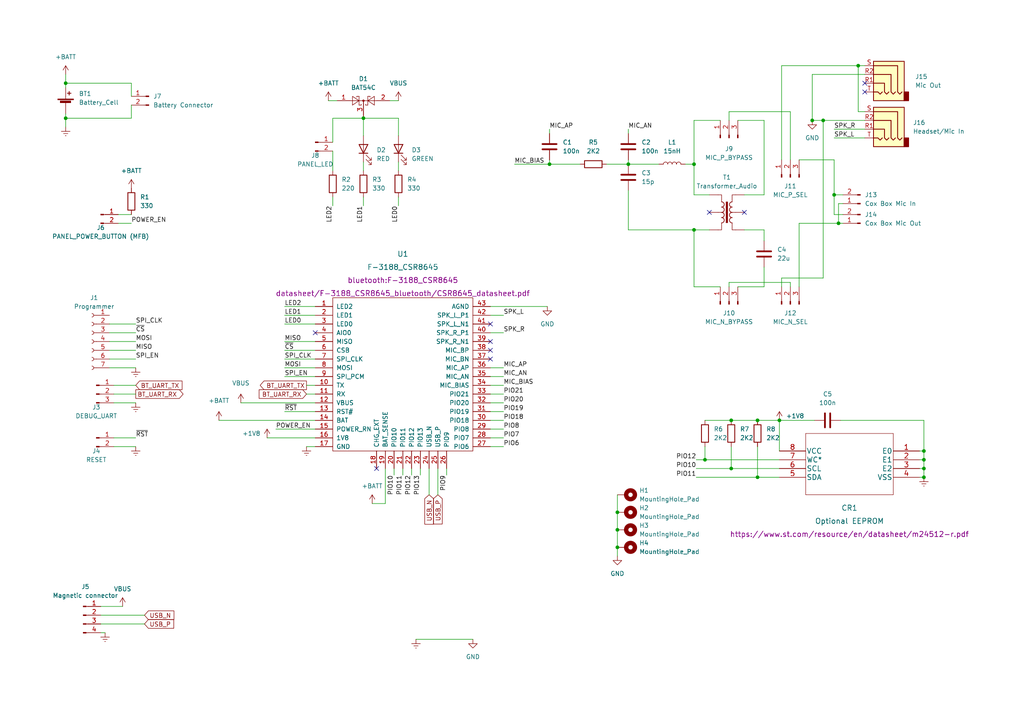
<source format=kicad_sch>
(kicad_sch (version 20211123) (generator eeschema)

  (uuid 5405ff70-b45e-4b73-9889-fbb9cf64560f)

  (paper "A4")

  (lib_symbols
    (symbol "2022-08-27_17-15-02:M24512-RMN6P" (pin_names (offset 0.254)) (in_bom yes) (on_board yes)
      (property "Reference" "CR?" (id 0) (at -20.32 -16.51 0)
        (effects (font (size 1.524 1.524)))
      )
      (property "Value" "Optional EEPROM" (id 1) (at -20.32 -20.32 0)
        (effects (font (size 1.524 1.524)))
      )
      (property "Footprint" "st:M24512-RMN6P" (id 2) (at -20.32 6.096 0)
        (effects (font (size 1.524 1.524)) hide)
      )
      (property "Datasheet" "https://www.st.com/resource/en/datasheet/m24512-r.pdf" (id 3) (at -20.32 -24.13 0)
        (effects (font (size 1.524 1.524)))
      )
      (property "ki_locked" "" (id 4) (at 0 0 0)
        (effects (font (size 1.27 1.27)))
      )
      (property "ki_fp_filters" "SO-8_STM SO-8_STM-M SO-8_STM-L" (id 5) (at 0 0 0)
        (effects (font (size 1.27 1.27)) hide)
      )
      (symbol "M24512-RMN6P_1_1"
        (polyline
          (pts
            (xy 7.62 -12.7)
            (xy 33.02 -12.7)
          )
          (stroke (width 0.127) (type default) (color 0 0 0 0))
          (fill (type none))
        )
        (polyline
          (pts
            (xy 7.62 5.08)
            (xy 7.62 -12.7)
          )
          (stroke (width 0.127) (type default) (color 0 0 0 0))
          (fill (type none))
        )
        (polyline
          (pts
            (xy 33.02 -12.7)
            (xy 33.02 5.08)
          )
          (stroke (width 0.127) (type default) (color 0 0 0 0))
          (fill (type none))
        )
        (polyline
          (pts
            (xy 33.02 5.08)
            (xy 7.62 5.08)
          )
          (stroke (width 0.127) (type default) (color 0 0 0 0))
          (fill (type none))
        )
        (pin input line (at 0 0 0) (length 7.62)
          (name "E0" (effects (font (size 1.4986 1.4986))))
          (number "1" (effects (font (size 1.4986 1.4986))))
        )
        (pin input line (at 0 -2.54 0) (length 7.62)
          (name "E1" (effects (font (size 1.4986 1.4986))))
          (number "2" (effects (font (size 1.4986 1.4986))))
        )
        (pin input line (at 0 -5.08 0) (length 7.62)
          (name "E2" (effects (font (size 1.4986 1.4986))))
          (number "3" (effects (font (size 1.4986 1.4986))))
        )
        (pin power_in line (at 0 -7.62 0) (length 7.62)
          (name "VSS" (effects (font (size 1.4986 1.4986))))
          (number "4" (effects (font (size 1.4986 1.4986))))
        )
        (pin bidirectional line (at 40.64 -7.62 180) (length 7.62)
          (name "SDA" (effects (font (size 1.4986 1.4986))))
          (number "5" (effects (font (size 1.4986 1.4986))))
        )
        (pin input line (at 40.64 -5.08 180) (length 7.62)
          (name "SCL" (effects (font (size 1.4986 1.4986))))
          (number "6" (effects (font (size 1.4986 1.4986))))
        )
        (pin input line (at 40.64 -2.54 180) (length 7.62)
          (name "WC*" (effects (font (size 1.4986 1.4986))))
          (number "7" (effects (font (size 1.4986 1.4986))))
        )
        (pin power_in line (at 40.64 0 180) (length 7.62)
          (name "VCC" (effects (font (size 1.4986 1.4986))))
          (number "8" (effects (font (size 1.4986 1.4986))))
        )
      )
    )
    (symbol "Connector:AudioJack4" (in_bom yes) (on_board yes)
      (property "Reference" "J" (id 0) (at 0 8.89 0)
        (effects (font (size 1.27 1.27)))
      )
      (property "Value" "AudioJack4" (id 1) (at 0 6.35 0)
        (effects (font (size 1.27 1.27)))
      )
      (property "Footprint" "" (id 2) (at 0 0 0)
        (effects (font (size 1.27 1.27)) hide)
      )
      (property "Datasheet" "~" (id 3) (at 0 0 0)
        (effects (font (size 1.27 1.27)) hide)
      )
      (property "ki_keywords" "audio jack receptacle stereo headphones TRRS connector" (id 4) (at 0 0 0)
        (effects (font (size 1.27 1.27)) hide)
      )
      (property "ki_description" "Audio Jack, 4 Poles (TRRS)" (id 5) (at 0 0 0)
        (effects (font (size 1.27 1.27)) hide)
      )
      (property "ki_fp_filters" "Jack*" (id 6) (at 0 0 0)
        (effects (font (size 1.27 1.27)) hide)
      )
      (symbol "AudioJack4_0_1"
        (rectangle (start -6.35 -5.08) (end -7.62 -7.62)
          (stroke (width 0.254) (type default) (color 0 0 0 0))
          (fill (type outline))
        )
        (polyline
          (pts
            (xy 0 -5.08)
            (xy 0.635 -5.715)
            (xy 1.27 -5.08)
            (xy 2.54 -5.08)
          )
          (stroke (width 0.254) (type default) (color 0 0 0 0))
          (fill (type none))
        )
        (polyline
          (pts
            (xy -5.715 -5.08)
            (xy -5.08 -5.715)
            (xy -4.445 -5.08)
            (xy -4.445 2.54)
            (xy 2.54 2.54)
          )
          (stroke (width 0.254) (type default) (color 0 0 0 0))
          (fill (type none))
        )
        (polyline
          (pts
            (xy -1.905 -5.08)
            (xy -1.27 -5.715)
            (xy -0.635 -5.08)
            (xy -0.635 -2.54)
            (xy 2.54 -2.54)
          )
          (stroke (width 0.254) (type default) (color 0 0 0 0))
          (fill (type none))
        )
        (polyline
          (pts
            (xy 2.54 0)
            (xy -2.54 0)
            (xy -2.54 -5.08)
            (xy -3.175 -5.715)
            (xy -3.81 -5.08)
          )
          (stroke (width 0.254) (type default) (color 0 0 0 0))
          (fill (type none))
        )
        (rectangle (start 2.54 3.81) (end -6.35 -7.62)
          (stroke (width 0.254) (type default) (color 0 0 0 0))
          (fill (type background))
        )
      )
      (symbol "AudioJack4_1_1"
        (pin passive line (at 5.08 -2.54 180) (length 2.54)
          (name "~" (effects (font (size 1.27 1.27))))
          (number "R1" (effects (font (size 1.27 1.27))))
        )
        (pin passive line (at 5.08 0 180) (length 2.54)
          (name "~" (effects (font (size 1.27 1.27))))
          (number "R2" (effects (font (size 1.27 1.27))))
        )
        (pin passive line (at 5.08 2.54 180) (length 2.54)
          (name "~" (effects (font (size 1.27 1.27))))
          (number "S" (effects (font (size 1.27 1.27))))
        )
        (pin passive line (at 5.08 -5.08 180) (length 2.54)
          (name "~" (effects (font (size 1.27 1.27))))
          (number "T" (effects (font (size 1.27 1.27))))
        )
      )
    )
    (symbol "Connector:Conn_01x02_Male" (pin_names (offset 1.016) hide) (in_bom yes) (on_board yes)
      (property "Reference" "J" (id 0) (at 0 2.54 0)
        (effects (font (size 1.27 1.27)))
      )
      (property "Value" "Conn_01x02_Male" (id 1) (at 0 -5.08 0)
        (effects (font (size 1.27 1.27)))
      )
      (property "Footprint" "" (id 2) (at 0 0 0)
        (effects (font (size 1.27 1.27)) hide)
      )
      (property "Datasheet" "~" (id 3) (at 0 0 0)
        (effects (font (size 1.27 1.27)) hide)
      )
      (property "ki_keywords" "connector" (id 4) (at 0 0 0)
        (effects (font (size 1.27 1.27)) hide)
      )
      (property "ki_description" "Generic connector, single row, 01x02, script generated (kicad-library-utils/schlib/autogen/connector/)" (id 5) (at 0 0 0)
        (effects (font (size 1.27 1.27)) hide)
      )
      (property "ki_fp_filters" "Connector*:*_1x??_*" (id 6) (at 0 0 0)
        (effects (font (size 1.27 1.27)) hide)
      )
      (symbol "Conn_01x02_Male_1_1"
        (polyline
          (pts
            (xy 1.27 -2.54)
            (xy 0.8636 -2.54)
          )
          (stroke (width 0.1524) (type default) (color 0 0 0 0))
          (fill (type none))
        )
        (polyline
          (pts
            (xy 1.27 0)
            (xy 0.8636 0)
          )
          (stroke (width 0.1524) (type default) (color 0 0 0 0))
          (fill (type none))
        )
        (rectangle (start 0.8636 -2.413) (end 0 -2.667)
          (stroke (width 0.1524) (type default) (color 0 0 0 0))
          (fill (type outline))
        )
        (rectangle (start 0.8636 0.127) (end 0 -0.127)
          (stroke (width 0.1524) (type default) (color 0 0 0 0))
          (fill (type outline))
        )
        (pin passive line (at 5.08 0 180) (length 3.81)
          (name "Pin_1" (effects (font (size 1.27 1.27))))
          (number "1" (effects (font (size 1.27 1.27))))
        )
        (pin passive line (at 5.08 -2.54 180) (length 3.81)
          (name "Pin_2" (effects (font (size 1.27 1.27))))
          (number "2" (effects (font (size 1.27 1.27))))
        )
      )
    )
    (symbol "Connector:Conn_01x03_Male" (pin_names (offset 1.016) hide) (in_bom yes) (on_board yes)
      (property "Reference" "J" (id 0) (at 0 5.08 0)
        (effects (font (size 1.27 1.27)))
      )
      (property "Value" "Conn_01x03_Male" (id 1) (at 0 -5.08 0)
        (effects (font (size 1.27 1.27)))
      )
      (property "Footprint" "" (id 2) (at 0 0 0)
        (effects (font (size 1.27 1.27)) hide)
      )
      (property "Datasheet" "~" (id 3) (at 0 0 0)
        (effects (font (size 1.27 1.27)) hide)
      )
      (property "ki_keywords" "connector" (id 4) (at 0 0 0)
        (effects (font (size 1.27 1.27)) hide)
      )
      (property "ki_description" "Generic connector, single row, 01x03, script generated (kicad-library-utils/schlib/autogen/connector/)" (id 5) (at 0 0 0)
        (effects (font (size 1.27 1.27)) hide)
      )
      (property "ki_fp_filters" "Connector*:*_1x??_*" (id 6) (at 0 0 0)
        (effects (font (size 1.27 1.27)) hide)
      )
      (symbol "Conn_01x03_Male_1_1"
        (polyline
          (pts
            (xy 1.27 -2.54)
            (xy 0.8636 -2.54)
          )
          (stroke (width 0.1524) (type default) (color 0 0 0 0))
          (fill (type none))
        )
        (polyline
          (pts
            (xy 1.27 0)
            (xy 0.8636 0)
          )
          (stroke (width 0.1524) (type default) (color 0 0 0 0))
          (fill (type none))
        )
        (polyline
          (pts
            (xy 1.27 2.54)
            (xy 0.8636 2.54)
          )
          (stroke (width 0.1524) (type default) (color 0 0 0 0))
          (fill (type none))
        )
        (rectangle (start 0.8636 -2.413) (end 0 -2.667)
          (stroke (width 0.1524) (type default) (color 0 0 0 0))
          (fill (type outline))
        )
        (rectangle (start 0.8636 0.127) (end 0 -0.127)
          (stroke (width 0.1524) (type default) (color 0 0 0 0))
          (fill (type outline))
        )
        (rectangle (start 0.8636 2.667) (end 0 2.413)
          (stroke (width 0.1524) (type default) (color 0 0 0 0))
          (fill (type outline))
        )
        (pin passive line (at 5.08 2.54 180) (length 3.81)
          (name "Pin_1" (effects (font (size 1.27 1.27))))
          (number "1" (effects (font (size 1.27 1.27))))
        )
        (pin passive line (at 5.08 0 180) (length 3.81)
          (name "Pin_2" (effects (font (size 1.27 1.27))))
          (number "2" (effects (font (size 1.27 1.27))))
        )
        (pin passive line (at 5.08 -2.54 180) (length 3.81)
          (name "Pin_3" (effects (font (size 1.27 1.27))))
          (number "3" (effects (font (size 1.27 1.27))))
        )
      )
    )
    (symbol "Connector:Conn_01x04_Male" (pin_names (offset 1.016) hide) (in_bom yes) (on_board yes)
      (property "Reference" "J" (id 0) (at 0 5.08 0)
        (effects (font (size 1.27 1.27)))
      )
      (property "Value" "Conn_01x04_Male" (id 1) (at 0 -7.62 0)
        (effects (font (size 1.27 1.27)))
      )
      (property "Footprint" "" (id 2) (at 0 0 0)
        (effects (font (size 1.27 1.27)) hide)
      )
      (property "Datasheet" "~" (id 3) (at 0 0 0)
        (effects (font (size 1.27 1.27)) hide)
      )
      (property "ki_keywords" "connector" (id 4) (at 0 0 0)
        (effects (font (size 1.27 1.27)) hide)
      )
      (property "ki_description" "Generic connector, single row, 01x04, script generated (kicad-library-utils/schlib/autogen/connector/)" (id 5) (at 0 0 0)
        (effects (font (size 1.27 1.27)) hide)
      )
      (property "ki_fp_filters" "Connector*:*_1x??_*" (id 6) (at 0 0 0)
        (effects (font (size 1.27 1.27)) hide)
      )
      (symbol "Conn_01x04_Male_1_1"
        (polyline
          (pts
            (xy 1.27 -5.08)
            (xy 0.8636 -5.08)
          )
          (stroke (width 0.1524) (type default) (color 0 0 0 0))
          (fill (type none))
        )
        (polyline
          (pts
            (xy 1.27 -2.54)
            (xy 0.8636 -2.54)
          )
          (stroke (width 0.1524) (type default) (color 0 0 0 0))
          (fill (type none))
        )
        (polyline
          (pts
            (xy 1.27 0)
            (xy 0.8636 0)
          )
          (stroke (width 0.1524) (type default) (color 0 0 0 0))
          (fill (type none))
        )
        (polyline
          (pts
            (xy 1.27 2.54)
            (xy 0.8636 2.54)
          )
          (stroke (width 0.1524) (type default) (color 0 0 0 0))
          (fill (type none))
        )
        (rectangle (start 0.8636 -4.953) (end 0 -5.207)
          (stroke (width 0.1524) (type default) (color 0 0 0 0))
          (fill (type outline))
        )
        (rectangle (start 0.8636 -2.413) (end 0 -2.667)
          (stroke (width 0.1524) (type default) (color 0 0 0 0))
          (fill (type outline))
        )
        (rectangle (start 0.8636 0.127) (end 0 -0.127)
          (stroke (width 0.1524) (type default) (color 0 0 0 0))
          (fill (type outline))
        )
        (rectangle (start 0.8636 2.667) (end 0 2.413)
          (stroke (width 0.1524) (type default) (color 0 0 0 0))
          (fill (type outline))
        )
        (pin passive line (at 5.08 2.54 180) (length 3.81)
          (name "Pin_1" (effects (font (size 1.27 1.27))))
          (number "1" (effects (font (size 1.27 1.27))))
        )
        (pin passive line (at 5.08 0 180) (length 3.81)
          (name "Pin_2" (effects (font (size 1.27 1.27))))
          (number "2" (effects (font (size 1.27 1.27))))
        )
        (pin passive line (at 5.08 -2.54 180) (length 3.81)
          (name "Pin_3" (effects (font (size 1.27 1.27))))
          (number "3" (effects (font (size 1.27 1.27))))
        )
        (pin passive line (at 5.08 -5.08 180) (length 3.81)
          (name "Pin_4" (effects (font (size 1.27 1.27))))
          (number "4" (effects (font (size 1.27 1.27))))
        )
      )
    )
    (symbol "Connector:Conn_01x07_Female" (pin_names (offset 1.016) hide) (in_bom yes) (on_board yes)
      (property "Reference" "J" (id 0) (at 0 10.16 0)
        (effects (font (size 1.27 1.27)))
      )
      (property "Value" "Conn_01x07_Female" (id 1) (at 0 -10.16 0)
        (effects (font (size 1.27 1.27)))
      )
      (property "Footprint" "" (id 2) (at 0 0 0)
        (effects (font (size 1.27 1.27)) hide)
      )
      (property "Datasheet" "~" (id 3) (at 0 0 0)
        (effects (font (size 1.27 1.27)) hide)
      )
      (property "ki_keywords" "connector" (id 4) (at 0 0 0)
        (effects (font (size 1.27 1.27)) hide)
      )
      (property "ki_description" "Generic connector, single row, 01x07, script generated (kicad-library-utils/schlib/autogen/connector/)" (id 5) (at 0 0 0)
        (effects (font (size 1.27 1.27)) hide)
      )
      (property "ki_fp_filters" "Connector*:*_1x??_*" (id 6) (at 0 0 0)
        (effects (font (size 1.27 1.27)) hide)
      )
      (symbol "Conn_01x07_Female_1_1"
        (arc (start 0 -7.112) (mid -0.508 -7.62) (end 0 -8.128)
          (stroke (width 0.1524) (type default) (color 0 0 0 0))
          (fill (type none))
        )
        (arc (start 0 -4.572) (mid -0.508 -5.08) (end 0 -5.588)
          (stroke (width 0.1524) (type default) (color 0 0 0 0))
          (fill (type none))
        )
        (arc (start 0 -2.032) (mid -0.508 -2.54) (end 0 -3.048)
          (stroke (width 0.1524) (type default) (color 0 0 0 0))
          (fill (type none))
        )
        (polyline
          (pts
            (xy -1.27 -7.62)
            (xy -0.508 -7.62)
          )
          (stroke (width 0.1524) (type default) (color 0 0 0 0))
          (fill (type none))
        )
        (polyline
          (pts
            (xy -1.27 -5.08)
            (xy -0.508 -5.08)
          )
          (stroke (width 0.1524) (type default) (color 0 0 0 0))
          (fill (type none))
        )
        (polyline
          (pts
            (xy -1.27 -2.54)
            (xy -0.508 -2.54)
          )
          (stroke (width 0.1524) (type default) (color 0 0 0 0))
          (fill (type none))
        )
        (polyline
          (pts
            (xy -1.27 0)
            (xy -0.508 0)
          )
          (stroke (width 0.1524) (type default) (color 0 0 0 0))
          (fill (type none))
        )
        (polyline
          (pts
            (xy -1.27 2.54)
            (xy -0.508 2.54)
          )
          (stroke (width 0.1524) (type default) (color 0 0 0 0))
          (fill (type none))
        )
        (polyline
          (pts
            (xy -1.27 5.08)
            (xy -0.508 5.08)
          )
          (stroke (width 0.1524) (type default) (color 0 0 0 0))
          (fill (type none))
        )
        (polyline
          (pts
            (xy -1.27 7.62)
            (xy -0.508 7.62)
          )
          (stroke (width 0.1524) (type default) (color 0 0 0 0))
          (fill (type none))
        )
        (arc (start 0 0.508) (mid -0.508 0) (end 0 -0.508)
          (stroke (width 0.1524) (type default) (color 0 0 0 0))
          (fill (type none))
        )
        (arc (start 0 3.048) (mid -0.508 2.54) (end 0 2.032)
          (stroke (width 0.1524) (type default) (color 0 0 0 0))
          (fill (type none))
        )
        (arc (start 0 5.588) (mid -0.508 5.08) (end 0 4.572)
          (stroke (width 0.1524) (type default) (color 0 0 0 0))
          (fill (type none))
        )
        (arc (start 0 8.128) (mid -0.508 7.62) (end 0 7.112)
          (stroke (width 0.1524) (type default) (color 0 0 0 0))
          (fill (type none))
        )
        (pin passive line (at -5.08 7.62 0) (length 3.81)
          (name "Pin_1" (effects (font (size 1.27 1.27))))
          (number "1" (effects (font (size 1.27 1.27))))
        )
        (pin passive line (at -5.08 5.08 0) (length 3.81)
          (name "Pin_2" (effects (font (size 1.27 1.27))))
          (number "2" (effects (font (size 1.27 1.27))))
        )
        (pin passive line (at -5.08 2.54 0) (length 3.81)
          (name "Pin_3" (effects (font (size 1.27 1.27))))
          (number "3" (effects (font (size 1.27 1.27))))
        )
        (pin passive line (at -5.08 0 0) (length 3.81)
          (name "Pin_4" (effects (font (size 1.27 1.27))))
          (number "4" (effects (font (size 1.27 1.27))))
        )
        (pin passive line (at -5.08 -2.54 0) (length 3.81)
          (name "Pin_5" (effects (font (size 1.27 1.27))))
          (number "5" (effects (font (size 1.27 1.27))))
        )
        (pin passive line (at -5.08 -5.08 0) (length 3.81)
          (name "Pin_6" (effects (font (size 1.27 1.27))))
          (number "6" (effects (font (size 1.27 1.27))))
        )
        (pin passive line (at -5.08 -7.62 0) (length 3.81)
          (name "Pin_7" (effects (font (size 1.27 1.27))))
          (number "7" (effects (font (size 1.27 1.27))))
        )
      )
    )
    (symbol "Device:Battery_Cell" (pin_numbers hide) (pin_names (offset 0) hide) (in_bom yes) (on_board yes)
      (property "Reference" "BT" (id 0) (at 2.54 2.54 0)
        (effects (font (size 1.27 1.27)) (justify left))
      )
      (property "Value" "Battery_Cell" (id 1) (at 2.54 0 0)
        (effects (font (size 1.27 1.27)) (justify left))
      )
      (property "Footprint" "" (id 2) (at 0 1.524 90)
        (effects (font (size 1.27 1.27)) hide)
      )
      (property "Datasheet" "~" (id 3) (at 0 1.524 90)
        (effects (font (size 1.27 1.27)) hide)
      )
      (property "ki_keywords" "battery cell" (id 4) (at 0 0 0)
        (effects (font (size 1.27 1.27)) hide)
      )
      (property "ki_description" "Single-cell battery" (id 5) (at 0 0 0)
        (effects (font (size 1.27 1.27)) hide)
      )
      (symbol "Battery_Cell_0_1"
        (rectangle (start -2.286 1.778) (end 2.286 1.524)
          (stroke (width 0) (type default) (color 0 0 0 0))
          (fill (type outline))
        )
        (rectangle (start -1.5748 1.1938) (end 1.4732 0.6858)
          (stroke (width 0) (type default) (color 0 0 0 0))
          (fill (type outline))
        )
        (polyline
          (pts
            (xy 0 0.762)
            (xy 0 0)
          )
          (stroke (width 0) (type default) (color 0 0 0 0))
          (fill (type none))
        )
        (polyline
          (pts
            (xy 0 1.778)
            (xy 0 2.54)
          )
          (stroke (width 0) (type default) (color 0 0 0 0))
          (fill (type none))
        )
        (polyline
          (pts
            (xy 0.508 3.429)
            (xy 1.524 3.429)
          )
          (stroke (width 0.254) (type default) (color 0 0 0 0))
          (fill (type none))
        )
        (polyline
          (pts
            (xy 1.016 3.937)
            (xy 1.016 2.921)
          )
          (stroke (width 0.254) (type default) (color 0 0 0 0))
          (fill (type none))
        )
      )
      (symbol "Battery_Cell_1_1"
        (pin passive line (at 0 5.08 270) (length 2.54)
          (name "+" (effects (font (size 1.27 1.27))))
          (number "1" (effects (font (size 1.27 1.27))))
        )
        (pin passive line (at 0 -2.54 90) (length 2.54)
          (name "-" (effects (font (size 1.27 1.27))))
          (number "2" (effects (font (size 1.27 1.27))))
        )
      )
    )
    (symbol "Device:C" (pin_numbers hide) (pin_names (offset 0.254)) (in_bom yes) (on_board yes)
      (property "Reference" "C" (id 0) (at 0.635 2.54 0)
        (effects (font (size 1.27 1.27)) (justify left))
      )
      (property "Value" "C" (id 1) (at 0.635 -2.54 0)
        (effects (font (size 1.27 1.27)) (justify left))
      )
      (property "Footprint" "" (id 2) (at 0.9652 -3.81 0)
        (effects (font (size 1.27 1.27)) hide)
      )
      (property "Datasheet" "~" (id 3) (at 0 0 0)
        (effects (font (size 1.27 1.27)) hide)
      )
      (property "ki_keywords" "cap capacitor" (id 4) (at 0 0 0)
        (effects (font (size 1.27 1.27)) hide)
      )
      (property "ki_description" "Unpolarized capacitor" (id 5) (at 0 0 0)
        (effects (font (size 1.27 1.27)) hide)
      )
      (property "ki_fp_filters" "C_*" (id 6) (at 0 0 0)
        (effects (font (size 1.27 1.27)) hide)
      )
      (symbol "C_0_1"
        (polyline
          (pts
            (xy -2.032 -0.762)
            (xy 2.032 -0.762)
          )
          (stroke (width 0.508) (type default) (color 0 0 0 0))
          (fill (type none))
        )
        (polyline
          (pts
            (xy -2.032 0.762)
            (xy 2.032 0.762)
          )
          (stroke (width 0.508) (type default) (color 0 0 0 0))
          (fill (type none))
        )
      )
      (symbol "C_1_1"
        (pin passive line (at 0 3.81 270) (length 2.794)
          (name "~" (effects (font (size 1.27 1.27))))
          (number "1" (effects (font (size 1.27 1.27))))
        )
        (pin passive line (at 0 -3.81 90) (length 2.794)
          (name "~" (effects (font (size 1.27 1.27))))
          (number "2" (effects (font (size 1.27 1.27))))
        )
      )
    )
    (symbol "Device:L" (pin_numbers hide) (pin_names (offset 1.016) hide) (in_bom yes) (on_board yes)
      (property "Reference" "L" (id 0) (at -1.27 0 90)
        (effects (font (size 1.27 1.27)))
      )
      (property "Value" "L" (id 1) (at 1.905 0 90)
        (effects (font (size 1.27 1.27)))
      )
      (property "Footprint" "" (id 2) (at 0 0 0)
        (effects (font (size 1.27 1.27)) hide)
      )
      (property "Datasheet" "~" (id 3) (at 0 0 0)
        (effects (font (size 1.27 1.27)) hide)
      )
      (property "ki_keywords" "inductor choke coil reactor magnetic" (id 4) (at 0 0 0)
        (effects (font (size 1.27 1.27)) hide)
      )
      (property "ki_description" "Inductor" (id 5) (at 0 0 0)
        (effects (font (size 1.27 1.27)) hide)
      )
      (property "ki_fp_filters" "Choke_* *Coil* Inductor_* L_*" (id 6) (at 0 0 0)
        (effects (font (size 1.27 1.27)) hide)
      )
      (symbol "L_0_1"
        (arc (start 0 -2.54) (mid 0.635 -1.905) (end 0 -1.27)
          (stroke (width 0) (type default) (color 0 0 0 0))
          (fill (type none))
        )
        (arc (start 0 -1.27) (mid 0.635 -0.635) (end 0 0)
          (stroke (width 0) (type default) (color 0 0 0 0))
          (fill (type none))
        )
        (arc (start 0 0) (mid 0.635 0.635) (end 0 1.27)
          (stroke (width 0) (type default) (color 0 0 0 0))
          (fill (type none))
        )
        (arc (start 0 1.27) (mid 0.635 1.905) (end 0 2.54)
          (stroke (width 0) (type default) (color 0 0 0 0))
          (fill (type none))
        )
      )
      (symbol "L_1_1"
        (pin passive line (at 0 3.81 270) (length 1.27)
          (name "1" (effects (font (size 1.27 1.27))))
          (number "1" (effects (font (size 1.27 1.27))))
        )
        (pin passive line (at 0 -3.81 90) (length 1.27)
          (name "2" (effects (font (size 1.27 1.27))))
          (number "2" (effects (font (size 1.27 1.27))))
        )
      )
    )
    (symbol "Device:LED" (pin_numbers hide) (pin_names (offset 1.016) hide) (in_bom yes) (on_board yes)
      (property "Reference" "D" (id 0) (at 0 2.54 0)
        (effects (font (size 1.27 1.27)))
      )
      (property "Value" "LED" (id 1) (at 0 -2.54 0)
        (effects (font (size 1.27 1.27)))
      )
      (property "Footprint" "" (id 2) (at 0 0 0)
        (effects (font (size 1.27 1.27)) hide)
      )
      (property "Datasheet" "~" (id 3) (at 0 0 0)
        (effects (font (size 1.27 1.27)) hide)
      )
      (property "ki_keywords" "LED diode" (id 4) (at 0 0 0)
        (effects (font (size 1.27 1.27)) hide)
      )
      (property "ki_description" "Light emitting diode" (id 5) (at 0 0 0)
        (effects (font (size 1.27 1.27)) hide)
      )
      (property "ki_fp_filters" "LED* LED_SMD:* LED_THT:*" (id 6) (at 0 0 0)
        (effects (font (size 1.27 1.27)) hide)
      )
      (symbol "LED_0_1"
        (polyline
          (pts
            (xy -1.27 -1.27)
            (xy -1.27 1.27)
          )
          (stroke (width 0.254) (type default) (color 0 0 0 0))
          (fill (type none))
        )
        (polyline
          (pts
            (xy -1.27 0)
            (xy 1.27 0)
          )
          (stroke (width 0) (type default) (color 0 0 0 0))
          (fill (type none))
        )
        (polyline
          (pts
            (xy 1.27 -1.27)
            (xy 1.27 1.27)
            (xy -1.27 0)
            (xy 1.27 -1.27)
          )
          (stroke (width 0.254) (type default) (color 0 0 0 0))
          (fill (type none))
        )
        (polyline
          (pts
            (xy -3.048 -0.762)
            (xy -4.572 -2.286)
            (xy -3.81 -2.286)
            (xy -4.572 -2.286)
            (xy -4.572 -1.524)
          )
          (stroke (width 0) (type default) (color 0 0 0 0))
          (fill (type none))
        )
        (polyline
          (pts
            (xy -1.778 -0.762)
            (xy -3.302 -2.286)
            (xy -2.54 -2.286)
            (xy -3.302 -2.286)
            (xy -3.302 -1.524)
          )
          (stroke (width 0) (type default) (color 0 0 0 0))
          (fill (type none))
        )
      )
      (symbol "LED_1_1"
        (pin passive line (at -3.81 0 0) (length 2.54)
          (name "K" (effects (font (size 1.27 1.27))))
          (number "1" (effects (font (size 1.27 1.27))))
        )
        (pin passive line (at 3.81 0 180) (length 2.54)
          (name "A" (effects (font (size 1.27 1.27))))
          (number "2" (effects (font (size 1.27 1.27))))
        )
      )
    )
    (symbol "Device:R" (pin_numbers hide) (pin_names (offset 0)) (in_bom yes) (on_board yes)
      (property "Reference" "R" (id 0) (at 2.032 0 90)
        (effects (font (size 1.27 1.27)))
      )
      (property "Value" "R" (id 1) (at 0 0 90)
        (effects (font (size 1.27 1.27)))
      )
      (property "Footprint" "" (id 2) (at -1.778 0 90)
        (effects (font (size 1.27 1.27)) hide)
      )
      (property "Datasheet" "~" (id 3) (at 0 0 0)
        (effects (font (size 1.27 1.27)) hide)
      )
      (property "ki_keywords" "R res resistor" (id 4) (at 0 0 0)
        (effects (font (size 1.27 1.27)) hide)
      )
      (property "ki_description" "Resistor" (id 5) (at 0 0 0)
        (effects (font (size 1.27 1.27)) hide)
      )
      (property "ki_fp_filters" "R_*" (id 6) (at 0 0 0)
        (effects (font (size 1.27 1.27)) hide)
      )
      (symbol "R_0_1"
        (rectangle (start -1.016 -2.54) (end 1.016 2.54)
          (stroke (width 0.254) (type default) (color 0 0 0 0))
          (fill (type none))
        )
      )
      (symbol "R_1_1"
        (pin passive line (at 0 3.81 270) (length 1.27)
          (name "~" (effects (font (size 1.27 1.27))))
          (number "1" (effects (font (size 1.27 1.27))))
        )
        (pin passive line (at 0 -3.81 90) (length 1.27)
          (name "~" (effects (font (size 1.27 1.27))))
          (number "2" (effects (font (size 1.27 1.27))))
        )
      )
    )
    (symbol "Diode:BAT54C" (pin_names (offset 1.016)) (in_bom yes) (on_board yes)
      (property "Reference" "D" (id 0) (at 0.635 -3.81 0)
        (effects (font (size 1.27 1.27)) (justify left))
      )
      (property "Value" "BAT54C" (id 1) (at -6.35 3.175 0)
        (effects (font (size 1.27 1.27)) (justify left))
      )
      (property "Footprint" "Package_TO_SOT_SMD:SOT-23" (id 2) (at 1.905 3.175 0)
        (effects (font (size 1.27 1.27)) (justify left) hide)
      )
      (property "Datasheet" "http://www.diodes.com/_files/datasheets/ds11005.pdf" (id 3) (at -2.032 0 0)
        (effects (font (size 1.27 1.27)) hide)
      )
      (property "ki_keywords" "schottky diode common cathode" (id 4) (at 0 0 0)
        (effects (font (size 1.27 1.27)) hide)
      )
      (property "ki_description" "dual schottky barrier diode, common cathode" (id 5) (at 0 0 0)
        (effects (font (size 1.27 1.27)) hide)
      )
      (property "ki_fp_filters" "SOT?23*" (id 6) (at 0 0 0)
        (effects (font (size 1.27 1.27)) hide)
      )
      (symbol "BAT54C_0_1"
        (polyline
          (pts
            (xy -1.905 0)
            (xy 1.905 0)
          )
          (stroke (width 0) (type default) (color 0 0 0 0))
          (fill (type none))
        )
        (polyline
          (pts
            (xy -1.905 1.27)
            (xy -1.905 1.016)
          )
          (stroke (width 0) (type default) (color 0 0 0 0))
          (fill (type none))
        )
        (polyline
          (pts
            (xy -1.27 -1.27)
            (xy -0.635 -1.27)
          )
          (stroke (width 0) (type default) (color 0 0 0 0))
          (fill (type none))
        )
        (polyline
          (pts
            (xy -1.27 0)
            (xy -3.81 0)
          )
          (stroke (width 0) (type default) (color 0 0 0 0))
          (fill (type none))
        )
        (polyline
          (pts
            (xy -1.27 1.27)
            (xy -1.905 1.27)
          )
          (stroke (width 0) (type default) (color 0 0 0 0))
          (fill (type none))
        )
        (polyline
          (pts
            (xy -1.27 1.27)
            (xy -1.27 -1.27)
          )
          (stroke (width 0) (type default) (color 0 0 0 0))
          (fill (type none))
        )
        (polyline
          (pts
            (xy -0.635 -1.27)
            (xy -0.635 -1.016)
          )
          (stroke (width 0) (type default) (color 0 0 0 0))
          (fill (type none))
        )
        (polyline
          (pts
            (xy 0.635 -1.27)
            (xy 0.635 -1.016)
          )
          (stroke (width 0) (type default) (color 0 0 0 0))
          (fill (type none))
        )
        (polyline
          (pts
            (xy 1.27 -1.27)
            (xy 0.635 -1.27)
          )
          (stroke (width 0) (type default) (color 0 0 0 0))
          (fill (type none))
        )
        (polyline
          (pts
            (xy 1.27 1.27)
            (xy 1.27 -1.27)
          )
          (stroke (width 0) (type default) (color 0 0 0 0))
          (fill (type none))
        )
        (polyline
          (pts
            (xy 1.27 1.27)
            (xy 1.905 1.27)
          )
          (stroke (width 0) (type default) (color 0 0 0 0))
          (fill (type none))
        )
        (polyline
          (pts
            (xy 1.905 1.27)
            (xy 1.905 1.016)
          )
          (stroke (width 0) (type default) (color 0 0 0 0))
          (fill (type none))
        )
        (polyline
          (pts
            (xy 3.81 0)
            (xy 1.27 0)
          )
          (stroke (width 0) (type default) (color 0 0 0 0))
          (fill (type none))
        )
        (polyline
          (pts
            (xy -3.175 -1.27)
            (xy -3.175 1.27)
            (xy -1.27 0)
            (xy -3.175 -1.27)
          )
          (stroke (width 0) (type default) (color 0 0 0 0))
          (fill (type none))
        )
        (polyline
          (pts
            (xy 3.175 -1.27)
            (xy 3.175 1.27)
            (xy 1.27 0)
            (xy 3.175 -1.27)
          )
          (stroke (width 0) (type default) (color 0 0 0 0))
          (fill (type none))
        )
        (circle (center 0 0) (radius 0.254)
          (stroke (width 0) (type default) (color 0 0 0 0))
          (fill (type outline))
        )
      )
      (symbol "BAT54C_1_1"
        (pin passive line (at -7.62 0 0) (length 3.81)
          (name "~" (effects (font (size 1.27 1.27))))
          (number "1" (effects (font (size 1.27 1.27))))
        )
        (pin passive line (at 7.62 0 180) (length 3.81)
          (name "~" (effects (font (size 1.27 1.27))))
          (number "2" (effects (font (size 1.27 1.27))))
        )
        (pin passive line (at 0 -5.08 90) (length 5.08)
          (name "~" (effects (font (size 1.27 1.27))))
          (number "3" (effects (font (size 1.27 1.27))))
        )
      )
    )
    (symbol "F-3188_CSR8645:F-3188_CSR8645" (pin_names (offset 1.016)) (in_bom yes) (on_board yes)
      (property "Reference" "U" (id 0) (at -2.54 10.16 0)
        (effects (font (size 1.524 1.524)))
      )
      (property "Value" "F-3188_CSR8645" (id 1) (at -6.35 38.1 0)
        (effects (font (size 1.524 1.524)))
      )
      (property "Footprint" "" (id 2) (at 0 -43.18 0)
        (effects (font (size 1.524 1.524)))
      )
      (property "Datasheet" "datasheet/F-3188_CSR8645_bluetooth/CSR8645_datasheet.pdf" (id 3) (at 0 -43.18 0)
        (effects (font (size 1.524 1.524)))
      )
      (property "ki_keywords" "HFPV1.6, A2DPV1.2, AVRCPV1.4 , HSPV1.2, CSR8645, APTX" (id 4) (at 0 0 0)
        (effects (font (size 1.27 1.27)) hide)
      )
      (property "ki_description" "AD2P bluetooth 4.0 module based on CSR8645 chip with APTX" (id 5) (at 0 0 0)
        (effects (font (size 1.27 1.27)) hide)
      )
      (property "ki_fp_filters" "F-3188" (id 6) (at 0 0 0)
        (effects (font (size 1.27 1.27)) hide)
      )
      (symbol "F-3188_CSR8645_0_1"
        (rectangle (start -25.4 -2.54) (end 15.24 41.91)
          (stroke (width 0) (type default) (color 0 0 0 0))
          (fill (type none))
        )
      )
      (symbol "F-3188_CSR8645_1_1"
        (pin input line (at -30.48 39.37 0) (length 5.08)
          (name "LED2" (effects (font (size 1.27 1.27))))
          (number "1" (effects (font (size 1.27 1.27))))
        )
        (pin input line (at -30.48 16.51 0) (length 5.08)
          (name "TX" (effects (font (size 1.27 1.27))))
          (number "10" (effects (font (size 1.27 1.27))))
        )
        (pin input line (at -30.48 13.97 0) (length 5.08)
          (name "RX" (effects (font (size 1.27 1.27))))
          (number "11" (effects (font (size 1.27 1.27))))
        )
        (pin input line (at -30.48 11.43 0) (length 5.08)
          (name "VBUS" (effects (font (size 1.27 1.27))))
          (number "12" (effects (font (size 1.27 1.27))))
        )
        (pin input line (at -30.48 8.89 0) (length 5.08)
          (name "RST#" (effects (font (size 1.27 1.27))))
          (number "13" (effects (font (size 1.27 1.27))))
        )
        (pin input line (at -30.48 6.35 0) (length 5.08)
          (name "BAT" (effects (font (size 1.27 1.27))))
          (number "14" (effects (font (size 1.27 1.27))))
        )
        (pin input line (at -30.48 3.81 0) (length 5.08)
          (name "POWER_RN" (effects (font (size 1.27 1.27))))
          (number "15" (effects (font (size 1.27 1.27))))
        )
        (pin input line (at -30.48 1.27 0) (length 5.08)
          (name "1V8" (effects (font (size 1.27 1.27))))
          (number "16" (effects (font (size 1.27 1.27))))
        )
        (pin input line (at -30.48 -1.27 0) (length 5.08)
          (name "GND" (effects (font (size 1.27 1.27))))
          (number "17" (effects (font (size 1.27 1.27))))
        )
        (pin input line (at -12.7 -7.62 90) (length 5.08)
          (name "CHG_EXT" (effects (font (size 1.27 1.27))))
          (number "18" (effects (font (size 1.27 1.27))))
        )
        (pin input line (at -10.16 -7.62 90) (length 5.08)
          (name "BAT_SENSE" (effects (font (size 1.27 1.27))))
          (number "19" (effects (font (size 1.27 1.27))))
        )
        (pin input line (at -30.48 36.83 0) (length 5.08)
          (name "LED1" (effects (font (size 1.27 1.27))))
          (number "2" (effects (font (size 1.27 1.27))))
        )
        (pin input line (at -7.62 -7.62 90) (length 5.08)
          (name "PIO10" (effects (font (size 1.27 1.27))))
          (number "20" (effects (font (size 1.27 1.27))))
        )
        (pin input line (at -5.08 -7.62 90) (length 5.08)
          (name "PIO11" (effects (font (size 1.27 1.27))))
          (number "21" (effects (font (size 1.27 1.27))))
        )
        (pin input line (at -2.54 -7.62 90) (length 5.08)
          (name "PIO12" (effects (font (size 1.27 1.27))))
          (number "22" (effects (font (size 1.27 1.27))))
        )
        (pin input line (at 0 -7.62 90) (length 5.08)
          (name "PIO13" (effects (font (size 1.27 1.27))))
          (number "23" (effects (font (size 1.27 1.27))))
        )
        (pin input line (at 2.54 -7.62 90) (length 5.08)
          (name "USB_N" (effects (font (size 1.27 1.27))))
          (number "24" (effects (font (size 1.27 1.27))))
        )
        (pin input line (at 5.08 -7.62 90) (length 5.08)
          (name "USB_P" (effects (font (size 1.27 1.27))))
          (number "25" (effects (font (size 1.27 1.27))))
        )
        (pin input line (at 7.62 -7.62 90) (length 5.08)
          (name "PIO9" (effects (font (size 1.27 1.27))))
          (number "26" (effects (font (size 1.27 1.27))))
        )
        (pin input line (at 20.32 -1.27 180) (length 5.08)
          (name "PIO6" (effects (font (size 1.27 1.27))))
          (number "27" (effects (font (size 1.27 1.27))))
        )
        (pin input line (at 20.32 1.27 180) (length 5.08)
          (name "PIO7" (effects (font (size 1.27 1.27))))
          (number "28" (effects (font (size 1.27 1.27))))
        )
        (pin input line (at 20.32 3.81 180) (length 5.08)
          (name "PIO8" (effects (font (size 1.27 1.27))))
          (number "29" (effects (font (size 1.27 1.27))))
        )
        (pin input line (at -30.48 34.29 0) (length 5.08)
          (name "LED0" (effects (font (size 1.27 1.27))))
          (number "3" (effects (font (size 1.27 1.27))))
        )
        (pin input line (at 20.32 6.35 180) (length 5.08)
          (name "PIO18" (effects (font (size 1.27 1.27))))
          (number "30" (effects (font (size 1.27 1.27))))
        )
        (pin input line (at 20.32 8.89 180) (length 5.08)
          (name "PIO19" (effects (font (size 1.27 1.27))))
          (number "31" (effects (font (size 1.27 1.27))))
        )
        (pin input line (at 20.32 11.43 180) (length 5.08)
          (name "PIO20" (effects (font (size 1.27 1.27))))
          (number "32" (effects (font (size 1.27 1.27))))
        )
        (pin input line (at 20.32 13.97 180) (length 5.08)
          (name "PIO21" (effects (font (size 1.27 1.27))))
          (number "33" (effects (font (size 1.27 1.27))))
        )
        (pin input line (at 20.32 16.51 180) (length 5.08)
          (name "MIC_BIAS" (effects (font (size 1.27 1.27))))
          (number "34" (effects (font (size 1.27 1.27))))
        )
        (pin input line (at 20.32 19.05 180) (length 5.08)
          (name "MIC_AN" (effects (font (size 1.27 1.27))))
          (number "35" (effects (font (size 1.27 1.27))))
        )
        (pin input line (at 20.32 21.59 180) (length 5.08)
          (name "MIC_AP" (effects (font (size 1.27 1.27))))
          (number "36" (effects (font (size 1.27 1.27))))
        )
        (pin input line (at 20.32 24.13 180) (length 5.08)
          (name "MIC_BN" (effects (font (size 1.27 1.27))))
          (number "37" (effects (font (size 1.27 1.27))))
        )
        (pin input line (at 20.32 26.67 180) (length 5.08)
          (name "MIC_BP" (effects (font (size 1.27 1.27))))
          (number "38" (effects (font (size 1.27 1.27))))
        )
        (pin input line (at 20.32 29.21 180) (length 5.08)
          (name "SPK_R_N1" (effects (font (size 1.27 1.27))))
          (number "39" (effects (font (size 1.27 1.27))))
        )
        (pin input line (at -30.48 31.75 0) (length 5.08)
          (name "AIO0" (effects (font (size 1.27 1.27))))
          (number "4" (effects (font (size 1.27 1.27))))
        )
        (pin input line (at 20.32 31.75 180) (length 5.08)
          (name "SPK_R_P1" (effects (font (size 1.27 1.27))))
          (number "40" (effects (font (size 1.27 1.27))))
        )
        (pin input line (at 20.32 34.29 180) (length 5.08)
          (name "SPK_L_N1" (effects (font (size 1.27 1.27))))
          (number "41" (effects (font (size 1.27 1.27))))
        )
        (pin input line (at 20.32 36.83 180) (length 5.08)
          (name "SPK_L_P1" (effects (font (size 1.27 1.27))))
          (number "42" (effects (font (size 1.27 1.27))))
        )
        (pin input line (at 20.32 39.37 180) (length 5.08)
          (name "AGND" (effects (font (size 1.27 1.27))))
          (number "43" (effects (font (size 1.27 1.27))))
        )
        (pin input line (at -30.48 29.21 0) (length 5.08)
          (name "MISO" (effects (font (size 1.27 1.27))))
          (number "5" (effects (font (size 1.27 1.27))))
        )
        (pin input line (at -30.48 26.67 0) (length 5.08)
          (name "CSB" (effects (font (size 1.27 1.27))))
          (number "6" (effects (font (size 1.27 1.27))))
        )
        (pin input line (at -30.48 24.13 0) (length 5.08)
          (name "SPI_CLK" (effects (font (size 1.27 1.27))))
          (number "7" (effects (font (size 1.27 1.27))))
        )
        (pin input line (at -30.48 21.59 0) (length 5.08)
          (name "MOSI" (effects (font (size 1.27 1.27))))
          (number "8" (effects (font (size 1.27 1.27))))
        )
        (pin input line (at -30.48 19.05 0) (length 5.08)
          (name "SPI_PCM" (effects (font (size 1.27 1.27))))
          (number "9" (effects (font (size 1.27 1.27))))
        )
      )
    )
    (symbol "Mechanical:MountingHole_Pad" (pin_numbers hide) (pin_names (offset 1.016) hide) (in_bom yes) (on_board yes)
      (property "Reference" "H" (id 0) (at 0 6.35 0)
        (effects (font (size 1.27 1.27)))
      )
      (property "Value" "MountingHole_Pad" (id 1) (at 0 4.445 0)
        (effects (font (size 1.27 1.27)))
      )
      (property "Footprint" "" (id 2) (at 0 0 0)
        (effects (font (size 1.27 1.27)) hide)
      )
      (property "Datasheet" "~" (id 3) (at 0 0 0)
        (effects (font (size 1.27 1.27)) hide)
      )
      (property "ki_keywords" "mounting hole" (id 4) (at 0 0 0)
        (effects (font (size 1.27 1.27)) hide)
      )
      (property "ki_description" "Mounting Hole with connection" (id 5) (at 0 0 0)
        (effects (font (size 1.27 1.27)) hide)
      )
      (property "ki_fp_filters" "MountingHole*Pad*" (id 6) (at 0 0 0)
        (effects (font (size 1.27 1.27)) hide)
      )
      (symbol "MountingHole_Pad_0_1"
        (circle (center 0 1.27) (radius 1.27)
          (stroke (width 1.27) (type default) (color 0 0 0 0))
          (fill (type none))
        )
      )
      (symbol "MountingHole_Pad_1_1"
        (pin input line (at 0 -2.54 90) (length 2.54)
          (name "1" (effects (font (size 1.27 1.27))))
          (number "1" (effects (font (size 1.27 1.27))))
        )
      )
    )
    (symbol "Transformer:TRANSF5" (pin_numbers hide) (pin_names (offset 0)) (in_bom yes) (on_board yes)
      (property "Reference" "TR" (id 0) (at 0 6.35 0)
        (effects (font (size 1.27 1.27)))
      )
      (property "Value" "TRANSF5" (id 1) (at 0 -6.35 0)
        (effects (font (size 1.27 1.27)))
      )
      (property "Footprint" "" (id 2) (at 0 0 0)
        (effects (font (size 1.27 1.27)) hide)
      )
      (property "Datasheet" "" (id 3) (at 0 0 0)
        (effects (font (size 1.27 1.27)) hide)
      )
      (symbol "TRANSF5_0_1"
        (arc (start -1.524 -3.048) (mid -0.762 -2.286) (end -1.524 -1.524)
          (stroke (width 0.2032) (type default) (color 0 0 0 0))
          (fill (type none))
        )
        (arc (start -1.524 -1.524) (mid -0.762 -0.762) (end -1.524 0)
          (stroke (width 0.2032) (type default) (color 0 0 0 0))
          (fill (type none))
        )
        (arc (start -1.524 0) (mid -0.762 0.762) (end -1.524 1.524)
          (stroke (width 0.2032) (type default) (color 0 0 0 0))
          (fill (type none))
        )
        (arc (start -1.524 1.524) (mid -0.762 2.286) (end -1.524 3.048)
          (stroke (width 0.2032) (type default) (color 0 0 0 0))
          (fill (type none))
        )
        (rectangle (start -0.254 3.048) (end 0.254 -3.048)
          (stroke (width 0.0254) (type default) (color 0 0 0 0))
          (fill (type outline))
        )
        (polyline
          (pts
            (xy -1.524 0)
            (xy -2.54 0)
            (xy -2.54 0)
          )
          (stroke (width 0) (type default) (color 0 0 0 0))
          (fill (type outline))
        )
        (polyline
          (pts
            (xy 1.524 0)
            (xy 2.54 0)
            (xy 2.54 0)
          )
          (stroke (width 0) (type default) (color 0 0 0 0))
          (fill (type outline))
        )
        (polyline
          (pts
            (xy -2.54 5.08)
            (xy -1.524 5.08)
            (xy -1.524 3.048)
            (xy -1.524 3.048)
          )
          (stroke (width 0.1524) (type default) (color 0 0 0 0))
          (fill (type none))
        )
        (polyline
          (pts
            (xy -1.524 -3.048)
            (xy -1.524 -5.08)
            (xy -2.54 -5.08)
            (xy -2.54 -5.08)
          )
          (stroke (width 0.1524) (type default) (color 0 0 0 0))
          (fill (type none))
        )
        (polyline
          (pts
            (xy 1.524 3.048)
            (xy 1.524 5.08)
            (xy 2.54 5.08)
            (xy 2.54 5.08)
          )
          (stroke (width 0.1524) (type default) (color 0 0 0 0))
          (fill (type none))
        )
        (polyline
          (pts
            (xy 2.54 -5.08)
            (xy 1.524 -5.08)
            (xy 1.524 -3.048)
            (xy 1.524 -3.048)
          )
          (stroke (width 0.1524) (type default) (color 0 0 0 0))
          (fill (type none))
        )
        (arc (start 1.524 -1.524) (mid 0.762 -2.286) (end 1.524 -3.048)
          (stroke (width 0.2032) (type default) (color 0 0 0 0))
          (fill (type none))
        )
        (arc (start 1.524 0) (mid 0.762 -0.762) (end 1.524 -1.524)
          (stroke (width 0.2032) (type default) (color 0 0 0 0))
          (fill (type none))
        )
        (arc (start 1.524 1.524) (mid 0.762 0.762) (end 1.524 0)
          (stroke (width 0.2032) (type default) (color 0 0 0 0))
          (fill (type none))
        )
        (arc (start 1.524 3.048) (mid 0.762 2.286) (end 1.524 1.524)
          (stroke (width 0.2032) (type default) (color 0 0 0 0))
          (fill (type none))
        )
      )
      (symbol "TRANSF5_1_1"
        (pin passive line (at -5.08 5.08 0) (length 2.54)
          (name "~" (effects (font (size 1.27 1.27))))
          (number "1" (effects (font (size 1.27 1.27))))
        )
        (pin passive line (at -5.08 0 0) (length 2.54)
          (name "~" (effects (font (size 1.27 1.27))))
          (number "2" (effects (font (size 1.27 1.27))))
        )
        (pin passive line (at -5.08 -5.08 0) (length 2.54)
          (name "~" (effects (font (size 1.27 1.27))))
          (number "3" (effects (font (size 1.27 1.27))))
        )
        (pin passive line (at 5.08 -5.08 180) (length 2.54)
          (name "~" (effects (font (size 1.27 1.27))))
          (number "4" (effects (font (size 1.27 1.27))))
        )
        (pin passive line (at 5.08 0 180) (length 2.54)
          (name "~" (effects (font (size 1.27 1.27))))
          (number "5" (effects (font (size 1.27 1.27))))
        )
        (pin passive line (at 5.08 5.08 180) (length 2.54)
          (name "~" (effects (font (size 1.27 1.27))))
          (number "6" (effects (font (size 1.27 1.27))))
        )
      )
    )
    (symbol "power:+1V8" (power) (pin_names (offset 0)) (in_bom yes) (on_board yes)
      (property "Reference" "#PWR" (id 0) (at 0 -3.81 0)
        (effects (font (size 1.27 1.27)) hide)
      )
      (property "Value" "+1V8" (id 1) (at 0 3.556 0)
        (effects (font (size 1.27 1.27)))
      )
      (property "Footprint" "" (id 2) (at 0 0 0)
        (effects (font (size 1.27 1.27)) hide)
      )
      (property "Datasheet" "" (id 3) (at 0 0 0)
        (effects (font (size 1.27 1.27)) hide)
      )
      (property "ki_keywords" "power-flag" (id 4) (at 0 0 0)
        (effects (font (size 1.27 1.27)) hide)
      )
      (property "ki_description" "Power symbol creates a global label with name \"+1V8\"" (id 5) (at 0 0 0)
        (effects (font (size 1.27 1.27)) hide)
      )
      (symbol "+1V8_0_1"
        (polyline
          (pts
            (xy -0.762 1.27)
            (xy 0 2.54)
          )
          (stroke (width 0) (type default) (color 0 0 0 0))
          (fill (type none))
        )
        (polyline
          (pts
            (xy 0 0)
            (xy 0 2.54)
          )
          (stroke (width 0) (type default) (color 0 0 0 0))
          (fill (type none))
        )
        (polyline
          (pts
            (xy 0 2.54)
            (xy 0.762 1.27)
          )
          (stroke (width 0) (type default) (color 0 0 0 0))
          (fill (type none))
        )
      )
      (symbol "+1V8_1_1"
        (pin power_in line (at 0 0 90) (length 0) hide
          (name "+1V8" (effects (font (size 1.27 1.27))))
          (number "1" (effects (font (size 1.27 1.27))))
        )
      )
    )
    (symbol "power:+BATT" (power) (pin_names (offset 0)) (in_bom yes) (on_board yes)
      (property "Reference" "#PWR" (id 0) (at 0 -3.81 0)
        (effects (font (size 1.27 1.27)) hide)
      )
      (property "Value" "+BATT" (id 1) (at 0 3.556 0)
        (effects (font (size 1.27 1.27)))
      )
      (property "Footprint" "" (id 2) (at 0 0 0)
        (effects (font (size 1.27 1.27)) hide)
      )
      (property "Datasheet" "" (id 3) (at 0 0 0)
        (effects (font (size 1.27 1.27)) hide)
      )
      (property "ki_keywords" "power-flag battery" (id 4) (at 0 0 0)
        (effects (font (size 1.27 1.27)) hide)
      )
      (property "ki_description" "Power symbol creates a global label with name \"+BATT\"" (id 5) (at 0 0 0)
        (effects (font (size 1.27 1.27)) hide)
      )
      (symbol "+BATT_0_1"
        (polyline
          (pts
            (xy -0.762 1.27)
            (xy 0 2.54)
          )
          (stroke (width 0) (type default) (color 0 0 0 0))
          (fill (type none))
        )
        (polyline
          (pts
            (xy 0 0)
            (xy 0 2.54)
          )
          (stroke (width 0) (type default) (color 0 0 0 0))
          (fill (type none))
        )
        (polyline
          (pts
            (xy 0 2.54)
            (xy 0.762 1.27)
          )
          (stroke (width 0) (type default) (color 0 0 0 0))
          (fill (type none))
        )
      )
      (symbol "+BATT_1_1"
        (pin power_in line (at 0 0 90) (length 0) hide
          (name "+BATT" (effects (font (size 1.27 1.27))))
          (number "1" (effects (font (size 1.27 1.27))))
        )
      )
    )
    (symbol "power:Earth" (power) (pin_names (offset 0)) (in_bom yes) (on_board yes)
      (property "Reference" "#PWR" (id 0) (at 0 -6.35 0)
        (effects (font (size 1.27 1.27)) hide)
      )
      (property "Value" "Earth" (id 1) (at 0 -3.81 0)
        (effects (font (size 1.27 1.27)) hide)
      )
      (property "Footprint" "" (id 2) (at 0 0 0)
        (effects (font (size 1.27 1.27)) hide)
      )
      (property "Datasheet" "~" (id 3) (at 0 0 0)
        (effects (font (size 1.27 1.27)) hide)
      )
      (property "ki_keywords" "power-flag ground gnd" (id 4) (at 0 0 0)
        (effects (font (size 1.27 1.27)) hide)
      )
      (property "ki_description" "Power symbol creates a global label with name \"Earth\"" (id 5) (at 0 0 0)
        (effects (font (size 1.27 1.27)) hide)
      )
      (symbol "Earth_0_1"
        (polyline
          (pts
            (xy -0.635 -1.905)
            (xy 0.635 -1.905)
          )
          (stroke (width 0) (type default) (color 0 0 0 0))
          (fill (type none))
        )
        (polyline
          (pts
            (xy -0.127 -2.54)
            (xy 0.127 -2.54)
          )
          (stroke (width 0) (type default) (color 0 0 0 0))
          (fill (type none))
        )
        (polyline
          (pts
            (xy 0 -1.27)
            (xy 0 0)
          )
          (stroke (width 0) (type default) (color 0 0 0 0))
          (fill (type none))
        )
        (polyline
          (pts
            (xy 1.27 -1.27)
            (xy -1.27 -1.27)
          )
          (stroke (width 0) (type default) (color 0 0 0 0))
          (fill (type none))
        )
      )
      (symbol "Earth_1_1"
        (pin power_in line (at 0 0 270) (length 0) hide
          (name "Earth" (effects (font (size 1.27 1.27))))
          (number "1" (effects (font (size 1.27 1.27))))
        )
      )
    )
    (symbol "power:GND" (power) (pin_names (offset 0)) (in_bom yes) (on_board yes)
      (property "Reference" "#PWR" (id 0) (at 0 -6.35 0)
        (effects (font (size 1.27 1.27)) hide)
      )
      (property "Value" "GND" (id 1) (at 0 -3.81 0)
        (effects (font (size 1.27 1.27)))
      )
      (property "Footprint" "" (id 2) (at 0 0 0)
        (effects (font (size 1.27 1.27)) hide)
      )
      (property "Datasheet" "" (id 3) (at 0 0 0)
        (effects (font (size 1.27 1.27)) hide)
      )
      (property "ki_keywords" "power-flag" (id 4) (at 0 0 0)
        (effects (font (size 1.27 1.27)) hide)
      )
      (property "ki_description" "Power symbol creates a global label with name \"GND\" , ground" (id 5) (at 0 0 0)
        (effects (font (size 1.27 1.27)) hide)
      )
      (symbol "GND_0_1"
        (polyline
          (pts
            (xy 0 0)
            (xy 0 -1.27)
            (xy 1.27 -1.27)
            (xy 0 -2.54)
            (xy -1.27 -1.27)
            (xy 0 -1.27)
          )
          (stroke (width 0) (type default) (color 0 0 0 0))
          (fill (type none))
        )
      )
      (symbol "GND_1_1"
        (pin power_in line (at 0 0 270) (length 0) hide
          (name "GND" (effects (font (size 1.27 1.27))))
          (number "1" (effects (font (size 1.27 1.27))))
        )
      )
    )
    (symbol "power:VBUS" (power) (pin_names (offset 0)) (in_bom yes) (on_board yes)
      (property "Reference" "#PWR" (id 0) (at 0 -3.81 0)
        (effects (font (size 1.27 1.27)) hide)
      )
      (property "Value" "VBUS" (id 1) (at 0 3.81 0)
        (effects (font (size 1.27 1.27)))
      )
      (property "Footprint" "" (id 2) (at 0 0 0)
        (effects (font (size 1.27 1.27)) hide)
      )
      (property "Datasheet" "" (id 3) (at 0 0 0)
        (effects (font (size 1.27 1.27)) hide)
      )
      (property "ki_keywords" "power-flag" (id 4) (at 0 0 0)
        (effects (font (size 1.27 1.27)) hide)
      )
      (property "ki_description" "Power symbol creates a global label with name \"VBUS\"" (id 5) (at 0 0 0)
        (effects (font (size 1.27 1.27)) hide)
      )
      (symbol "VBUS_0_1"
        (polyline
          (pts
            (xy -0.762 1.27)
            (xy 0 2.54)
          )
          (stroke (width 0) (type default) (color 0 0 0 0))
          (fill (type none))
        )
        (polyline
          (pts
            (xy 0 0)
            (xy 0 2.54)
          )
          (stroke (width 0) (type default) (color 0 0 0 0))
          (fill (type none))
        )
        (polyline
          (pts
            (xy 0 2.54)
            (xy 0.762 1.27)
          )
          (stroke (width 0) (type default) (color 0 0 0 0))
          (fill (type none))
        )
      )
      (symbol "VBUS_1_1"
        (pin power_in line (at 0 0 90) (length 0) hide
          (name "VBUS" (effects (font (size 1.27 1.27))))
          (number "1" (effects (font (size 1.27 1.27))))
        )
      )
    )
  )

  (junction (at 179.07 158.75) (diameter 0) (color 0 0 0 0)
    (uuid 00e36b8b-80d9-47a1-b6a1-48e290889f65)
  )
  (junction (at 248.92 19.05) (diameter 0) (color 0 0 0 0)
    (uuid 0a838853-ceae-4b50-8be1-d51121e1edd5)
  )
  (junction (at 179.07 153.67) (diameter 0) (color 0 0 0 0)
    (uuid 10953d15-bd85-43c7-a9ad-b96c704c729d)
  )
  (junction (at 19.05 34.29) (diameter 0) (color 0 0 0 0)
    (uuid 172875b5-0607-4b43-a9cc-f29c83c34c5e)
  )
  (junction (at 201.295 47.625) (diameter 0) (color 0 0 0 0)
    (uuid 19c09f55-7c93-4bb3-984c-1ce209eb2b36)
  )
  (junction (at 212.09 121.92) (diameter 0) (color 0 0 0 0)
    (uuid 2ee278b7-122b-4dc2-bb68-08d0b5640d19)
  )
  (junction (at 219.71 121.92) (diameter 0) (color 0 0 0 0)
    (uuid 2fdaf27b-30d1-44ff-882d-84363ce722ac)
  )
  (junction (at 238.76 34.925) (diameter 0) (color 0 0 0 0)
    (uuid 37f10dcd-adb8-439a-9096-cce5d5b17151)
  )
  (junction (at 204.47 133.35) (diameter 0) (color 0 0 0 0)
    (uuid 39fa8c3d-411b-4bad-aeda-5856be5cc077)
  )
  (junction (at 235.585 34.925) (diameter 0) (color 0 0 0 0)
    (uuid 5277c622-68fd-4862-9cb4-051866fcb630)
  )
  (junction (at 226.06 121.92) (diameter 0) (color 0 0 0 0)
    (uuid 60b46283-2ad7-45ae-8e19-52decceff611)
  )
  (junction (at 159.385 47.625) (diameter 0) (color 0 0 0 0)
    (uuid 632a577d-b80a-41c4-9235-a0f2529daa5c)
  )
  (junction (at 219.71 138.43) (diameter 0) (color 0 0 0 0)
    (uuid 63f4fdcb-443e-43cb-892e-995b1662ea5f)
  )
  (junction (at 19.05 24.13) (diameter 0) (color 0 0 0 0)
    (uuid 75f27437-bc9b-40a3-90aa-3f4a76dc6428)
  )
  (junction (at 182.245 47.625) (diameter 0) (color 0 0 0 0)
    (uuid 8356769b-6d2b-46c5-a43c-77c87320039d)
  )
  (junction (at 212.09 135.89) (diameter 0) (color 0 0 0 0)
    (uuid 90f3e3cc-d1f2-4ab2-9431-9254aff236e7)
  )
  (junction (at 267.97 133.35) (diameter 0) (color 0 0 0 0)
    (uuid 92972dca-fa8d-462c-9e85-a08a23578ffa)
  )
  (junction (at 179.07 148.59) (diameter 0) (color 0 0 0 0)
    (uuid a50a9278-b205-4597-a260-2755b2d85316)
  )
  (junction (at 243.205 64.77) (diameter 0) (color 0 0 0 0)
    (uuid aa505019-d7f0-4971-a752-a290b375cb5a)
  )
  (junction (at 267.97 130.81) (diameter 0) (color 0 0 0 0)
    (uuid abbc64c0-7f0b-4a27-875a-f82696987931)
  )
  (junction (at 241.935 56.515) (diameter 0) (color 0 0 0 0)
    (uuid aeca0d1b-2c3d-4c2c-b4a1-49a21dffe2db)
  )
  (junction (at 201.295 66.675) (diameter 0) (color 0 0 0 0)
    (uuid e1d33a23-5853-4c25-8334-0df17017a347)
  )
  (junction (at 267.97 138.43) (diameter 0) (color 0 0 0 0)
    (uuid e2463e90-8f6f-4bf5-9227-cee723e059ef)
  )
  (junction (at 105.41 34.29) (diameter 0) (color 0 0 0 0)
    (uuid f7f4a363-7715-4e7e-8534-3f982bef4ed0)
  )
  (junction (at 267.97 135.89) (diameter 0) (color 0 0 0 0)
    (uuid f8ef2203-e259-422e-94af-ed5d25c73052)
  )

  (no_connect (at 109.22 135.89) (uuid 2a914030-2cf4-4a9c-8e71-0b3b30f49bde))
  (no_connect (at 142.24 99.06) (uuid 2a914030-2cf4-4a9c-8e71-0b3b30f49bdf))
  (no_connect (at 142.24 93.98) (uuid 2a914030-2cf4-4a9c-8e71-0b3b30f49be1))
  (no_connect (at 215.9 61.595) (uuid 533b29af-f2f7-401f-b377-4af0dee210d5))
  (no_connect (at 205.74 61.595) (uuid 533b29af-f2f7-401f-b377-4af0dee210d6))
  (no_connect (at 250.825 26.67) (uuid 6f6b3e61-bede-4ffb-bb82-635c4c85191a))
  (no_connect (at 250.825 24.13) (uuid 6f6b3e61-bede-4ffb-bb82-635c4c85191b))
  (no_connect (at 142.24 104.14) (uuid 8fcc4a05-07c5-4a67-8304-bcc0da8e60cc))
  (no_connect (at 142.24 101.6) (uuid 8fcc4a05-07c5-4a67-8304-bcc0da8e60cd))
  (no_connect (at 91.44 96.52) (uuid b3bd1e49-b73d-4833-9660-ea3b141c6c99))

  (wire (pts (xy 267.97 130.81) (xy 267.97 133.35))
    (stroke (width 0) (type default) (color 0 0 0 0))
    (uuid 01abef9e-aa16-4912-b6c7-4decb1710785)
  )
  (wire (pts (xy 226.06 121.92) (xy 226.06 130.81))
    (stroke (width 0) (type default) (color 0 0 0 0))
    (uuid 01b856a1-6b60-4b8e-a11b-17ca2820e382)
  )
  (wire (pts (xy 235.585 21.59) (xy 250.825 21.59))
    (stroke (width 0) (type default) (color 0 0 0 0))
    (uuid 041b9515-24a2-4bdc-aec8-f2d79d075fdc)
  )
  (wire (pts (xy 120.65 185.42) (xy 137.16 185.42))
    (stroke (width 0) (type default) (color 0 0 0 0))
    (uuid 04581f2e-81f8-4243-9357-215e584a4349)
  )
  (wire (pts (xy 229.235 81.915) (xy 229.235 83.185))
    (stroke (width 0) (type default) (color 0 0 0 0))
    (uuid 045dc3aa-230f-4724-a1ba-3cf7b5325ab5)
  )
  (wire (pts (xy 213.995 83.185) (xy 221.615 83.185))
    (stroke (width 0) (type default) (color 0 0 0 0))
    (uuid 075f726a-368c-4278-b578-ebd22ec25c42)
  )
  (wire (pts (xy 241.935 46.355) (xy 241.935 56.515))
    (stroke (width 0) (type default) (color 0 0 0 0))
    (uuid 077ea603-e3cd-41bd-8b7a-849d5b0cc6e6)
  )
  (wire (pts (xy 19.05 34.29) (xy 19.05 36.83))
    (stroke (width 0) (type default) (color 0 0 0 0))
    (uuid 08ed5675-7f9c-402f-a957-6833c895a966)
  )
  (wire (pts (xy 29.21 178.435) (xy 41.91 178.435))
    (stroke (width 0) (type default) (color 0 0 0 0))
    (uuid 103a3026-53da-4f95-8a10-09bf2180fda6)
  )
  (wire (pts (xy 119.38 135.89) (xy 119.38 137.795))
    (stroke (width 0) (type default) (color 0 0 0 0))
    (uuid 114abfe2-c27c-4ccd-985a-4fcf1bd46af4)
  )
  (wire (pts (xy 267.97 135.89) (xy 267.97 133.35))
    (stroke (width 0) (type default) (color 0 0 0 0))
    (uuid 1457358b-2a0d-42aa-9cd5-231e43e2ece7)
  )
  (wire (pts (xy 213.995 34.925) (xy 221.615 34.925))
    (stroke (width 0) (type default) (color 0 0 0 0))
    (uuid 15f40a0e-994f-4b2c-ba6c-cd1e481e9915)
  )
  (wire (pts (xy 96.52 34.29) (xy 105.41 34.29))
    (stroke (width 0) (type default) (color 0 0 0 0))
    (uuid 1753284f-2dde-4969-b9a2-f7e4996eddd0)
  )
  (wire (pts (xy 266.7 135.89) (xy 267.97 135.89))
    (stroke (width 0) (type default) (color 0 0 0 0))
    (uuid 1a1efea1-677f-4e1f-b2be-8ca167264db4)
  )
  (wire (pts (xy 219.71 129.54) (xy 219.71 138.43))
    (stroke (width 0) (type default) (color 0 0 0 0))
    (uuid 1be80c84-9bc1-4eaa-9c2a-4acb2844a6ed)
  )
  (wire (pts (xy 201.295 83.185) (xy 208.915 83.185))
    (stroke (width 0) (type default) (color 0 0 0 0))
    (uuid 1d2883c1-ad13-4d57-941e-f60c823f0de1)
  )
  (wire (pts (xy 226.695 46.355) (xy 226.695 19.05))
    (stroke (width 0) (type default) (color 0 0 0 0))
    (uuid 1d5bd054-5dd4-4d57-8803-7fe65e1eb710)
  )
  (wire (pts (xy 149.225 47.625) (xy 159.385 47.625))
    (stroke (width 0) (type default) (color 0 0 0 0))
    (uuid 1dbd6884-e3de-4a55-804b-1b71234089a0)
  )
  (wire (pts (xy 201.295 34.925) (xy 201.295 47.625))
    (stroke (width 0) (type default) (color 0 0 0 0))
    (uuid 1e1caa0f-9b69-4cb7-b63e-a8924c726894)
  )
  (wire (pts (xy 241.935 56.515) (xy 244.475 56.515))
    (stroke (width 0) (type default) (color 0 0 0 0))
    (uuid 2092475f-1141-4f1f-8e28-397faef35e17)
  )
  (wire (pts (xy 204.47 121.92) (xy 212.09 121.92))
    (stroke (width 0) (type default) (color 0 0 0 0))
    (uuid 20ca9608-7e48-4b97-b2fc-7f9386f4de19)
  )
  (wire (pts (xy 82.55 101.6) (xy 91.44 101.6))
    (stroke (width 0) (type default) (color 0 0 0 0))
    (uuid 21722b16-c6e5-4fba-903d-51fbf4ded8c4)
  )
  (wire (pts (xy 201.295 47.625) (xy 201.295 56.515))
    (stroke (width 0) (type default) (color 0 0 0 0))
    (uuid 23ef1b96-42b8-40c2-9ae3-a08667c96d2b)
  )
  (wire (pts (xy 38.1 34.29) (xy 19.05 34.29))
    (stroke (width 0) (type default) (color 0 0 0 0))
    (uuid 24a4f295-0054-492c-b12c-4a1ff1587199)
  )
  (wire (pts (xy 121.92 135.89) (xy 121.92 137.795))
    (stroke (width 0) (type default) (color 0 0 0 0))
    (uuid 264da459-72bb-4d1d-b7d4-6353cf926260)
  )
  (wire (pts (xy 238.76 34.925) (xy 250.825 34.925))
    (stroke (width 0) (type default) (color 0 0 0 0))
    (uuid 274a0855-5008-4be8-8d3a-4ecc13166d99)
  )
  (wire (pts (xy 95.25 29.21) (xy 97.79 29.21))
    (stroke (width 0) (type default) (color 0 0 0 0))
    (uuid 2a73a6b3-b59c-4fc1-a003-bbfdec3a3f67)
  )
  (wire (pts (xy 105.41 34.29) (xy 105.41 39.37))
    (stroke (width 0) (type default) (color 0 0 0 0))
    (uuid 2a825929-ce3e-4928-82d5-835d72850f26)
  )
  (wire (pts (xy 211.455 34.925) (xy 211.455 32.385))
    (stroke (width 0) (type default) (color 0 0 0 0))
    (uuid 2c2095f7-bb35-48d4-a5b0-0678f8aea5d3)
  )
  (wire (pts (xy 105.41 46.99) (xy 105.41 49.53))
    (stroke (width 0) (type default) (color 0 0 0 0))
    (uuid 2c9fe363-89ee-4302-b794-cb0eb69815a6)
  )
  (wire (pts (xy 243.205 59.055) (xy 243.205 64.77))
    (stroke (width 0) (type default) (color 0 0 0 0))
    (uuid 2f237607-fe0a-490a-8091-36afe7daa2d7)
  )
  (wire (pts (xy 212.09 135.89) (xy 226.06 135.89))
    (stroke (width 0) (type default) (color 0 0 0 0))
    (uuid 2f6dd16c-cc8b-44ba-9b02-250d4e5e3691)
  )
  (wire (pts (xy 142.24 109.22) (xy 146.05 109.22))
    (stroke (width 0) (type default) (color 0 0 0 0))
    (uuid 3158f292-d308-4df6-bbb1-7f9d5739048a)
  )
  (wire (pts (xy 31.75 99.06) (xy 39.37 99.06))
    (stroke (width 0) (type default) (color 0 0 0 0))
    (uuid 329dbc1a-9999-4f2b-9878-0f324bbfdc90)
  )
  (wire (pts (xy 201.93 135.89) (xy 212.09 135.89))
    (stroke (width 0) (type default) (color 0 0 0 0))
    (uuid 34049293-7b9b-4357-b9d4-7f62ae4b8e89)
  )
  (wire (pts (xy 105.41 57.15) (xy 105.41 59.69))
    (stroke (width 0) (type default) (color 0 0 0 0))
    (uuid 341b637c-e1fd-4cb5-9d2a-cbe4647f0822)
  )
  (wire (pts (xy 241.935 56.515) (xy 241.935 62.23))
    (stroke (width 0) (type default) (color 0 0 0 0))
    (uuid 37dd1a72-a115-483f-a62e-a4cca168a824)
  )
  (wire (pts (xy 182.245 47.625) (xy 191.135 47.625))
    (stroke (width 0) (type default) (color 0 0 0 0))
    (uuid 38808ab1-4ebb-4fd5-9888-b03fc416c127)
  )
  (wire (pts (xy 266.7 138.43) (xy 267.97 138.43))
    (stroke (width 0) (type default) (color 0 0 0 0))
    (uuid 3a0ac7cd-36b7-4a2a-8b51-27eaa63051b0)
  )
  (wire (pts (xy 29.21 175.895) (xy 35.56 175.895))
    (stroke (width 0) (type default) (color 0 0 0 0))
    (uuid 3a69cdd1-971f-43e7-a9e1-5741135e5520)
  )
  (wire (pts (xy 82.55 104.14) (xy 91.44 104.14))
    (stroke (width 0) (type default) (color 0 0 0 0))
    (uuid 3ac0110c-8c9e-4ae1-aa06-f443318d2c46)
  )
  (wire (pts (xy 267.97 133.35) (xy 266.7 133.35))
    (stroke (width 0) (type default) (color 0 0 0 0))
    (uuid 3b0d9ed8-333d-47a6-97ec-be8ceb308906)
  )
  (wire (pts (xy 142.24 114.3) (xy 146.05 114.3))
    (stroke (width 0) (type default) (color 0 0 0 0))
    (uuid 3b431518-cdaa-4d8c-8606-94cc96f190af)
  )
  (wire (pts (xy 221.615 66.675) (xy 221.615 69.85))
    (stroke (width 0) (type default) (color 0 0 0 0))
    (uuid 3ed0aa48-c50e-4a80-ab9f-85bae19c3c75)
  )
  (wire (pts (xy 212.09 121.92) (xy 219.71 121.92))
    (stroke (width 0) (type default) (color 0 0 0 0))
    (uuid 40bee71a-81f4-4ae5-a2a2-1ebf228d53b3)
  )
  (wire (pts (xy 266.7 130.81) (xy 267.97 130.81))
    (stroke (width 0) (type default) (color 0 0 0 0))
    (uuid 458553d4-cb27-493b-944e-f3b68a9fa4b3)
  )
  (wire (pts (xy 29.21 180.975) (xy 41.91 180.975))
    (stroke (width 0) (type default) (color 0 0 0 0))
    (uuid 49197573-90ae-4a10-9a68-7ad6a995971e)
  )
  (wire (pts (xy 201.295 34.925) (xy 208.915 34.925))
    (stroke (width 0) (type default) (color 0 0 0 0))
    (uuid 4a30d7d3-dad3-49cf-84e6-79cb408d632d)
  )
  (wire (pts (xy 179.07 153.67) (xy 179.07 158.75))
    (stroke (width 0) (type default) (color 0 0 0 0))
    (uuid 4a7d25ac-24ce-48fe-9e5d-e2ca2a124f80)
  )
  (wire (pts (xy 124.46 135.89) (xy 124.46 143.51))
    (stroke (width 0) (type default) (color 0 0 0 0))
    (uuid 4d4ab842-9503-4ac7-a8d2-0256455d52d7)
  )
  (wire (pts (xy 235.585 34.925) (xy 235.585 21.59))
    (stroke (width 0) (type default) (color 0 0 0 0))
    (uuid 5381d693-3382-4a7b-a130-1fdd903e08ba)
  )
  (wire (pts (xy 248.92 32.385) (xy 248.92 19.05))
    (stroke (width 0) (type default) (color 0 0 0 0))
    (uuid 54e779b8-e4e5-4dd5-a7f7-9bd1ddf7e53e)
  )
  (wire (pts (xy 142.24 124.46) (xy 146.05 124.46))
    (stroke (width 0) (type default) (color 0 0 0 0))
    (uuid 560cd56a-7a7d-47f9-88bb-cbead7aad640)
  )
  (wire (pts (xy 205.74 56.515) (xy 201.295 56.515))
    (stroke (width 0) (type default) (color 0 0 0 0))
    (uuid 56db8845-40bc-49f2-8281-a946fe67cb29)
  )
  (wire (pts (xy 82.55 91.44) (xy 91.44 91.44))
    (stroke (width 0) (type default) (color 0 0 0 0))
    (uuid 57f784f9-3471-4adf-83f2-fb8438de614c)
  )
  (wire (pts (xy 69.85 116.84) (xy 91.44 116.84))
    (stroke (width 0) (type default) (color 0 0 0 0))
    (uuid 59e287f8-7498-4402-acc2-9fedddd714d0)
  )
  (wire (pts (xy 204.47 129.54) (xy 204.47 133.35))
    (stroke (width 0) (type default) (color 0 0 0 0))
    (uuid 5aba47ee-ae5b-4b6b-adb6-cfcd7964c354)
  )
  (wire (pts (xy 142.24 119.38) (xy 146.05 119.38))
    (stroke (width 0) (type default) (color 0 0 0 0))
    (uuid 5acc110d-9dad-4166-95d4-315b4a3a4a7f)
  )
  (wire (pts (xy 226.695 83.185) (xy 226.695 80.645))
    (stroke (width 0) (type default) (color 0 0 0 0))
    (uuid 5aed374c-0165-4bea-bf12-76e3503af6f4)
  )
  (wire (pts (xy 88.9 114.3) (xy 91.44 114.3))
    (stroke (width 0) (type default) (color 0 0 0 0))
    (uuid 5b0de3a5-4951-42dd-890c-c6dc4c2456ce)
  )
  (wire (pts (xy 219.71 138.43) (xy 226.06 138.43))
    (stroke (width 0) (type default) (color 0 0 0 0))
    (uuid 5bf2c6c1-a1e1-4b3b-98f8-9b00c628a335)
  )
  (wire (pts (xy 33.02 129.54) (xy 39.37 129.54))
    (stroke (width 0) (type default) (color 0 0 0 0))
    (uuid 5c0b835a-ec5f-4c72-8d3d-c8029233a989)
  )
  (wire (pts (xy 182.245 37.465) (xy 182.245 38.735))
    (stroke (width 0) (type default) (color 0 0 0 0))
    (uuid 5eea1a10-48ef-4d08-bfe9-2378eefc1baf)
  )
  (wire (pts (xy 142.24 88.9) (xy 158.75 88.9))
    (stroke (width 0) (type default) (color 0 0 0 0))
    (uuid 60f832ae-8d30-41b9-a42e-2c9e742e3b29)
  )
  (wire (pts (xy 248.92 32.385) (xy 250.825 32.385))
    (stroke (width 0) (type default) (color 0 0 0 0))
    (uuid 630a77a0-5dfe-419d-834e-c6673ffbcf3b)
  )
  (wire (pts (xy 33.02 116.84) (xy 39.37 116.84))
    (stroke (width 0) (type default) (color 0 0 0 0))
    (uuid 642cd244-f3e1-472e-9e94-f8c0a81ea6b1)
  )
  (wire (pts (xy 115.57 34.29) (xy 115.57 39.37))
    (stroke (width 0) (type default) (color 0 0 0 0))
    (uuid 65a22c1e-c6ff-470e-b1e2-94309079289e)
  )
  (wire (pts (xy 159.385 37.465) (xy 159.385 38.735))
    (stroke (width 0) (type default) (color 0 0 0 0))
    (uuid 668ee408-46b7-4f34-bb99-d277f674d7fa)
  )
  (wire (pts (xy 267.97 121.92) (xy 267.97 130.81))
    (stroke (width 0) (type default) (color 0 0 0 0))
    (uuid 683c1f9b-f6e4-4c82-9dde-ad0acb0411bf)
  )
  (wire (pts (xy 142.24 91.44) (xy 146.05 91.44))
    (stroke (width 0) (type default) (color 0 0 0 0))
    (uuid 699ac7c6-c401-452f-8690-563ad3a521d8)
  )
  (wire (pts (xy 31.75 104.14) (xy 39.37 104.14))
    (stroke (width 0) (type default) (color 0 0 0 0))
    (uuid 69a8e7a5-1549-4272-b172-4a8a8e825d9a)
  )
  (wire (pts (xy 142.24 111.76) (xy 146.05 111.76))
    (stroke (width 0) (type default) (color 0 0 0 0))
    (uuid 6bfcd516-e1d3-4c8a-9861-44e84538f093)
  )
  (wire (pts (xy 235.585 34.925) (xy 238.76 34.925))
    (stroke (width 0) (type default) (color 0 0 0 0))
    (uuid 6c267b5e-6d8e-476a-b8b3-5632ca0756ee)
  )
  (wire (pts (xy 182.245 55.245) (xy 182.245 66.675))
    (stroke (width 0) (type default) (color 0 0 0 0))
    (uuid 6ed37951-ca78-4c03-8afb-9e5110243e58)
  )
  (wire (pts (xy 175.895 47.625) (xy 182.245 47.625))
    (stroke (width 0) (type default) (color 0 0 0 0))
    (uuid 6ff40bc1-c290-467f-aa65-e141f3d96923)
  )
  (wire (pts (xy 201.93 133.35) (xy 204.47 133.35))
    (stroke (width 0) (type default) (color 0 0 0 0))
    (uuid 71434793-f8f8-46db-80c8-07a59ef35f05)
  )
  (wire (pts (xy 198.755 47.625) (xy 201.295 47.625))
    (stroke (width 0) (type default) (color 0 0 0 0))
    (uuid 726a14c9-c2fd-4af0-9be0-ccbf60fd7b92)
  )
  (wire (pts (xy 243.84 121.92) (xy 267.97 121.92))
    (stroke (width 0) (type default) (color 0 0 0 0))
    (uuid 727b9089-9abc-416d-8c6a-942ee3db4a93)
  )
  (wire (pts (xy 226.06 121.92) (xy 219.71 121.92))
    (stroke (width 0) (type default) (color 0 0 0 0))
    (uuid 7494722c-85f5-44c3-955c-b681a92e05c1)
  )
  (wire (pts (xy 159.385 46.355) (xy 159.385 47.625))
    (stroke (width 0) (type default) (color 0 0 0 0))
    (uuid 75095959-8dcb-4d64-967a-4014b12c10c0)
  )
  (wire (pts (xy 201.295 66.675) (xy 205.74 66.675))
    (stroke (width 0) (type default) (color 0 0 0 0))
    (uuid 754502a0-b297-4f77-a7c8-ec8ea85386d3)
  )
  (wire (pts (xy 31.75 106.68) (xy 39.37 106.68))
    (stroke (width 0) (type default) (color 0 0 0 0))
    (uuid 75588213-bdc3-4ffc-b75e-ddfc42fe7d6a)
  )
  (wire (pts (xy 201.93 138.43) (xy 219.71 138.43))
    (stroke (width 0) (type default) (color 0 0 0 0))
    (uuid 757498f1-dd73-4ace-84c8-39319a2e5e0b)
  )
  (wire (pts (xy 19.05 24.13) (xy 19.05 25.4))
    (stroke (width 0) (type default) (color 0 0 0 0))
    (uuid 77817cd9-8619-4d80-8c18-20ffaae8b118)
  )
  (wire (pts (xy 105.41 34.29) (xy 115.57 34.29))
    (stroke (width 0) (type default) (color 0 0 0 0))
    (uuid 77a9c1e8-7eb6-458e-b530-fa7f7cb3c7cc)
  )
  (wire (pts (xy 115.57 46.99) (xy 115.57 49.53))
    (stroke (width 0) (type default) (color 0 0 0 0))
    (uuid 77dc64bd-8485-461d-b7cc-6326424dbe75)
  )
  (wire (pts (xy 248.92 19.05) (xy 250.825 19.05))
    (stroke (width 0) (type default) (color 0 0 0 0))
    (uuid 785beb00-3df0-44a0-8c50-1ffd20af5a20)
  )
  (wire (pts (xy 31.75 101.6) (xy 39.37 101.6))
    (stroke (width 0) (type default) (color 0 0 0 0))
    (uuid 78d8d010-64b9-48e2-bdbd-6d81369eaf40)
  )
  (wire (pts (xy 179.07 143.51) (xy 179.07 148.59))
    (stroke (width 0) (type default) (color 0 0 0 0))
    (uuid 78ead43e-1902-4bfc-889e-caf1545aa655)
  )
  (wire (pts (xy 182.245 66.675) (xy 201.295 66.675))
    (stroke (width 0) (type default) (color 0 0 0 0))
    (uuid 79886709-9d2d-4c6b-b143-cb1a901081fc)
  )
  (wire (pts (xy 96.52 43.815) (xy 96.52 49.53))
    (stroke (width 0) (type default) (color 0 0 0 0))
    (uuid 7c59ffa8-7f1c-4d4e-b464-692a2addadd9)
  )
  (wire (pts (xy 107.95 146.05) (xy 111.76 146.05))
    (stroke (width 0) (type default) (color 0 0 0 0))
    (uuid 7cb692cd-ddec-4f75-bc82-235b53b01c2e)
  )
  (wire (pts (xy 38.1 30.48) (xy 38.1 34.29))
    (stroke (width 0) (type default) (color 0 0 0 0))
    (uuid 7e252856-96ad-4adc-91d7-c0fc38ae0fcb)
  )
  (wire (pts (xy 19.05 24.13) (xy 38.1 24.13))
    (stroke (width 0) (type default) (color 0 0 0 0))
    (uuid 80090c2a-bc66-45b0-9434-91927c6649d6)
  )
  (wire (pts (xy 159.385 47.625) (xy 168.275 47.625))
    (stroke (width 0) (type default) (color 0 0 0 0))
    (uuid 8220931f-e6d9-43c9-971a-d55a25ced6f2)
  )
  (wire (pts (xy 82.55 93.98) (xy 91.44 93.98))
    (stroke (width 0) (type default) (color 0 0 0 0))
    (uuid 82aeff5b-8f17-4328-8d01-bf1ea8b16c63)
  )
  (wire (pts (xy 88.9 129.54) (xy 91.44 129.54))
    (stroke (width 0) (type default) (color 0 0 0 0))
    (uuid 82f8d093-8e15-488c-9e86-2bd3df4329d6)
  )
  (wire (pts (xy 211.455 83.185) (xy 211.455 81.915))
    (stroke (width 0) (type default) (color 0 0 0 0))
    (uuid 890c7a1e-f7cc-4822-9372-6ecf3c5d9a3d)
  )
  (wire (pts (xy 33.02 114.3) (xy 39.37 114.3))
    (stroke (width 0) (type default) (color 0 0 0 0))
    (uuid 894f702f-cca4-47b8-8e67-ca3ba4631fb4)
  )
  (wire (pts (xy 127 135.89) (xy 127 143.51))
    (stroke (width 0) (type default) (color 0 0 0 0))
    (uuid 89f5531b-85b2-438b-9c7a-0f729e131f91)
  )
  (wire (pts (xy 19.05 33.02) (xy 19.05 34.29))
    (stroke (width 0) (type default) (color 0 0 0 0))
    (uuid 8c1877b6-7a00-4799-9c85-e7b5ca6ff50d)
  )
  (wire (pts (xy 211.455 32.385) (xy 229.235 32.385))
    (stroke (width 0) (type default) (color 0 0 0 0))
    (uuid 8ebc5573-7e62-4b03-900c-c4cb13f9a289)
  )
  (wire (pts (xy 211.455 81.915) (xy 229.235 81.915))
    (stroke (width 0) (type default) (color 0 0 0 0))
    (uuid 91842703-a094-4fe5-b70e-149a9fab87bc)
  )
  (wire (pts (xy 114.3 135.89) (xy 114.3 137.795))
    (stroke (width 0) (type default) (color 0 0 0 0))
    (uuid 91bb2bdc-f7d4-4cfd-8b3e-81ee25f9daf3)
  )
  (wire (pts (xy 226.695 80.645) (xy 238.76 80.645))
    (stroke (width 0) (type default) (color 0 0 0 0))
    (uuid 99a56d6c-bd18-44d4-b3b9-81e1ad756ebe)
  )
  (wire (pts (xy 201.295 66.675) (xy 201.295 83.185))
    (stroke (width 0) (type default) (color 0 0 0 0))
    (uuid 99ef2c7e-23b6-4475-b270-82f78ba63530)
  )
  (wire (pts (xy 241.935 62.23) (xy 244.475 62.23))
    (stroke (width 0) (type default) (color 0 0 0 0))
    (uuid 9ce45976-77c9-4197-92b0-35a70e60e9df)
  )
  (wire (pts (xy 241.935 40.005) (xy 250.825 40.005))
    (stroke (width 0) (type default) (color 0 0 0 0))
    (uuid 9d874b75-373c-4e8e-9650-fc5cf750f028)
  )
  (wire (pts (xy 231.775 83.185) (xy 231.775 64.77))
    (stroke (width 0) (type default) (color 0 0 0 0))
    (uuid a306f544-3602-4155-bb57-2949036246a1)
  )
  (wire (pts (xy 96.52 34.29) (xy 96.52 41.275))
    (stroke (width 0) (type default) (color 0 0 0 0))
    (uuid a4cf4270-69be-4cb9-9e3c-aa2895323ba5)
  )
  (wire (pts (xy 116.84 135.89) (xy 116.84 137.795))
    (stroke (width 0) (type default) (color 0 0 0 0))
    (uuid a5ff4fed-e084-4208-87f5-c2cfe17f4c59)
  )
  (wire (pts (xy 33.02 111.76) (xy 39.37 111.76))
    (stroke (width 0) (type default) (color 0 0 0 0))
    (uuid a82c53d4-f280-4ee3-ab3f-91f077f23a8a)
  )
  (wire (pts (xy 82.55 106.68) (xy 91.44 106.68))
    (stroke (width 0) (type default) (color 0 0 0 0))
    (uuid ada0da2e-c820-4fc2-a778-8bfa4c40c387)
  )
  (wire (pts (xy 96.52 57.15) (xy 96.52 59.69))
    (stroke (width 0) (type default) (color 0 0 0 0))
    (uuid af4fbafd-fc85-4cc5-86fb-5b9e07b131bd)
  )
  (wire (pts (xy 215.9 56.515) (xy 221.615 56.515))
    (stroke (width 0) (type default) (color 0 0 0 0))
    (uuid af653ba7-890e-456c-ba2c-d7f9c60a10fd)
  )
  (wire (pts (xy 244.475 59.055) (xy 243.205 59.055))
    (stroke (width 0) (type default) (color 0 0 0 0))
    (uuid b2a83e97-b4be-4403-b173-20300e2f4fa1)
  )
  (wire (pts (xy 204.47 133.35) (xy 226.06 133.35))
    (stroke (width 0) (type default) (color 0 0 0 0))
    (uuid b2f61ee1-4dfa-47a0-9d62-3fb63c161de1)
  )
  (wire (pts (xy 142.24 96.52) (xy 146.05 96.52))
    (stroke (width 0) (type default) (color 0 0 0 0))
    (uuid b324cde9-780a-49fa-a53a-91e397a34929)
  )
  (wire (pts (xy 226.695 19.05) (xy 248.92 19.05))
    (stroke (width 0) (type default) (color 0 0 0 0))
    (uuid b332899a-d1c1-4ccc-9ace-6386c1de407f)
  )
  (wire (pts (xy 215.9 66.675) (xy 221.615 66.675))
    (stroke (width 0) (type default) (color 0 0 0 0))
    (uuid b5c5824e-4347-43a0-bd24-d81b3751783e)
  )
  (wire (pts (xy 238.76 34.925) (xy 238.76 80.645))
    (stroke (width 0) (type default) (color 0 0 0 0))
    (uuid b99219d0-1262-4e41-b3b6-608a0f867cfb)
  )
  (wire (pts (xy 38.1 27.94) (xy 38.1 24.13))
    (stroke (width 0) (type default) (color 0 0 0 0))
    (uuid ba1f0937-e7d4-49da-a74b-a67fa4e697c9)
  )
  (wire (pts (xy 82.55 109.22) (xy 91.44 109.22))
    (stroke (width 0) (type default) (color 0 0 0 0))
    (uuid bb537f2a-21ec-4e9d-9d59-2f364bc05c24)
  )
  (wire (pts (xy 82.55 88.9) (xy 91.44 88.9))
    (stroke (width 0) (type default) (color 0 0 0 0))
    (uuid bcdc4f9d-0dbd-4781-9449-40525d35170a)
  )
  (wire (pts (xy 229.235 32.385) (xy 229.235 46.355))
    (stroke (width 0) (type default) (color 0 0 0 0))
    (uuid beb37285-80ad-4f9b-9d5b-1b05b3abd94d)
  )
  (wire (pts (xy 111.76 146.05) (xy 111.76 135.89))
    (stroke (width 0) (type default) (color 0 0 0 0))
    (uuid c0179219-f8fe-4a9c-957b-e20fd21dd1f6)
  )
  (wire (pts (xy 33.02 127) (xy 39.37 127))
    (stroke (width 0) (type default) (color 0 0 0 0))
    (uuid c4019e14-58cd-4e84-b872-a887a1fd6558)
  )
  (wire (pts (xy 82.55 99.06) (xy 91.44 99.06))
    (stroke (width 0) (type default) (color 0 0 0 0))
    (uuid c53f1595-1ea1-4759-9b18-b1cf8223a82c)
  )
  (wire (pts (xy 243.205 64.77) (xy 244.475 64.77))
    (stroke (width 0) (type default) (color 0 0 0 0))
    (uuid c553adcf-40db-4baf-b08e-a087f1a75224)
  )
  (wire (pts (xy 31.75 96.52) (xy 39.37 96.52))
    (stroke (width 0) (type default) (color 0 0 0 0))
    (uuid c5c4bbeb-c1bf-4b2f-bdf0-ef2cfc20cf75)
  )
  (wire (pts (xy 29.21 183.515) (xy 30.48 183.515))
    (stroke (width 0) (type default) (color 0 0 0 0))
    (uuid c66535da-06bf-4960-9cba-12410a8be7a3)
  )
  (wire (pts (xy 82.55 119.38) (xy 91.44 119.38))
    (stroke (width 0) (type default) (color 0 0 0 0))
    (uuid c89e85d7-893d-4565-915b-8f11189306f9)
  )
  (wire (pts (xy 142.24 116.84) (xy 146.05 116.84))
    (stroke (width 0) (type default) (color 0 0 0 0))
    (uuid c8b6e258-7727-412b-8911-241b2bf89a89)
  )
  (wire (pts (xy 63.5 121.92) (xy 91.44 121.92))
    (stroke (width 0) (type default) (color 0 0 0 0))
    (uuid ccd04d9c-7af5-4924-acd3-e5158a05172f)
  )
  (wire (pts (xy 115.57 57.15) (xy 115.57 59.69))
    (stroke (width 0) (type default) (color 0 0 0 0))
    (uuid d1257354-02b2-4e55-beeb-1023238f092b)
  )
  (wire (pts (xy 34.29 62.23) (xy 38.1 62.23))
    (stroke (width 0) (type default) (color 0 0 0 0))
    (uuid d73de0bc-a778-49de-a3e2-4298c2eb2387)
  )
  (wire (pts (xy 267.97 138.43) (xy 267.97 135.89))
    (stroke (width 0) (type default) (color 0 0 0 0))
    (uuid d8233843-457b-487b-9ea2-097000223da1)
  )
  (wire (pts (xy 221.615 77.47) (xy 221.615 83.185))
    (stroke (width 0) (type default) (color 0 0 0 0))
    (uuid d8de8c10-1c93-47bc-ae51-c6ff476a4976)
  )
  (wire (pts (xy 212.09 129.54) (xy 212.09 135.89))
    (stroke (width 0) (type default) (color 0 0 0 0))
    (uuid d90dbd29-f7c7-4df7-87c9-927a6efb342e)
  )
  (wire (pts (xy 19.05 21.59) (xy 19.05 24.13))
    (stroke (width 0) (type default) (color 0 0 0 0))
    (uuid dc8f90a4-f6a9-49ed-9aa3-9cc334b25c73)
  )
  (wire (pts (xy 182.245 47.625) (xy 182.245 46.355))
    (stroke (width 0) (type default) (color 0 0 0 0))
    (uuid dcfe989a-b024-4e5a-90d4-74880a27672e)
  )
  (wire (pts (xy 34.29 64.77) (xy 38.1 64.77))
    (stroke (width 0) (type default) (color 0 0 0 0))
    (uuid dd205f60-bcce-4e2a-a112-fa85eb9150ba)
  )
  (wire (pts (xy 88.9 111.76) (xy 91.44 111.76))
    (stroke (width 0) (type default) (color 0 0 0 0))
    (uuid ddc11616-8f71-4494-b15a-d6e4f1b3b7f8)
  )
  (wire (pts (xy 241.935 37.465) (xy 250.825 37.465))
    (stroke (width 0) (type default) (color 0 0 0 0))
    (uuid e14b65ab-620d-4cc6-ba63-07799fbc6770)
  )
  (wire (pts (xy 80.01 124.46) (xy 91.44 124.46))
    (stroke (width 0) (type default) (color 0 0 0 0))
    (uuid e2cd728b-bac9-40eb-98db-c3c1cd008e7e)
  )
  (wire (pts (xy 129.54 135.89) (xy 129.54 137.795))
    (stroke (width 0) (type default) (color 0 0 0 0))
    (uuid e3434b1c-d21e-4159-9bbf-edf666ded406)
  )
  (wire (pts (xy 179.07 148.59) (xy 179.07 153.67))
    (stroke (width 0) (type default) (color 0 0 0 0))
    (uuid e38729b2-2ffc-44a0-8a1a-10c240fff742)
  )
  (wire (pts (xy 113.03 29.21) (xy 115.57 29.21))
    (stroke (width 0) (type default) (color 0 0 0 0))
    (uuid e68e1353-eaac-4171-8afb-e2065ce90206)
  )
  (wire (pts (xy 179.07 158.75) (xy 179.07 161.29))
    (stroke (width 0) (type default) (color 0 0 0 0))
    (uuid e735285a-76a0-49bb-ad10-7e422ae3d6f8)
  )
  (wire (pts (xy 142.24 129.54) (xy 146.05 129.54))
    (stroke (width 0) (type default) (color 0 0 0 0))
    (uuid eb07bc16-b2d3-4b6c-a3da-2a56650bf178)
  )
  (wire (pts (xy 226.06 121.92) (xy 236.22 121.92))
    (stroke (width 0) (type default) (color 0 0 0 0))
    (uuid ec655c5e-0e46-4541-b95b-d5e0697645bc)
  )
  (wire (pts (xy 142.24 127) (xy 146.05 127))
    (stroke (width 0) (type default) (color 0 0 0 0))
    (uuid ecdc7a0a-74fa-4147-8e76-b2e256133190)
  )
  (wire (pts (xy 77.47 127) (xy 91.44 127))
    (stroke (width 0) (type default) (color 0 0 0 0))
    (uuid f1016e33-a011-4a60-b26c-2ca51d7e3d15)
  )
  (wire (pts (xy 221.615 34.925) (xy 221.615 56.515))
    (stroke (width 0) (type default) (color 0 0 0 0))
    (uuid f11b1c58-9fab-408e-ac91-34de11d59231)
  )
  (wire (pts (xy 231.775 46.355) (xy 241.935 46.355))
    (stroke (width 0) (type default) (color 0 0 0 0))
    (uuid f24c61ca-f3be-4c54-a730-7bfcdeea30ad)
  )
  (wire (pts (xy 231.775 64.77) (xy 243.205 64.77))
    (stroke (width 0) (type default) (color 0 0 0 0))
    (uuid f4a30782-b093-4371-ab4a-c2f0693a63e4)
  )
  (wire (pts (xy 142.24 106.68) (xy 146.05 106.68))
    (stroke (width 0) (type default) (color 0 0 0 0))
    (uuid f4b22bc0-85c1-4cf3-9e5c-d04cc5122169)
  )
  (wire (pts (xy 142.24 121.92) (xy 146.05 121.92))
    (stroke (width 0) (type default) (color 0 0 0 0))
    (uuid f7bd1d41-89a9-4aed-9268-0496fd173132)
  )
  (wire (pts (xy 31.75 93.98) (xy 39.37 93.98))
    (stroke (width 0) (type default) (color 0 0 0 0))
    (uuid fe830263-ad74-4ac8-a5e0-1e09d7a0a147)
  )

  (label "LED0" (at 82.55 93.98 0)
    (effects (font (size 1.27 1.27)) (justify left bottom))
    (uuid 052a3003-79e9-49eb-be02-eb7780a6a74b)
  )
  (label "MISO" (at 39.37 101.6 0)
    (effects (font (size 1.27 1.27)) (justify left bottom))
    (uuid 0bd1c4d1-10d1-4cb4-b83e-a2fb32865f78)
  )
  (label "MIC_BIAS" (at 146.05 111.76 0)
    (effects (font (size 1.27 1.27)) (justify left bottom))
    (uuid 101bc949-d7a8-4ca8-9494-15ed5cb023a3)
  )
  (label "PIO19" (at 146.05 119.38 0)
    (effects (font (size 1.27 1.27)) (justify left bottom))
    (uuid 120ca759-f104-4b0e-ab77-c702a208181a)
  )
  (label "MIC_AP" (at 146.05 106.68 0)
    (effects (font (size 1.27 1.27)) (justify left bottom))
    (uuid 12657d34-ff5a-429c-aa72-344d53572370)
  )
  (label "PIO7" (at 146.05 127 0)
    (effects (font (size 1.27 1.27)) (justify left bottom))
    (uuid 19a2d0d9-908a-4c11-b931-65cb0a77306f)
  )
  (label "MOSI" (at 39.37 99.06 0)
    (effects (font (size 1.27 1.27)) (justify left bottom))
    (uuid 19f0d53e-8dfe-415b-ab4f-3e8b1493f52f)
  )
  (label "~{CS}" (at 39.37 96.52 0)
    (effects (font (size 1.27 1.27)) (justify left bottom))
    (uuid 2c7a369c-e058-459f-8e55-842ea4f5de4b)
  )
  (label "LED1" (at 82.55 91.44 0)
    (effects (font (size 1.27 1.27)) (justify left bottom))
    (uuid 2e107b92-d721-4bf6-ba6b-2dbe8255e3d3)
  )
  (label "LED2" (at 96.52 59.69 270)
    (effects (font (size 1.27 1.27)) (justify right bottom))
    (uuid 3ca013e9-d132-4dbc-a21c-c0d16b2d5a4c)
  )
  (label "LED1" (at 105.41 59.69 270)
    (effects (font (size 1.27 1.27)) (justify right bottom))
    (uuid 3db8a9e5-582d-45b0-8566-ac9f9464d20d)
  )
  (label "PIO13" (at 121.92 137.795 270)
    (effects (font (size 1.27 1.27)) (justify right bottom))
    (uuid 445fdcaa-6fbc-4c32-b2bc-2b02a5dc517e)
  )
  (label "SPI_EN" (at 39.37 104.14 0)
    (effects (font (size 1.27 1.27)) (justify left bottom))
    (uuid 45a1ee22-9b48-4d2e-8013-2e1a0085c439)
  )
  (label "POWER_EN" (at 38.1 64.77 0)
    (effects (font (size 1.27 1.27)) (justify left bottom))
    (uuid 460bd751-2601-416c-b7f1-f10dcddb9bc0)
  )
  (label "SPI_EN" (at 82.55 109.22 0)
    (effects (font (size 1.27 1.27)) (justify left bottom))
    (uuid 4c419e40-4a86-4009-becb-a05b19b10679)
  )
  (label "PIO9" (at 129.54 137.795 270)
    (effects (font (size 1.27 1.27)) (justify right bottom))
    (uuid 54dcbad6-2b68-451c-ab50-8c388f275d0a)
  )
  (label "PIO12" (at 119.38 137.795 270)
    (effects (font (size 1.27 1.27)) (justify right bottom))
    (uuid 56272f30-53b6-4f8d-ad78-7e31e4172a51)
  )
  (label "MIC_AP" (at 159.385 37.465 0)
    (effects (font (size 1.27 1.27)) (justify left bottom))
    (uuid 5e52d9a2-e5a1-4b4f-92d8-166e05c301e3)
  )
  (label "PIO11" (at 201.93 138.43 180)
    (effects (font (size 1.27 1.27)) (justify right bottom))
    (uuid 65f2123c-313b-4ddb-8b9c-4355fa0db1a2)
  )
  (label "SPI_CLK" (at 39.37 93.98 0)
    (effects (font (size 1.27 1.27)) (justify left bottom))
    (uuid 690deeb4-c699-4525-9886-e0235e58774a)
  )
  (label "MIC_AN" (at 146.05 109.22 0)
    (effects (font (size 1.27 1.27)) (justify left bottom))
    (uuid 709c4c59-6a39-4c12-b3d4-fc65acb56e64)
  )
  (label "SPK_R" (at 241.935 37.465 0)
    (effects (font (size 1.27 1.27)) (justify left bottom))
    (uuid 778927b1-74c1-4321-9b16-fb25c6104cc1)
  )
  (label "PIO12" (at 201.93 133.35 180)
    (effects (font (size 1.27 1.27)) (justify right bottom))
    (uuid 7b436fd8-b860-4370-8a2e-b0da393acfc2)
  )
  (label "LED0" (at 115.57 59.69 270)
    (effects (font (size 1.27 1.27)) (justify right bottom))
    (uuid 7c09a302-60da-4fbd-b86c-987d0516da56)
  )
  (label "POWER_EN" (at 80.01 124.46 0)
    (effects (font (size 1.27 1.27)) (justify left bottom))
    (uuid 7c8a754b-0347-4cde-ab4d-23a1997bcdce)
  )
  (label "PIO20" (at 146.05 116.84 0)
    (effects (font (size 1.27 1.27)) (justify left bottom))
    (uuid 7cb435a1-100b-4cee-8c49-c775477f2745)
  )
  (label "MISO" (at 82.55 99.06 0)
    (effects (font (size 1.27 1.27)) (justify left bottom))
    (uuid 7ff9c1e6-de9b-43ba-bb7f-a59c8c44a801)
  )
  (label "SPK_R" (at 146.05 96.52 0)
    (effects (font (size 1.27 1.27)) (justify left bottom))
    (uuid 83072fca-ad98-489d-bb6e-def60c9cef16)
  )
  (label "LED2" (at 82.55 88.9 0)
    (effects (font (size 1.27 1.27)) (justify left bottom))
    (uuid 8bd2dfdf-4c18-4a22-bcaf-302c13fa1477)
  )
  (label "MOSI" (at 82.55 106.68 0)
    (effects (font (size 1.27 1.27)) (justify left bottom))
    (uuid 9647a413-1a9e-408a-b00c-93a10217026f)
  )
  (label "~{CS}" (at 82.55 101.6 0)
    (effects (font (size 1.27 1.27)) (justify left bottom))
    (uuid 9f2ad2fc-1691-4a87-a8cf-fae5f6cb8520)
  )
  (label "PIO21" (at 146.05 114.3 0)
    (effects (font (size 1.27 1.27)) (justify left bottom))
    (uuid a44cf744-6192-4f16-81cd-f58c005ff1b7)
  )
  (label "PIO10" (at 201.93 135.89 180)
    (effects (font (size 1.27 1.27)) (justify right bottom))
    (uuid a7a317cc-6a1e-4593-93e2-a3ebe788ad7d)
  )
  (label "PIO10" (at 114.3 137.795 270)
    (effects (font (size 1.27 1.27)) (justify right bottom))
    (uuid a7b4f2cc-0e9e-43ad-b170-349defde4392)
  )
  (label "MIC_AN" (at 182.245 37.465 0)
    (effects (font (size 1.27 1.27)) (justify left bottom))
    (uuid b8447300-0d2e-4f04-bdd9-baa60803d3c1)
  )
  (label "SPI_CLK" (at 82.55 104.14 0)
    (effects (font (size 1.27 1.27)) (justify left bottom))
    (uuid c3b1b255-9d69-4943-b8d7-fa4f2f67e3ef)
  )
  (label "PIO18" (at 146.05 121.92 0)
    (effects (font (size 1.27 1.27)) (justify left bottom))
    (uuid ccb8acb9-92bb-46b3-9a53-8091f5235e58)
  )
  (label "SPK_L" (at 146.05 91.44 0)
    (effects (font (size 1.27 1.27)) (justify left bottom))
    (uuid cd305a15-fa5a-4582-ba32-0e3270908a1c)
  )
  (label "MIC_BIAS" (at 149.225 47.625 0)
    (effects (font (size 1.27 1.27)) (justify left bottom))
    (uuid d888d6e3-22a4-4a7c-a29a-dc9e1304671c)
  )
  (label "PIO8" (at 146.05 124.46 0)
    (effects (font (size 1.27 1.27)) (justify left bottom))
    (uuid d95e12fd-edbb-4e4b-8839-52f651c419a9)
  )
  (label "~{RST}" (at 39.37 127 0)
    (effects (font (size 1.27 1.27)) (justify left bottom))
    (uuid dad631f8-8d8e-4db8-b2e8-deafa8cd1532)
  )
  (label "PIO6" (at 146.05 129.54 0)
    (effects (font (size 1.27 1.27)) (justify left bottom))
    (uuid e57af291-f58e-40cc-96fc-d3f91c679a9b)
  )
  (label "PIO11" (at 116.84 137.795 270)
    (effects (font (size 1.27 1.27)) (justify right bottom))
    (uuid fae83dac-5da2-46aa-a57e-d97295257620)
  )
  (label "SPK_L" (at 241.935 40.005 0)
    (effects (font (size 1.27 1.27)) (justify left bottom))
    (uuid fea514f3-c43f-4dad-baac-81172f7c9b2e)
  )
  (label "~{RST}" (at 82.55 119.38 0)
    (effects (font (size 1.27 1.27)) (justify left bottom))
    (uuid fea9764f-6997-4c62-b81b-e0532a3e845b)
  )

  (global_label "USB_N" (shape input) (at 124.46 143.51 270) (fields_autoplaced)
    (effects (font (size 1.27 1.27)) (justify right))
    (uuid 398d8adf-588c-4d3d-abea-e1e812cc5e74)
    (property "Intersheet References" "${INTERSHEET_REFS}" (id 0) (at 124.3806 152.0312 90)
      (effects (font (size 1.27 1.27)) (justify right) hide)
    )
  )
  (global_label "USB_N" (shape input) (at 41.91 178.435 0) (fields_autoplaced)
    (effects (font (size 1.27 1.27)) (justify left))
    (uuid 42b102fd-862a-46f2-bee8-24b9208f58bc)
    (property "Intersheet References" "${INTERSHEET_REFS}" (id 0) (at 50.4312 178.3556 0)
      (effects (font (size 1.27 1.27)) (justify left) hide)
    )
  )
  (global_label "BT_UART_RX" (shape input) (at 88.9 114.3 180) (fields_autoplaced)
    (effects (font (size 1.27 1.27)) (justify right))
    (uuid 4a64c1c2-b8d2-4847-832d-f3076ffa29ef)
    (property "Intersheet References" "${INTERSHEET_REFS}" (id 0) (at 75.1779 114.2206 0)
      (effects (font (size 1.27 1.27)) (justify right) hide)
    )
  )
  (global_label "BT_UART_RX" (shape output) (at 39.37 114.3 0) (fields_autoplaced)
    (effects (font (size 1.27 1.27)) (justify left))
    (uuid 4e177577-ed15-4ae4-9dc9-03489fcd1848)
    (property "Intersheet References" "${INTERSHEET_REFS}" (id 0) (at 53.0921 114.2206 0)
      (effects (font (size 1.27 1.27)) (justify left) hide)
    )
  )
  (global_label "USB_P" (shape input) (at 127 143.51 270) (fields_autoplaced)
    (effects (font (size 1.27 1.27)) (justify right))
    (uuid 676c61ca-4831-4e71-a73d-04026996d8f1)
    (property "Intersheet References" "${INTERSHEET_REFS}" (id 0) (at 126.9206 151.9707 90)
      (effects (font (size 1.27 1.27)) (justify right) hide)
    )
  )
  (global_label "BT_UART_TX" (shape output) (at 88.9 111.76 180) (fields_autoplaced)
    (effects (font (size 1.27 1.27)) (justify right))
    (uuid c35d6bc0-eb5e-4c46-8e37-471fba04156c)
    (property "Intersheet References" "${INTERSHEET_REFS}" (id 0) (at 75.4802 111.6806 0)
      (effects (font (size 1.27 1.27)) (justify right) hide)
    )
  )
  (global_label "USB_P" (shape input) (at 41.91 180.975 0) (fields_autoplaced)
    (effects (font (size 1.27 1.27)) (justify left))
    (uuid e4611d1c-4b93-4b2a-b916-d349f184340a)
    (property "Intersheet References" "${INTERSHEET_REFS}" (id 0) (at 50.3707 180.8956 0)
      (effects (font (size 1.27 1.27)) (justify left) hide)
    )
  )
  (global_label "BT_UART_TX" (shape input) (at 39.37 111.76 0) (fields_autoplaced)
    (effects (font (size 1.27 1.27)) (justify left))
    (uuid e65f7baa-bfda-45e8-a531-de5ae57d7694)
    (property "Intersheet References" "${INTERSHEET_REFS}" (id 0) (at 52.7898 111.6806 0)
      (effects (font (size 1.27 1.27)) (justify left) hide)
    )
  )

  (symbol (lib_id "power:+1V8") (at 77.47 127 0) (unit 1)
    (in_bom yes) (on_board yes) (fields_autoplaced)
    (uuid 02e1fd40-c3d9-4026-9cf2-1a90284e2344)
    (property "Reference" "#PWR012" (id 0) (at 77.47 130.81 0)
      (effects (font (size 1.27 1.27)) hide)
    )
    (property "Value" "+1V8" (id 1) (at 75.565 125.7299 0)
      (effects (font (size 1.27 1.27)) (justify right))
    )
    (property "Footprint" "" (id 2) (at 77.47 127 0)
      (effects (font (size 1.27 1.27)) hide)
    )
    (property "Datasheet" "" (id 3) (at 77.47 127 0)
      (effects (font (size 1.27 1.27)) hide)
    )
    (pin "1" (uuid 6e85f3ee-bf21-4c30-a132-b0328903efd3))
  )

  (symbol (lib_id "Mechanical:MountingHole_Pad") (at 181.61 148.59 270) (unit 1)
    (in_bom yes) (on_board yes) (fields_autoplaced)
    (uuid 10c7f7bc-7ae5-4380-99ac-821fd6b87a35)
    (property "Reference" "H2" (id 0) (at 185.42 147.3199 90)
      (effects (font (size 1.27 1.27)) (justify left))
    )
    (property "Value" "MountingHole_Pad" (id 1) (at 185.42 149.8599 90)
      (effects (font (size 1.27 1.27)) (justify left))
    )
    (property "Footprint" "MountingHole:MountingHole_3.2mm_M3_Pad_TopBottom" (id 2) (at 181.61 148.59 0)
      (effects (font (size 1.27 1.27)) hide)
    )
    (property "Datasheet" "~" (id 3) (at 181.61 148.59 0)
      (effects (font (size 1.27 1.27)) hide)
    )
    (pin "1" (uuid ec1a249d-a765-4621-84a7-1b31095505a6))
  )

  (symbol (lib_id "power:+BATT") (at 107.95 146.05 0) (unit 1)
    (in_bom yes) (on_board yes) (fields_autoplaced)
    (uuid 11483308-f3e7-4ae2-9a18-987b6e9421b0)
    (property "Reference" "#PWR015" (id 0) (at 107.95 149.86 0)
      (effects (font (size 1.27 1.27)) hide)
    )
    (property "Value" "+BATT" (id 1) (at 107.95 140.97 0))
    (property "Footprint" "" (id 2) (at 107.95 146.05 0)
      (effects (font (size 1.27 1.27)) hide)
    )
    (property "Datasheet" "" (id 3) (at 107.95 146.05 0)
      (effects (font (size 1.27 1.27)) hide)
    )
    (pin "1" (uuid 21b4cb9c-c49e-41a9-b07a-a594e891d6e2))
  )

  (symbol (lib_id "Device:R") (at 172.085 47.625 90) (unit 1)
    (in_bom yes) (on_board yes) (fields_autoplaced)
    (uuid 199e5fea-389f-4831-a7a1-4b0c8b4d7b1d)
    (property "Reference" "R5" (id 0) (at 172.085 41.275 90))
    (property "Value" "2K2" (id 1) (at 172.085 43.815 90))
    (property "Footprint" "Resistor_SMD:R_0805_2012Metric_Pad1.20x1.40mm_HandSolder" (id 2) (at 172.085 49.403 90)
      (effects (font (size 1.27 1.27)) hide)
    )
    (property "Datasheet" "~" (id 3) (at 172.085 47.625 0)
      (effects (font (size 1.27 1.27)) hide)
    )
    (property "LCSC" "C17520" (id 4) (at 172.085 41.275 0)
      (effects (font (size 1.27 1.27)) hide)
    )
    (pin "1" (uuid d2e9723a-b714-4888-9b50-5ae1cc529ef1))
    (pin "2" (uuid ad1633d8-6e87-45d6-80e0-a0a23b19147f))
  )

  (symbol (lib_id "power:VBUS") (at 69.85 116.84 0) (unit 1)
    (in_bom yes) (on_board yes) (fields_autoplaced)
    (uuid 1b996e69-427d-409f-ac14-fe5183a2a327)
    (property "Reference" "#PWR011" (id 0) (at 69.85 120.65 0)
      (effects (font (size 1.27 1.27)) hide)
    )
    (property "Value" "VBUS" (id 1) (at 69.85 111.125 0))
    (property "Footprint" "" (id 2) (at 69.85 116.84 0)
      (effects (font (size 1.27 1.27)) hide)
    )
    (property "Datasheet" "" (id 3) (at 69.85 116.84 0)
      (effects (font (size 1.27 1.27)) hide)
    )
    (pin "1" (uuid d08a17c4-6f64-4ea6-b342-1953298d897e))
  )

  (symbol (lib_id "Connector:Conn_01x03_Male") (at 211.455 88.265 90) (unit 1)
    (in_bom yes) (on_board yes) (fields_autoplaced)
    (uuid 1de3cbbf-45ab-49f0-b67d-ce7bb5faeb84)
    (property "Reference" "J10" (id 0) (at 211.455 90.805 90))
    (property "Value" "MIC_N_BYPASS" (id 1) (at 211.455 93.345 90))
    (property "Footprint" "Connector_PinHeader_2.54mm:PinHeader_1x03_P2.54mm_Vertical" (id 2) (at 211.455 88.265 0)
      (effects (font (size 1.27 1.27)) hide)
    )
    (property "Datasheet" "~" (id 3) (at 211.455 88.265 0)
      (effects (font (size 1.27 1.27)) hide)
    )
    (property "LCSC" "C49257" (id 4) (at 211.455 90.805 0)
      (effects (font (size 1.27 1.27)) hide)
    )
    (pin "1" (uuid 18409133-2715-4a06-ae6a-ff6e00ee43a3))
    (pin "2" (uuid 0652e02b-d025-47c9-8e18-c6094d83cc22))
    (pin "3" (uuid bc2ae826-ad88-457b-8958-a4a25c107926))
  )

  (symbol (lib_id "Diode:BAT54C") (at 105.41 29.21 0) (unit 1)
    (in_bom yes) (on_board yes) (fields_autoplaced)
    (uuid 22816b8d-2511-4eca-87e9-b87615735f85)
    (property "Reference" "D1" (id 0) (at 105.41 22.86 0))
    (property "Value" "BAT54C" (id 1) (at 105.41 25.4 0))
    (property "Footprint" "Package_TO_SOT_SMD:SOT-23" (id 2) (at 107.315 26.035 0)
      (effects (font (size 1.27 1.27)) (justify left) hide)
    )
    (property "Datasheet" "http://www.diodes.com/_files/datasheets/ds11005.pdf" (id 3) (at 103.378 29.21 0)
      (effects (font (size 1.27 1.27)) hide)
    )
    (property "LCSC" "C37704" (id 4) (at 105.41 22.86 0)
      (effects (font (size 1.27 1.27)) hide)
    )
    (pin "1" (uuid effdbf52-4963-489b-bdd2-fbf0c0a2b936))
    (pin "2" (uuid e0231d7c-013b-47ed-a634-d8258ff2a50e))
    (pin "3" (uuid 5152ac2d-41be-4e04-9a4e-4f110f1ec38e))
  )

  (symbol (lib_id "power:+BATT") (at 38.1 54.61 0) (unit 1)
    (in_bom yes) (on_board yes) (fields_autoplaced)
    (uuid 24147299-00f0-46c4-86c3-99e88dceae9a)
    (property "Reference" "#PWR05" (id 0) (at 38.1 58.42 0)
      (effects (font (size 1.27 1.27)) hide)
    )
    (property "Value" "+BATT" (id 1) (at 38.1 49.53 0))
    (property "Footprint" "" (id 2) (at 38.1 54.61 0)
      (effects (font (size 1.27 1.27)) hide)
    )
    (property "Datasheet" "" (id 3) (at 38.1 54.61 0)
      (effects (font (size 1.27 1.27)) hide)
    )
    (pin "1" (uuid 6b4a11ae-b7d4-4e2d-9343-d663a21e682e))
  )

  (symbol (lib_id "Device:C") (at 159.385 42.545 0) (mirror y) (unit 1)
    (in_bom yes) (on_board yes)
    (uuid 26626a17-cb35-443e-88e5-e9a3c86e9a02)
    (property "Reference" "C1" (id 0) (at 163.195 41.2749 0)
      (effects (font (size 1.27 1.27)) (justify right))
    )
    (property "Value" "100n" (id 1) (at 163.195 43.8149 0)
      (effects (font (size 1.27 1.27)) (justify right))
    )
    (property "Footprint" "Capacitor_SMD:C_0805_2012Metric_Pad1.18x1.45mm_HandSolder" (id 2) (at 158.4198 46.355 0)
      (effects (font (size 1.27 1.27)) hide)
    )
    (property "Datasheet" "~" (id 3) (at 159.385 42.545 0)
      (effects (font (size 1.27 1.27)) hide)
    )
    (property "LCSC" "C49678" (id 4) (at 163.195 41.2749 0)
      (effects (font (size 1.27 1.27)) hide)
    )
    (pin "1" (uuid 1a62bb79-2d15-4442-870e-17177670c2dc))
    (pin "2" (uuid 035fbe68-3556-4bbd-910f-7102fb89312e))
  )

  (symbol (lib_id "power:GND") (at 137.16 185.42 0) (unit 1)
    (in_bom yes) (on_board yes) (fields_autoplaced)
    (uuid 2881cebe-2835-4f4c-9b2b-900c5736cbd4)
    (property "Reference" "#PWR0102" (id 0) (at 137.16 191.77 0)
      (effects (font (size 1.27 1.27)) hide)
    )
    (property "Value" "GND" (id 1) (at 137.16 190.5 0))
    (property "Footprint" "" (id 2) (at 137.16 185.42 0)
      (effects (font (size 1.27 1.27)) hide)
    )
    (property "Datasheet" "" (id 3) (at 137.16 185.42 0)
      (effects (font (size 1.27 1.27)) hide)
    )
    (pin "1" (uuid 1d9d84e0-e0da-4255-9e02-985f334a7dc9))
  )

  (symbol (lib_id "Connector:Conn_01x02_Male") (at 91.44 41.275 0) (unit 1)
    (in_bom yes) (on_board yes)
    (uuid 2f019ab0-d6fb-4af8-8459-162264a4a1ff)
    (property "Reference" "J8" (id 0) (at 91.44 45.085 0))
    (property "Value" "PANEL_LED" (id 1) (at 91.44 47.625 0))
    (property "Footprint" "Connector_PinHeader_2.54mm:PinHeader_1x02_P2.54mm_Vertical" (id 2) (at 91.44 41.275 0)
      (effects (font (size 1.27 1.27)) hide)
    )
    (property "Datasheet" "~" (id 3) (at 91.44 41.275 0)
      (effects (font (size 1.27 1.27)) hide)
    )
    (property "LCSC" "C492401" (id 4) (at 91.44 45.085 0)
      (effects (font (size 1.27 1.27)) hide)
    )
    (pin "1" (uuid 1658bc3f-6a9e-4110-b979-19963c705708))
    (pin "2" (uuid bdb77d45-b24e-4ebc-a210-837aef532eaa))
  )

  (symbol (lib_id "power:+1V8") (at 226.06 121.92 0) (unit 1)
    (in_bom yes) (on_board yes) (fields_autoplaced)
    (uuid 33ca515d-b349-4fc9-8a2c-0f5a62efffad)
    (property "Reference" "#PWR019" (id 0) (at 226.06 125.73 0)
      (effects (font (size 1.27 1.27)) hide)
    )
    (property "Value" "+1V8" (id 1) (at 227.965 120.6499 0)
      (effects (font (size 1.27 1.27)) (justify left))
    )
    (property "Footprint" "" (id 2) (at 226.06 121.92 0)
      (effects (font (size 1.27 1.27)) hide)
    )
    (property "Datasheet" "" (id 3) (at 226.06 121.92 0)
      (effects (font (size 1.27 1.27)) hide)
    )
    (pin "1" (uuid 794ca8d1-ce05-4eb3-a270-a6ed07ab3e83))
  )

  (symbol (lib_id "Device:LED") (at 115.57 43.18 90) (unit 1)
    (in_bom yes) (on_board yes) (fields_autoplaced)
    (uuid 35ba4a5b-a6c6-4664-bcf2-6fed962931c7)
    (property "Reference" "D3" (id 0) (at 119.38 43.4974 90)
      (effects (font (size 1.27 1.27)) (justify right))
    )
    (property "Value" "GREEN" (id 1) (at 119.38 46.0374 90)
      (effects (font (size 1.27 1.27)) (justify right))
    )
    (property "Footprint" "LED_SMD:LED_0603_1608Metric_Pad1.05x0.95mm_HandSolder" (id 2) (at 115.57 43.18 0)
      (effects (font (size 1.27 1.27)) hide)
    )
    (property "Datasheet" "~" (id 3) (at 115.57 43.18 0)
      (effects (font (size 1.27 1.27)) hide)
    )
    (property "LCSC" "C72043" (id 4) (at 119.38 43.4974 0)
      (effects (font (size 1.27 1.27)) hide)
    )
    (pin "1" (uuid 4b32cd9d-f7bb-4209-b789-002ca0bbd1c0))
    (pin "2" (uuid 2df8c93e-377c-479a-a41c-63354c060b44))
  )

  (symbol (lib_id "Device:C") (at 240.03 121.92 270) (mirror x) (unit 1)
    (in_bom no) (on_board yes) (fields_autoplaced)
    (uuid 361e0050-3ad7-48c3-ac0e-52aa2f5cdfb6)
    (property "Reference" "C5" (id 0) (at 240.03 114.3 90))
    (property "Value" "100n" (id 1) (at 240.03 116.84 90))
    (property "Footprint" "Capacitor_SMD:C_0805_2012Metric_Pad1.18x1.45mm_HandSolder" (id 2) (at 236.22 120.9548 0)
      (effects (font (size 1.27 1.27)) hide)
    )
    (property "Datasheet" "~" (id 3) (at 240.03 121.92 0)
      (effects (font (size 1.27 1.27)) hide)
    )
    (property "LCSC" "C49678" (id 4) (at 240.03 114.3 0)
      (effects (font (size 1.27 1.27)) hide)
    )
    (pin "1" (uuid 1db40f13-32ef-4bb3-a7ff-09b973bcb3d6))
    (pin "2" (uuid b0b87a06-fec1-46ad-acbd-91f7426e9e34))
  )

  (symbol (lib_id "Connector:Conn_01x02_Male") (at 249.555 59.055 180) (unit 1)
    (in_bom yes) (on_board yes) (fields_autoplaced)
    (uuid 42eb6605-90a6-4d73-8763-0b08bc81333e)
    (property "Reference" "J13" (id 0) (at 250.825 56.5149 0)
      (effects (font (size 1.27 1.27)) (justify right))
    )
    (property "Value" "Cox Box Mic In" (id 1) (at 250.825 59.0549 0)
      (effects (font (size 1.27 1.27)) (justify right))
    )
    (property "Footprint" "Connector_PinHeader_2.54mm:PinHeader_1x02_P2.54mm_Vertical" (id 2) (at 249.555 59.055 0)
      (effects (font (size 1.27 1.27)) hide)
    )
    (property "Datasheet" "~" (id 3) (at 249.555 59.055 0)
      (effects (font (size 1.27 1.27)) hide)
    )
    (property "LCSC" "C492401" (id 4) (at 250.825 56.5149 0)
      (effects (font (size 1.27 1.27)) hide)
    )
    (pin "1" (uuid 0e3a736a-7d6e-4f89-a34b-4119cef5fc29))
    (pin "2" (uuid 4297086d-bca7-4b02-abbc-17ab6efd96f7))
  )

  (symbol (lib_id "2022-08-27_17-15-02:M24512-RMN6P") (at 266.7 130.81 0) (mirror y) (unit 1)
    (in_bom no) (on_board yes) (fields_autoplaced)
    (uuid 453dd9f7-7c6b-4fd3-b80a-eb5eba289ab8)
    (property "Reference" "CR1" (id 0) (at 246.38 147.32 0)
      (effects (font (size 1.524 1.524)))
    )
    (property "Value" "Optional EEPROM" (id 1) (at 246.38 151.13 0)
      (effects (font (size 1.524 1.524)))
    )
    (property "Footprint" "st:M24512-RMN6P" (id 2) (at 287.02 124.714 0)
      (effects (font (size 1.524 1.524)) hide)
    )
    (property "Datasheet" "https://www.st.com/resource/en/datasheet/m24512-r.pdf" (id 3) (at 246.38 154.94 0)
      (effects (font (size 1.524 1.524)))
    )
    (pin "1" (uuid 494f4f44-80a1-40df-a6ea-cc1eba67147c))
    (pin "2" (uuid a082bcfe-f7a4-459b-831e-618cbb1efe58))
    (pin "3" (uuid f5454c45-ba1a-4dd0-9521-8976e4f31a14))
    (pin "4" (uuid 0143eff2-5dcc-4730-b65b-22bfd6b20004))
    (pin "5" (uuid 650e2164-27b9-4164-a2d3-04b64ed0fa2a))
    (pin "6" (uuid 2ce87c14-1c35-45f5-ba20-1aa4eff66837))
    (pin "7" (uuid 58ffa430-35b7-454e-93eb-9045b2634291))
    (pin "8" (uuid 2e0bb665-4cb0-44ff-a4fa-a613c2fc220e))
  )

  (symbol (lib_id "Connector:Conn_01x02_Male") (at 27.94 127 0) (unit 1)
    (in_bom yes) (on_board yes)
    (uuid 48fbcf57-d157-45a3-bb25-2b09bc04196b)
    (property "Reference" "J4" (id 0) (at 27.94 130.81 0))
    (property "Value" "RESET" (id 1) (at 27.94 133.35 0))
    (property "Footprint" "Connector_PinHeader_2.54mm:PinHeader_1x02_P2.54mm_Vertical" (id 2) (at 27.94 127 0)
      (effects (font (size 1.27 1.27)) hide)
    )
    (property "Datasheet" "~" (id 3) (at 27.94 127 0)
      (effects (font (size 1.27 1.27)) hide)
    )
    (property "LCSC" "C492401" (id 4) (at 27.94 130.81 0)
      (effects (font (size 1.27 1.27)) hide)
    )
    (pin "1" (uuid 255a207c-7a5e-400c-b9b3-bcce291434e0))
    (pin "2" (uuid 83ab5158-2709-48e4-a745-44b402327ebe))
  )

  (symbol (lib_id "Connector:Conn_01x02_Male") (at 29.21 62.23 0) (unit 1)
    (in_bom yes) (on_board yes)
    (uuid 597501d4-6d2d-4f6a-a175-9a258bb0b552)
    (property "Reference" "J6" (id 0) (at 29.21 66.04 0))
    (property "Value" "PANEL_POWER_BUTTON (MFB)" (id 1) (at 29.21 68.58 0))
    (property "Footprint" "Connector_PinHeader_2.54mm:PinHeader_1x02_P2.54mm_Vertical" (id 2) (at 29.21 62.23 0)
      (effects (font (size 1.27 1.27)) hide)
    )
    (property "Datasheet" "~" (id 3) (at 29.21 62.23 0)
      (effects (font (size 1.27 1.27)) hide)
    )
    (property "LCSC" "C492401" (id 4) (at 29.21 66.04 0)
      (effects (font (size 1.27 1.27)) hide)
    )
    (pin "1" (uuid af149ea3-951a-4c32-b08a-77cf622378c6))
    (pin "2" (uuid 5ca501ab-ffa2-49ba-a2c2-bdd6a8d987a7))
  )

  (symbol (lib_id "Transformer:TRANSF5") (at 210.82 61.595 0) (mirror y) (unit 1)
    (in_bom yes) (on_board yes)
    (uuid 5f62a08e-6be9-45e2-bf22-6de3b21ef883)
    (property "Reference" "T1" (id 0) (at 210.82 51.435 0))
    (property "Value" "Transformer_Audio" (id 1) (at 210.82 53.975 0))
    (property "Footprint" "cockateil:Transformer_Triad_T Y-141PN" (id 2) (at 210.82 61.595 0)
      (effects (font (size 1.27 1.27)) hide)
    )
    (property "Datasheet" "~" (id 3) (at 210.82 61.595 0)
      (effects (font (size 1.27 1.27)) hide)
    )
    (pin "1" (uuid d9d0836a-927c-4262-ad83-c8bb5993711d))
    (pin "2" (uuid 5613d4d0-09ce-45eb-928e-99a4bfc1ad12))
    (pin "3" (uuid 1105304b-9473-40e9-94eb-940be741a63f))
    (pin "4" (uuid 946292e1-8bb6-49b8-9c0f-e45287c7b4d5))
    (pin "5" (uuid 696ac4fd-2eed-446b-bd0b-0171a5a1d350))
    (pin "6" (uuid 72354958-6ab0-4720-af54-abb16ce5b4f2))
  )

  (symbol (lib_id "Device:C") (at 182.245 51.435 0) (mirror y) (unit 1)
    (in_bom yes) (on_board yes)
    (uuid 68cd98aa-6a68-4d74-80ec-bada3cc234e5)
    (property "Reference" "C3" (id 0) (at 186.055 50.1649 0)
      (effects (font (size 1.27 1.27)) (justify right))
    )
    (property "Value" "15p" (id 1) (at 186.055 52.7049 0)
      (effects (font (size 1.27 1.27)) (justify right))
    )
    (property "Footprint" "Capacitor_SMD:C_0805_2012Metric_Pad1.18x1.45mm_HandSolder" (id 2) (at 181.2798 55.245 0)
      (effects (font (size 1.27 1.27)) hide)
    )
    (property "Datasheet" "~" (id 3) (at 182.245 51.435 0)
      (effects (font (size 1.27 1.27)) hide)
    )
    (property "LCSC" "C107110" (id 4) (at 186.055 50.1649 0)
      (effects (font (size 1.27 1.27)) hide)
    )
    (pin "1" (uuid b481e46b-2d0c-441a-b847-60f17a23c36f))
    (pin "2" (uuid 76ff0b34-ec81-4993-90a4-ea71b61419bc))
  )

  (symbol (lib_id "Connector:Conn_01x07_Female") (at 26.67 99.06 0) (mirror y) (unit 1)
    (in_bom yes) (on_board yes) (fields_autoplaced)
    (uuid 6b0f5f95-5eb3-4fe5-a7e8-eff2754e4215)
    (property "Reference" "J1" (id 0) (at 27.305 86.36 0))
    (property "Value" "Programmer" (id 1) (at 27.305 88.9 0))
    (property "Footprint" "Connector_PinSocket_2.54mm:PinSocket_1x07_P2.54mm_Vertical" (id 2) (at 26.67 99.06 0)
      (effects (font (size 1.27 1.27)) hide)
    )
    (property "Datasheet" "~" (id 3) (at 26.67 99.06 0)
      (effects (font (size 1.27 1.27)) hide)
    )
    (property "LCSC" "C492406" (id 4) (at 27.305 86.36 0)
      (effects (font (size 1.27 1.27)) hide)
    )
    (pin "1" (uuid 3845a152-8f25-4705-92f5-94ab7e7522b1))
    (pin "2" (uuid af334ca8-1bb8-4bd8-818f-a2880baeb959))
    (pin "3" (uuid eb386a78-afe4-4c04-95f3-e8f93291bba7))
    (pin "4" (uuid 6c09c3bb-622f-486f-80b6-71e1d1405ab7))
    (pin "5" (uuid ec12dda2-3c8d-4184-8d78-131e34c24ce3))
    (pin "6" (uuid ac472cb2-ffab-42ca-ba3c-86951b070fd3))
    (pin "7" (uuid fd367da1-b59d-497f-ad3a-d502c30ca9be))
  )

  (symbol (lib_id "power:Earth") (at 19.05 36.83 0) (unit 1)
    (in_bom yes) (on_board yes) (fields_autoplaced)
    (uuid 6bbe74fb-1c48-42d7-888e-cdcec410daba)
    (property "Reference" "#PWR02" (id 0) (at 19.05 43.18 0)
      (effects (font (size 1.27 1.27)) hide)
    )
    (property "Value" "Earth" (id 1) (at 19.05 40.64 0)
      (effects (font (size 1.27 1.27)) hide)
    )
    (property "Footprint" "" (id 2) (at 19.05 36.83 0)
      (effects (font (size 1.27 1.27)) hide)
    )
    (property "Datasheet" "~" (id 3) (at 19.05 36.83 0)
      (effects (font (size 1.27 1.27)) hide)
    )
    (pin "1" (uuid 75664cca-b305-410e-b567-d735cadc5014))
  )

  (symbol (lib_id "power:+BATT") (at 19.05 21.59 0) (unit 1)
    (in_bom yes) (on_board yes) (fields_autoplaced)
    (uuid 71475670-e2ae-48b2-9e4d-c1d16abff958)
    (property "Reference" "#PWR01" (id 0) (at 19.05 25.4 0)
      (effects (font (size 1.27 1.27)) hide)
    )
    (property "Value" "+BATT" (id 1) (at 19.05 16.51 0))
    (property "Footprint" "" (id 2) (at 19.05 21.59 0)
      (effects (font (size 1.27 1.27)) hide)
    )
    (property "Datasheet" "" (id 3) (at 19.05 21.59 0)
      (effects (font (size 1.27 1.27)) hide)
    )
    (pin "1" (uuid 308842ee-d1d0-4fe3-9160-2ac841a6fa84))
  )

  (symbol (lib_id "Device:Battery_Cell") (at 19.05 30.48 0) (unit 1)
    (in_bom no) (on_board no) (fields_autoplaced)
    (uuid 73bb9085-4a97-41a2-9ca1-d48c97426679)
    (property "Reference" "BT1" (id 0) (at 22.86 27.1779 0)
      (effects (font (size 1.27 1.27)) (justify left))
    )
    (property "Value" "Battery_Cell" (id 1) (at 22.86 29.7179 0)
      (effects (font (size 1.27 1.27)) (justify left))
    )
    (property "Footprint" "" (id 2) (at 19.05 28.956 90)
      (effects (font (size 1.27 1.27)) hide)
    )
    (property "Datasheet" "~" (id 3) (at 19.05 28.956 90)
      (effects (font (size 1.27 1.27)) hide)
    )
    (pin "1" (uuid 55691037-a595-437a-bb30-a9e2fc691e1f))
    (pin "2" (uuid 1857a81d-3554-4e11-bda4-c368bf179387))
  )

  (symbol (lib_id "Device:LED") (at 105.41 43.18 90) (unit 1)
    (in_bom yes) (on_board yes) (fields_autoplaced)
    (uuid 7a679512-4a52-4eba-9a87-65154c25794b)
    (property "Reference" "D2" (id 0) (at 109.22 43.4974 90)
      (effects (font (size 1.27 1.27)) (justify right))
    )
    (property "Value" "RED" (id 1) (at 109.22 46.0374 90)
      (effects (font (size 1.27 1.27)) (justify right))
    )
    (property "Footprint" "LED_SMD:LED_0603_1608Metric_Pad1.05x0.95mm_HandSolder" (id 2) (at 105.41 43.18 0)
      (effects (font (size 1.27 1.27)) hide)
    )
    (property "Datasheet" "~" (id 3) (at 105.41 43.18 0)
      (effects (font (size 1.27 1.27)) hide)
    )
    (property "LCSC" "C2286" (id 4) (at 109.22 43.4974 0)
      (effects (font (size 1.27 1.27)) hide)
    )
    (pin "1" (uuid 01d09680-0f97-4a47-a987-d2cbd91a4cbb))
    (pin "2" (uuid f2fe010e-cf26-4ed8-b892-25f1791a9b0d))
  )

  (symbol (lib_id "Device:R") (at 115.57 53.34 180) (unit 1)
    (in_bom yes) (on_board yes) (fields_autoplaced)
    (uuid 7f8dad24-03dd-4cc6-8a79-03792aa50d6d)
    (property "Reference" "R4" (id 0) (at 118.11 52.0699 0)
      (effects (font (size 1.27 1.27)) (justify right))
    )
    (property "Value" "330" (id 1) (at 118.11 54.6099 0)
      (effects (font (size 1.27 1.27)) (justify right))
    )
    (property "Footprint" "Resistor_SMD:R_0805_2012Metric_Pad1.20x1.40mm_HandSolder" (id 2) (at 117.348 53.34 90)
      (effects (font (size 1.27 1.27)) hide)
    )
    (property "Datasheet" "~" (id 3) (at 115.57 53.34 0)
      (effects (font (size 1.27 1.27)) hide)
    )
    (property "LCSC" "C17630" (id 4) (at 118.11 52.0699 0)
      (effects (font (size 1.27 1.27)) hide)
    )
    (pin "1" (uuid 8d1eb255-d7dc-46d2-8d3c-e35eace01e01))
    (pin "2" (uuid c3b0ca68-097d-4fb4-b512-ebb30cf1855a))
  )

  (symbol (lib_id "power:GND") (at 179.07 161.29 0) (unit 1)
    (in_bom yes) (on_board yes) (fields_autoplaced)
    (uuid 7fd1ad36-d6f5-4d0b-842d-ac17cfd299eb)
    (property "Reference" "#PWR018" (id 0) (at 179.07 167.64 0)
      (effects (font (size 1.27 1.27)) hide)
    )
    (property "Value" "GND" (id 1) (at 179.07 166.37 0))
    (property "Footprint" "" (id 2) (at 179.07 161.29 0)
      (effects (font (size 1.27 1.27)) hide)
    )
    (property "Datasheet" "" (id 3) (at 179.07 161.29 0)
      (effects (font (size 1.27 1.27)) hide)
    )
    (pin "1" (uuid 9c491364-7097-46a1-b754-bb1a75b0505a))
  )

  (symbol (lib_id "Mechanical:MountingHole_Pad") (at 181.61 153.67 270) (unit 1)
    (in_bom yes) (on_board yes) (fields_autoplaced)
    (uuid 826c4ae2-0ad9-496b-b73c-8d1fc4981676)
    (property "Reference" "H3" (id 0) (at 185.42 152.3999 90)
      (effects (font (size 1.27 1.27)) (justify left))
    )
    (property "Value" "MountingHole_Pad" (id 1) (at 185.42 154.9399 90)
      (effects (font (size 1.27 1.27)) (justify left))
    )
    (property "Footprint" "MountingHole:MountingHole_3.2mm_M3_Pad_TopBottom" (id 2) (at 181.61 153.67 0)
      (effects (font (size 1.27 1.27)) hide)
    )
    (property "Datasheet" "~" (id 3) (at 181.61 153.67 0)
      (effects (font (size 1.27 1.27)) hide)
    )
    (pin "1" (uuid e1e285e5-e43d-49f3-bc8a-0f426cc95428))
  )

  (symbol (lib_id "power:Earth") (at 39.37 106.68 0) (unit 1)
    (in_bom yes) (on_board yes) (fields_autoplaced)
    (uuid 83bca7f2-019a-455f-af9d-1cc43021a800)
    (property "Reference" "#PWR06" (id 0) (at 39.37 113.03 0)
      (effects (font (size 1.27 1.27)) hide)
    )
    (property "Value" "Earth" (id 1) (at 39.37 110.49 0)
      (effects (font (size 1.27 1.27)) hide)
    )
    (property "Footprint" "" (id 2) (at 39.37 106.68 0)
      (effects (font (size 1.27 1.27)) hide)
    )
    (property "Datasheet" "~" (id 3) (at 39.37 106.68 0)
      (effects (font (size 1.27 1.27)) hide)
    )
    (pin "1" (uuid adfa48fe-f670-42ad-adbd-b1498991a694))
  )

  (symbol (lib_id "power:Earth") (at 120.65 185.42 0) (unit 1)
    (in_bom yes) (on_board yes) (fields_autoplaced)
    (uuid 845d2089-ee7e-4661-b8de-ad313a0dc88a)
    (property "Reference" "#PWR0101" (id 0) (at 120.65 191.77 0)
      (effects (font (size 1.27 1.27)) hide)
    )
    (property "Value" "Earth" (id 1) (at 120.65 189.23 0)
      (effects (font (size 1.27 1.27)) hide)
    )
    (property "Footprint" "" (id 2) (at 120.65 185.42 0)
      (effects (font (size 1.27 1.27)) hide)
    )
    (property "Datasheet" "~" (id 3) (at 120.65 185.42 0)
      (effects (font (size 1.27 1.27)) hide)
    )
    (pin "1" (uuid 6e5fee25-8984-42c6-8da9-2a1f97cdf7f9))
  )

  (symbol (lib_id "Device:C") (at 221.615 73.66 0) (unit 1)
    (in_bom yes) (on_board yes) (fields_autoplaced)
    (uuid 86a4e97c-3282-4be4-a3fc-e9c926ab426e)
    (property "Reference" "C4" (id 0) (at 225.425 72.3899 0)
      (effects (font (size 1.27 1.27)) (justify left))
    )
    (property "Value" "22u" (id 1) (at 225.425 74.9299 0)
      (effects (font (size 1.27 1.27)) (justify left))
    )
    (property "Footprint" "Capacitor_SMD:C_1206_3216Metric_Pad1.33x1.80mm_HandSolder" (id 2) (at 222.5802 77.47 0)
      (effects (font (size 1.27 1.27)) hide)
    )
    (property "Datasheet" "~" (id 3) (at 221.615 73.66 0)
      (effects (font (size 1.27 1.27)) hide)
    )
    (property "LCSC" "C5672" (id 4) (at 225.425 72.3899 0)
      (effects (font (size 1.27 1.27)) hide)
    )
    (pin "1" (uuid 396219bc-8ed5-4d47-b96f-77e5caba86ff))
    (pin "2" (uuid 649c190e-dd45-45e4-a5d2-a2512fce57bb))
  )

  (symbol (lib_id "Device:R") (at 204.47 125.73 0) (unit 1)
    (in_bom no) (on_board yes) (fields_autoplaced)
    (uuid 984a861b-f6fe-4e48-b308-c05544ae2128)
    (property "Reference" "R6" (id 0) (at 207.01 124.4599 0)
      (effects (font (size 1.27 1.27)) (justify left))
    )
    (property "Value" "2K2" (id 1) (at 207.01 126.9999 0)
      (effects (font (size 1.27 1.27)) (justify left))
    )
    (property "Footprint" "Resistor_SMD:R_0805_2012Metric_Pad1.20x1.40mm_HandSolder" (id 2) (at 202.692 125.73 90)
      (effects (font (size 1.27 1.27)) hide)
    )
    (property "Datasheet" "~" (id 3) (at 204.47 125.73 0)
      (effects (font (size 1.27 1.27)) hide)
    )
    (property "LCSC" "C17520" (id 4) (at 207.01 124.4599 0)
      (effects (font (size 1.27 1.27)) hide)
    )
    (pin "1" (uuid 864a5ceb-2416-4394-aeb7-3a6f99ea4e85))
    (pin "2" (uuid b06f114f-5c1a-46cc-b95e-6265aee1bc0e))
  )

  (symbol (lib_id "power:Earth") (at 267.97 138.43 0) (mirror y) (unit 1)
    (in_bom yes) (on_board yes) (fields_autoplaced)
    (uuid 988a5ddb-a3a1-4416-877f-621aa2556acd)
    (property "Reference" "#PWR021" (id 0) (at 267.97 144.78 0)
      (effects (font (size 1.27 1.27)) hide)
    )
    (property "Value" "Earth" (id 1) (at 267.97 142.24 0)
      (effects (font (size 1.27 1.27)) hide)
    )
    (property "Footprint" "" (id 2) (at 267.97 138.43 0)
      (effects (font (size 1.27 1.27)) hide)
    )
    (property "Datasheet" "~" (id 3) (at 267.97 138.43 0)
      (effects (font (size 1.27 1.27)) hide)
    )
    (pin "1" (uuid 135d05c5-13e2-473b-b92b-59130eb0a753))
  )

  (symbol (lib_id "power:VBUS") (at 115.57 29.21 0) (unit 1)
    (in_bom yes) (on_board yes) (fields_autoplaced)
    (uuid 98a0cfa7-595c-4b22-bd41-fe70ab6d4dc1)
    (property "Reference" "#PWR016" (id 0) (at 115.57 33.02 0)
      (effects (font (size 1.27 1.27)) hide)
    )
    (property "Value" "VBUS" (id 1) (at 115.57 24.13 0))
    (property "Footprint" "" (id 2) (at 115.57 29.21 0)
      (effects (font (size 1.27 1.27)) hide)
    )
    (property "Datasheet" "" (id 3) (at 115.57 29.21 0)
      (effects (font (size 1.27 1.27)) hide)
    )
    (pin "1" (uuid 802c8b05-6350-4a75-bbe1-488690d9afbc))
  )

  (symbol (lib_id "power:GND") (at 158.75 88.9 0) (unit 1)
    (in_bom yes) (on_board yes) (fields_autoplaced)
    (uuid 99376812-4448-4e63-8b60-bbf7ca96b9fc)
    (property "Reference" "#PWR017" (id 0) (at 158.75 95.25 0)
      (effects (font (size 1.27 1.27)) hide)
    )
    (property "Value" "GND" (id 1) (at 158.75 93.98 0))
    (property "Footprint" "" (id 2) (at 158.75 88.9 0)
      (effects (font (size 1.27 1.27)) hide)
    )
    (property "Datasheet" "" (id 3) (at 158.75 88.9 0)
      (effects (font (size 1.27 1.27)) hide)
    )
    (pin "1" (uuid ca2e5acf-e26d-4f2e-882d-16356fdd0d84))
  )

  (symbol (lib_id "Connector:Conn_01x03_Male") (at 229.235 88.265 90) (unit 1)
    (in_bom yes) (on_board yes) (fields_autoplaced)
    (uuid a16028cb-5149-46e1-99b4-9d4d5cd8c2e2)
    (property "Reference" "J12" (id 0) (at 229.235 90.805 90))
    (property "Value" "MIC_N_SEL" (id 1) (at 229.235 93.345 90))
    (property "Footprint" "Connector_PinHeader_2.54mm:PinHeader_1x03_P2.54mm_Vertical" (id 2) (at 229.235 88.265 0)
      (effects (font (size 1.27 1.27)) hide)
    )
    (property "Datasheet" "~" (id 3) (at 229.235 88.265 0)
      (effects (font (size 1.27 1.27)) hide)
    )
    (property "LCSC" "C49257" (id 4) (at 229.235 90.805 0)
      (effects (font (size 1.27 1.27)) hide)
    )
    (pin "1" (uuid a9c6c721-f245-4af3-998e-ed956823a573))
    (pin "2" (uuid 3b1de104-cbd2-42f6-b392-0055bd6fe080))
    (pin "3" (uuid 088fc635-c034-47db-bc9b-d6b625a35354))
  )

  (symbol (lib_id "power:Earth") (at 30.48 183.515 0) (unit 1)
    (in_bom yes) (on_board yes) (fields_autoplaced)
    (uuid a1c9c74a-a750-4262-8df9-a1f23f6743a1)
    (property "Reference" "#PWR04" (id 0) (at 30.48 189.865 0)
      (effects (font (size 1.27 1.27)) hide)
    )
    (property "Value" "Earth" (id 1) (at 30.48 187.325 0)
      (effects (font (size 1.27 1.27)) hide)
    )
    (property "Footprint" "" (id 2) (at 30.48 183.515 0)
      (effects (font (size 1.27 1.27)) hide)
    )
    (property "Datasheet" "~" (id 3) (at 30.48 183.515 0)
      (effects (font (size 1.27 1.27)) hide)
    )
    (pin "1" (uuid 684b6c48-78cb-4d3e-862c-dd2c97a50ffd))
  )

  (symbol (lib_id "Device:C") (at 182.245 42.545 0) (mirror y) (unit 1)
    (in_bom yes) (on_board yes)
    (uuid a22481de-eb79-42cc-b854-5021a21bea59)
    (property "Reference" "C2" (id 0) (at 186.055 41.2749 0)
      (effects (font (size 1.27 1.27)) (justify right))
    )
    (property "Value" "100n" (id 1) (at 186.055 43.8149 0)
      (effects (font (size 1.27 1.27)) (justify right))
    )
    (property "Footprint" "Capacitor_SMD:C_0805_2012Metric_Pad1.18x1.45mm_HandSolder" (id 2) (at 181.2798 46.355 0)
      (effects (font (size 1.27 1.27)) hide)
    )
    (property "Datasheet" "~" (id 3) (at 182.245 42.545 0)
      (effects (font (size 1.27 1.27)) hide)
    )
    (property "LCSC" "C49678" (id 4) (at 186.055 41.2749 0)
      (effects (font (size 1.27 1.27)) hide)
    )
    (pin "1" (uuid b60fe5ac-abd9-41eb-9963-219a10ea4ba0))
    (pin "2" (uuid 41ce671b-33d6-44f5-8722-3d8c1dfe3e19))
  )

  (symbol (lib_id "power:Earth") (at 39.37 116.84 0) (unit 1)
    (in_bom yes) (on_board yes) (fields_autoplaced)
    (uuid a66b0269-7853-44fd-ab1f-88d3d8818455)
    (property "Reference" "#PWR07" (id 0) (at 39.37 123.19 0)
      (effects (font (size 1.27 1.27)) hide)
    )
    (property "Value" "Earth" (id 1) (at 39.37 120.65 0)
      (effects (font (size 1.27 1.27)) hide)
    )
    (property "Footprint" "" (id 2) (at 39.37 116.84 0)
      (effects (font (size 1.27 1.27)) hide)
    )
    (property "Datasheet" "~" (id 3) (at 39.37 116.84 0)
      (effects (font (size 1.27 1.27)) hide)
    )
    (pin "1" (uuid fdcc5880-4b12-4c1f-bb4c-7b799b17c450))
  )

  (symbol (lib_id "Device:R") (at 38.1 58.42 0) (unit 1)
    (in_bom yes) (on_board yes) (fields_autoplaced)
    (uuid a7b88367-e071-4dad-a025-676cba3104ed)
    (property "Reference" "R1" (id 0) (at 40.64 57.1499 0)
      (effects (font (size 1.27 1.27)) (justify left))
    )
    (property "Value" "330" (id 1) (at 40.64 59.6899 0)
      (effects (font (size 1.27 1.27)) (justify left))
    )
    (property "Footprint" "Resistor_SMD:R_0805_2012Metric_Pad1.20x1.40mm_HandSolder" (id 2) (at 36.322 58.42 90)
      (effects (font (size 1.27 1.27)) hide)
    )
    (property "Datasheet" "~" (id 3) (at 38.1 58.42 0)
      (effects (font (size 1.27 1.27)) hide)
    )
    (property "LCSC" "C17630" (id 4) (at 40.64 57.1499 0)
      (effects (font (size 1.27 1.27)) hide)
    )
    (pin "1" (uuid c0508dc5-9d7e-4350-953b-f36b004090d1))
    (pin "2" (uuid 1eacf086-7ef4-433e-ba08-e4e168cc7906))
  )

  (symbol (lib_id "Mechanical:MountingHole_Pad") (at 181.61 158.75 270) (unit 1)
    (in_bom yes) (on_board yes) (fields_autoplaced)
    (uuid aa42717d-46fc-4879-9a30-e68bfc799c4f)
    (property "Reference" "H4" (id 0) (at 185.42 157.4799 90)
      (effects (font (size 1.27 1.27)) (justify left))
    )
    (property "Value" "MountingHole_Pad" (id 1) (at 185.42 160.0199 90)
      (effects (font (size 1.27 1.27)) (justify left))
    )
    (property "Footprint" "MountingHole:MountingHole_3.2mm_M3_Pad_TopBottom" (id 2) (at 181.61 158.75 0)
      (effects (font (size 1.27 1.27)) hide)
    )
    (property "Datasheet" "~" (id 3) (at 181.61 158.75 0)
      (effects (font (size 1.27 1.27)) hide)
    )
    (pin "1" (uuid feb573f2-9755-498f-ac11-53fbeeb323ba))
  )

  (symbol (lib_id "Connector:Conn_01x04_Male") (at 24.13 178.435 0) (unit 1)
    (in_bom yes) (on_board yes) (fields_autoplaced)
    (uuid b054894e-73cb-4507-940f-4895ac5838ae)
    (property "Reference" "J5" (id 0) (at 24.765 170.18 0))
    (property "Value" "Magnetic connector" (id 1) (at 24.765 172.72 0))
    (property "Footprint" "Connector_PinHeader_2.54mm:PinHeader_1x04_P2.54mm_Vertical" (id 2) (at 24.13 178.435 0)
      (effects (font (size 1.27 1.27)) hide)
    )
    (property "Datasheet" "~" (id 3) (at 24.13 178.435 0)
      (effects (font (size 1.27 1.27)) hide)
    )
    (property "LCSC" "C225479" (id 4) (at 24.765 170.18 0)
      (effects (font (size 1.27 1.27)) hide)
    )
    (pin "1" (uuid ec40baec-950e-453e-a645-1928ce53e17d))
    (pin "2" (uuid 26ea33ed-a039-487e-926a-08c7959c6ea3))
    (pin "3" (uuid e626006a-9b75-44df-bb4d-61e8fb018107))
    (pin "4" (uuid 50983804-83bc-4af4-b301-085dc40a3532))
  )

  (symbol (lib_id "Connector:AudioJack4") (at 255.905 34.925 0) (mirror y) (unit 1)
    (in_bom yes) (on_board yes) (fields_autoplaced)
    (uuid b57ba503-d724-4f38-a6f5-d15e4e1a8b1a)
    (property "Reference" "J16" (id 0) (at 264.795 35.5599 0)
      (effects (font (size 1.27 1.27)) (justify right))
    )
    (property "Value" "Headset/Mic In" (id 1) (at 264.795 38.0999 0)
      (effects (font (size 1.27 1.27)) (justify right))
    )
    (property "Footprint" "Connector_Audio:Jack_3.5mm_PJ320D_Horizontal" (id 2) (at 255.905 34.925 0)
      (effects (font (size 1.27 1.27)) hide)
    )
    (property "Datasheet" "~" (id 3) (at 255.905 34.925 0)
      (effects (font (size 1.27 1.27)) hide)
    )
    (property "LCSC" "C521460" (id 4) (at 264.795 35.5599 0)
      (effects (font (size 1.27 1.27)) hide)
    )
    (pin "R1" (uuid dbaed287-ef3f-411d-aedb-7bfc8ae8a4ed))
    (pin "R2" (uuid 9bcbdd3d-f851-43fc-9213-699cfa7d1654))
    (pin "S" (uuid 9ae0febf-6712-44b8-9049-c231608f4e46))
    (pin "T" (uuid e88ddf81-5c13-4ad5-8c88-9b4637a187c1))
  )

  (symbol (lib_id "Connector:Conn_01x03_Male") (at 27.94 114.3 0) (unit 1)
    (in_bom yes) (on_board yes)
    (uuid b71a4cce-404f-4921-adc7-ff136fbf5a77)
    (property "Reference" "J3" (id 0) (at 27.94 118.11 0))
    (property "Value" "DEBUG_UART" (id 1) (at 27.94 120.65 0))
    (property "Footprint" "Connector_PinHeader_2.54mm:PinHeader_1x03_P2.54mm_Vertical" (id 2) (at 27.94 114.3 0)
      (effects (font (size 1.27 1.27)) hide)
    )
    (property "Datasheet" "~" (id 3) (at 27.94 114.3 0)
      (effects (font (size 1.27 1.27)) hide)
    )
    (property "LCSC" "C49257" (id 4) (at 27.94 118.11 0)
      (effects (font (size 1.27 1.27)) hide)
    )
    (pin "1" (uuid df7ac86a-e9f5-41fc-8231-1b62bca77881))
    (pin "2" (uuid 967c69fc-33ae-4420-a68f-4811ad4350ef))
    (pin "3" (uuid c97d98d3-ab78-460d-8988-bed9e06f35e8))
  )

  (symbol (lib_id "power:Earth") (at 88.9 129.54 0) (unit 1)
    (in_bom yes) (on_board yes) (fields_autoplaced)
    (uuid b72039f9-6d74-440a-8131-00c18e7cd4c7)
    (property "Reference" "#PWR013" (id 0) (at 88.9 135.89 0)
      (effects (font (size 1.27 1.27)) hide)
    )
    (property "Value" "Earth" (id 1) (at 88.9 133.35 0)
      (effects (font (size 1.27 1.27)) hide)
    )
    (property "Footprint" "" (id 2) (at 88.9 129.54 0)
      (effects (font (size 1.27 1.27)) hide)
    )
    (property "Datasheet" "~" (id 3) (at 88.9 129.54 0)
      (effects (font (size 1.27 1.27)) hide)
    )
    (pin "1" (uuid 03f7b4ba-cd20-4e58-8e8c-c611b84067e9))
  )

  (symbol (lib_id "Device:R") (at 96.52 53.34 180) (unit 1)
    (in_bom yes) (on_board yes) (fields_autoplaced)
    (uuid bb6848f3-ae47-41fd-84f7-dda98b97154e)
    (property "Reference" "R2" (id 0) (at 99.06 52.0699 0)
      (effects (font (size 1.27 1.27)) (justify right))
    )
    (property "Value" "220" (id 1) (at 99.06 54.6099 0)
      (effects (font (size 1.27 1.27)) (justify right))
    )
    (property "Footprint" "Resistor_SMD:R_0805_2012Metric_Pad1.20x1.40mm_HandSolder" (id 2) (at 98.298 53.34 90)
      (effects (font (size 1.27 1.27)) hide)
    )
    (property "Datasheet" "~" (id 3) (at 96.52 53.34 0)
      (effects (font (size 1.27 1.27)) hide)
    )
    (property "LCSC" "C17557" (id 4) (at 99.06 52.0699 0)
      (effects (font (size 1.27 1.27)) hide)
    )
    (pin "1" (uuid 3aba7eff-1467-43c5-8dbf-47181dce4758))
    (pin "2" (uuid 2d99881c-6a7e-4684-84bc-4e0043045188))
  )

  (symbol (lib_id "Device:R") (at 219.71 125.73 0) (unit 1)
    (in_bom no) (on_board yes) (fields_autoplaced)
    (uuid bc088d8d-7f64-4c76-b354-5598594bd7ff)
    (property "Reference" "R8" (id 0) (at 222.25 124.4599 0)
      (effects (font (size 1.27 1.27)) (justify left))
    )
    (property "Value" "2K2" (id 1) (at 222.25 126.9999 0)
      (effects (font (size 1.27 1.27)) (justify left))
    )
    (property "Footprint" "Resistor_SMD:R_0805_2012Metric_Pad1.20x1.40mm_HandSolder" (id 2) (at 217.932 125.73 90)
      (effects (font (size 1.27 1.27)) hide)
    )
    (property "Datasheet" "~" (id 3) (at 219.71 125.73 0)
      (effects (font (size 1.27 1.27)) hide)
    )
    (property "LCSC" "C17520" (id 4) (at 222.25 124.4599 0)
      (effects (font (size 1.27 1.27)) hide)
    )
    (pin "1" (uuid 68363ac1-51b5-486e-ba9d-2a0d6dda6374))
    (pin "2" (uuid f84ae1db-6557-4581-9134-579d50d65d10))
  )

  (symbol (lib_id "Connector:Conn_01x02_Male") (at 43.18 27.94 0) (mirror y) (unit 1)
    (in_bom yes) (on_board yes) (fields_autoplaced)
    (uuid bc1f933b-c0f8-46eb-b1aa-4dc1985ef959)
    (property "Reference" "J7" (id 0) (at 44.45 27.9399 0)
      (effects (font (size 1.27 1.27)) (justify right))
    )
    (property "Value" "Battery Connector" (id 1) (at 44.45 30.4799 0)
      (effects (font (size 1.27 1.27)) (justify right))
    )
    (property "Footprint" "Connector_JST:JST_PH_S2B-PH-K_1x02_P2.00mm_Horizontal" (id 2) (at 43.18 27.94 0)
      (effects (font (size 1.27 1.27)) hide)
    )
    (property "Datasheet" "~" (id 3) (at 43.18 27.94 0)
      (effects (font (size 1.27 1.27)) hide)
    )
    (property "LCSC" "C173752" (id 4) (at 44.45 27.9399 0)
      (effects (font (size 1.27 1.27)) hide)
    )
    (pin "1" (uuid 71759918-5225-4963-8505-eaae08bf0a00))
    (pin "2" (uuid 890a1d5d-d72b-4eba-aca5-0e3ce6263f19))
  )

  (symbol (lib_id "Device:L") (at 194.945 47.625 90) (unit 1)
    (in_bom yes) (on_board yes) (fields_autoplaced)
    (uuid c37583e6-c604-4aaf-93a5-b66170709844)
    (property "Reference" "L1" (id 0) (at 194.945 41.275 90))
    (property "Value" "15nH" (id 1) (at 194.945 43.815 90))
    (property "Footprint" "Inductor_SMD:L_0805_2012Metric_Pad1.05x1.20mm_HandSolder" (id 2) (at 194.945 47.625 0)
      (effects (font (size 1.27 1.27)) hide)
    )
    (property "Datasheet" "~" (id 3) (at 194.945 47.625 0)
      (effects (font (size 1.27 1.27)) hide)
    )
    (property "LCSC" "C27143" (id 4) (at 194.945 41.275 0)
      (effects (font (size 1.27 1.27)) hide)
    )
    (pin "1" (uuid 51a729f2-6b01-43bf-9c21-54ec3ef1972a))
    (pin "2" (uuid 59a23e29-2f98-44a0-8638-b85ad280dcb3))
  )

  (symbol (lib_id "power:+BATT") (at 95.25 29.21 0) (unit 1)
    (in_bom yes) (on_board yes) (fields_autoplaced)
    (uuid c4d6dded-81ac-4b5f-830d-083e4630acba)
    (property "Reference" "#PWR014" (id 0) (at 95.25 33.02 0)
      (effects (font (size 1.27 1.27)) hide)
    )
    (property "Value" "+BATT" (id 1) (at 95.25 24.13 0))
    (property "Footprint" "" (id 2) (at 95.25 29.21 0)
      (effects (font (size 1.27 1.27)) hide)
    )
    (property "Datasheet" "" (id 3) (at 95.25 29.21 0)
      (effects (font (size 1.27 1.27)) hide)
    )
    (pin "1" (uuid 940be175-b05f-45db-9705-5ec9b7f71275))
  )

  (symbol (lib_id "Connector:Conn_01x03_Male") (at 229.235 51.435 90) (unit 1)
    (in_bom yes) (on_board yes) (fields_autoplaced)
    (uuid cbf058c9-f6e8-4d64-a6ce-55d23fcbb262)
    (property "Reference" "J11" (id 0) (at 229.235 53.975 90))
    (property "Value" "MIC_P_SEL" (id 1) (at 229.235 56.515 90))
    (property "Footprint" "Connector_PinHeader_2.54mm:PinHeader_1x03_P2.54mm_Vertical" (id 2) (at 229.235 51.435 0)
      (effects (font (size 1.27 1.27)) hide)
    )
    (property "Datasheet" "~" (id 3) (at 229.235 51.435 0)
      (effects (font (size 1.27 1.27)) hide)
    )
    (property "LCSC" "C49257" (id 4) (at 229.235 53.975 0)
      (effects (font (size 1.27 1.27)) hide)
    )
    (pin "1" (uuid 72fec1d6-6b14-44a4-8d39-0e2aa20e511d))
    (pin "2" (uuid a2a8cd3b-ab0d-41ae-a55f-4705062cf161))
    (pin "3" (uuid f3647394-08f4-4fa1-a91f-0c13f6f2b180))
  )

  (symbol (lib_id "F-3188_CSR8645:F-3188_CSR8645") (at 121.92 128.27 0) (unit 1)
    (in_bom yes) (on_board yes) (fields_autoplaced)
    (uuid cd8320ae-7922-4c4d-bb7a-8f1cd3b5f307)
    (property "Reference" "U1" (id 0) (at 116.84 73.66 0)
      (effects (font (size 1.524 1.524)))
    )
    (property "Value" "F-3188_CSR8645" (id 1) (at 116.84 77.47 0)
      (effects (font (size 1.524 1.524)))
    )
    (property "Footprint" "bluetooth:F-3188_CSR8645" (id 2) (at 116.84 81.28 0)
      (effects (font (size 1.524 1.524)))
    )
    (property "Datasheet" "datasheet/F-3188_CSR8645_bluetooth/CSR8645_datasheet.pdf" (id 3) (at 116.84 85.09 0)
      (effects (font (size 1.524 1.524)))
    )
    (pin "1" (uuid 19f0b939-4133-4201-be2d-ad49a01e85fb))
    (pin "10" (uuid 9a7efcf9-35fc-4fb9-9ddf-273d96366dcb))
    (pin "11" (uuid 57c0ddb9-ea71-43df-852f-543a48910306))
    (pin "12" (uuid 713ca5fd-eb68-4d90-8da7-3cb33efbef36))
    (pin "13" (uuid d5089881-3407-4d95-84bd-fbe1d46b7a2b))
    (pin "14" (uuid 5bd40054-5f77-4a16-98a9-75d249ba3f67))
    (pin "15" (uuid b66d424d-b179-4e0a-adcd-43f3944f0a8e))
    (pin "16" (uuid baef6d19-6612-410d-89ae-9cc70c3b0641))
    (pin "17" (uuid 12d7fe1c-4ab5-49c0-95f2-b0b72b6c8f98))
    (pin "18" (uuid 67f840a5-fc12-40d5-90e4-e6028c9b510d))
    (pin "19" (uuid a46226e7-32d4-479a-b003-cda172ce62c1))
    (pin "2" (uuid 009c0366-6a05-4450-90a3-606bfc6c147d))
    (pin "20" (uuid c9f2dabf-b1c9-4f86-b728-08d8cc0f0893))
    (pin "21" (uuid 9d93b1ed-66dd-49ba-8f58-3e82f3e7cc54))
    (pin "22" (uuid b9509f04-4511-4557-98c6-901e112fc241))
    (pin "23" (uuid 6e7943f7-26b8-4c2f-8fbc-fb040e6f409f))
    (pin "24" (uuid 0743480a-532c-42ec-81a9-3abd3d8379e3))
    (pin "25" (uuid 27460149-b04e-4048-925e-00062d636dcd))
    (pin "26" (uuid df169278-d814-4481-b4ee-7ac153dd0aac))
    (pin "27" (uuid 810901fb-3a4a-419e-beae-06f72c4f7c60))
    (pin "28" (uuid 7c321114-e4ef-47f5-ab9b-7933726117b4))
    (pin "29" (uuid 66d70a84-0670-49af-bd43-e4e60948ddeb))
    (pin "3" (uuid b978b3f6-32de-4bad-b0f9-7e97c4af4e51))
    (pin "30" (uuid 51bdec2b-ed33-45f3-8f33-453134226243))
    (pin "31" (uuid dc8f50da-b117-41c5-9ea4-d19f411b11c3))
    (pin "32" (uuid a7295e32-54f8-4e0d-b644-843e5de398aa))
    (pin "33" (uuid 8155f6cc-0fdb-4fca-b4d8-9dc615f90dc3))
    (pin "34" (uuid 443382d2-419f-4aaa-8b73-3cea20b63301))
    (pin "35" (uuid 3f176469-4ee2-4ead-ac19-707a8199ee40))
    (pin "36" (uuid 208f7918-80b6-4752-84d5-7f63b8ed11c3))
    (pin "37" (uuid bad3a4f8-96cc-4ff3-a206-60ff4eea8aea))
    (pin "38" (uuid ec1b4289-7581-495e-aeb3-22212014380e))
    (pin "39" (uuid 7379366c-ec53-4dee-8721-a002d2ff5728))
    (pin "4" (uuid 023c2282-fb3e-4f95-9f8e-ecec50cc1e89))
    (pin "40" (uuid 90b8f20a-32e0-4cb5-b4f6-45f4798af73f))
    (pin "41" (uuid 66fcf815-3f05-4f22-8752-1efa6e18474e))
    (pin "42" (uuid a9b11f0a-5856-4de1-9269-e62289df5405))
    (pin "43" (uuid afa38228-442b-4f7a-98f4-58f6ed66e2fa))
    (pin "5" (uuid 84dcd7f9-0b8e-4678-b165-0b10eba5d842))
    (pin "6" (uuid 396c5503-e9c4-4839-8abb-791070388afa))
    (pin "7" (uuid f1d1fe42-0a85-4386-ad7b-8d69748b0ba7))
    (pin "8" (uuid c463433a-7ba9-4aa6-a199-187275a9e39f))
    (pin "9" (uuid 7fb7924c-197a-4e28-aa8d-49aa9fa937b4))
  )

  (symbol (lib_id "Mechanical:MountingHole_Pad") (at 181.61 143.51 270) (unit 1)
    (in_bom yes) (on_board yes) (fields_autoplaced)
    (uuid cf52ca16-d764-46b9-a9b5-f9fac97e38a1)
    (property "Reference" "H1" (id 0) (at 185.42 142.2399 90)
      (effects (font (size 1.27 1.27)) (justify left))
    )
    (property "Value" "MountingHole_Pad" (id 1) (at 185.42 144.7799 90)
      (effects (font (size 1.27 1.27)) (justify left))
    )
    (property "Footprint" "MountingHole:MountingHole_3.2mm_M3_Pad_TopBottom" (id 2) (at 181.61 143.51 0)
      (effects (font (size 1.27 1.27)) hide)
    )
    (property "Datasheet" "~" (id 3) (at 181.61 143.51 0)
      (effects (font (size 1.27 1.27)) hide)
    )
    (pin "1" (uuid 5c6b7c20-bceb-45c8-b740-bbf5f76fda90))
  )

  (symbol (lib_id "power:Earth") (at 39.37 129.54 0) (unit 1)
    (in_bom yes) (on_board yes) (fields_autoplaced)
    (uuid d13b523b-1509-4495-a088-05de91c0f0b1)
    (property "Reference" "#PWR08" (id 0) (at 39.37 135.89 0)
      (effects (font (size 1.27 1.27)) hide)
    )
    (property "Value" "Earth" (id 1) (at 39.37 133.35 0)
      (effects (font (size 1.27 1.27)) hide)
    )
    (property "Footprint" "" (id 2) (at 39.37 129.54 0)
      (effects (font (size 1.27 1.27)) hide)
    )
    (property "Datasheet" "~" (id 3) (at 39.37 129.54 0)
      (effects (font (size 1.27 1.27)) hide)
    )
    (pin "1" (uuid c295f6c5-7d73-4570-8df6-921ab1e59c6b))
  )

  (symbol (lib_id "Device:R") (at 105.41 53.34 180) (unit 1)
    (in_bom yes) (on_board yes) (fields_autoplaced)
    (uuid d140c259-21c1-4d60-95f5-8bf5ac182a59)
    (property "Reference" "R3" (id 0) (at 107.95 52.0699 0)
      (effects (font (size 1.27 1.27)) (justify right))
    )
    (property "Value" "330" (id 1) (at 107.95 54.6099 0)
      (effects (font (size 1.27 1.27)) (justify right))
    )
    (property "Footprint" "Resistor_SMD:R_0805_2012Metric_Pad1.20x1.40mm_HandSolder" (id 2) (at 107.188 53.34 90)
      (effects (font (size 1.27 1.27)) hide)
    )
    (property "Datasheet" "~" (id 3) (at 105.41 53.34 0)
      (effects (font (size 1.27 1.27)) hide)
    )
    (property "LCSC" "C17630" (id 4) (at 107.95 52.0699 0)
      (effects (font (size 1.27 1.27)) hide)
    )
    (pin "1" (uuid b5f30b83-22da-4e41-87d7-dc0b90b4d8e5))
    (pin "2" (uuid e7903eff-62bc-4353-a2f1-bf50e46335c2))
  )

  (symbol (lib_id "Connector:AudioJack4") (at 255.905 21.59 0) (mirror y) (unit 1)
    (in_bom yes) (on_board yes) (fields_autoplaced)
    (uuid e24bb293-e359-4190-822d-bbb0067da3bf)
    (property "Reference" "J15" (id 0) (at 265.43 22.2249 0)
      (effects (font (size 1.27 1.27)) (justify right))
    )
    (property "Value" "Mic Out" (id 1) (at 265.43 24.7649 0)
      (effects (font (size 1.27 1.27)) (justify right))
    )
    (property "Footprint" "Connector_Audio:Jack_3.5mm_PJ320D_Horizontal" (id 2) (at 255.905 21.59 0)
      (effects (font (size 1.27 1.27)) hide)
    )
    (property "Datasheet" "~" (id 3) (at 255.905 21.59 0)
      (effects (font (size 1.27 1.27)) hide)
    )
    (property "LCSC" "C521460" (id 4) (at 265.43 22.2249 0)
      (effects (font (size 1.27 1.27)) hide)
    )
    (pin "R1" (uuid b608a99c-8d45-411d-9898-9870777fceb8))
    (pin "R2" (uuid d86e0f67-580f-4312-b6c0-afb9e57e6b94))
    (pin "S" (uuid f22456f4-6c28-41ea-a36a-5dce2d8f4670))
    (pin "T" (uuid 49a8af3f-1099-4e1d-9568-371c336548eb))
  )

  (symbol (lib_id "Device:R") (at 212.09 125.73 0) (unit 1)
    (in_bom no) (on_board yes)
    (uuid e2525434-d5fe-4398-94c3-876f02df653c)
    (property "Reference" "R7" (id 0) (at 214.63 124.4599 0)
      (effects (font (size 1.27 1.27)) (justify left))
    )
    (property "Value" "2K2" (id 1) (at 214.63 126.9999 0)
      (effects (font (size 1.27 1.27)) (justify left))
    )
    (property "Footprint" "Resistor_SMD:R_0805_2012Metric_Pad1.20x1.40mm_HandSolder" (id 2) (at 210.312 125.73 90)
      (effects (font (size 1.27 1.27)) hide)
    )
    (property "Datasheet" "~" (id 3) (at 212.09 125.73 0)
      (effects (font (size 1.27 1.27)) hide)
    )
    (property "LCSC" "C17520" (id 4) (at 214.63 124.4599 0)
      (effects (font (size 1.27 1.27)) hide)
    )
    (pin "1" (uuid 074f080c-339d-4e8c-9d0b-51e3b5097f47))
    (pin "2" (uuid f3d9c431-4fd1-4ab1-8da7-7ea5de491040))
  )

  (symbol (lib_id "power:GND") (at 235.585 34.925 0) (unit 1)
    (in_bom yes) (on_board yes) (fields_autoplaced)
    (uuid e9189c46-d56f-40ab-bce9-d5e1017adb77)
    (property "Reference" "#PWR020" (id 0) (at 235.585 41.275 0)
      (effects (font (size 1.27 1.27)) hide)
    )
    (property "Value" "GND" (id 1) (at 235.585 40.005 0))
    (property "Footprint" "" (id 2) (at 235.585 34.925 0)
      (effects (font (size 1.27 1.27)) hide)
    )
    (property "Datasheet" "" (id 3) (at 235.585 34.925 0)
      (effects (font (size 1.27 1.27)) hide)
    )
    (pin "1" (uuid 408ce030-0899-4c37-909f-a4377b41d2f8))
  )

  (symbol (lib_id "Connector:Conn_01x03_Male") (at 211.455 40.005 90) (unit 1)
    (in_bom yes) (on_board yes) (fields_autoplaced)
    (uuid eac70146-2642-43ab-b28e-ab957e7eabdf)
    (property "Reference" "J9" (id 0) (at 211.455 43.18 90))
    (property "Value" "MIC_P_BYPASS" (id 1) (at 211.455 45.72 90))
    (property "Footprint" "Connector_PinHeader_2.54mm:PinHeader_1x03_P2.54mm_Vertical" (id 2) (at 211.455 40.005 0)
      (effects (font (size 1.27 1.27)) hide)
    )
    (property "Datasheet" "~" (id 3) (at 211.455 40.005 0)
      (effects (font (size 1.27 1.27)) hide)
    )
    (property "LCSC" "C49257" (id 4) (at 211.455 43.18 0)
      (effects (font (size 1.27 1.27)) hide)
    )
    (pin "1" (uuid 8eddcafe-7803-4dc1-9d54-1c0b8f73cdf1))
    (pin "2" (uuid 44409758-ac10-46e2-a712-0c139f94e75b))
    (pin "3" (uuid 184e9aa6-6188-48d3-b9ed-95250a2b1b0e))
  )

  (symbol (lib_id "Connector:Conn_01x02_Male") (at 249.555 64.77 180) (unit 1)
    (in_bom yes) (on_board yes) (fields_autoplaced)
    (uuid f57afdd5-498e-419a-9634-27421686cc72)
    (property "Reference" "J14" (id 0) (at 250.825 62.2299 0)
      (effects (font (size 1.27 1.27)) (justify right))
    )
    (property "Value" "Cox Box Mic Out" (id 1) (at 250.825 64.7699 0)
      (effects (font (size 1.27 1.27)) (justify right))
    )
    (property "Footprint" "Connector_PinHeader_2.54mm:PinHeader_1x02_P2.54mm_Vertical" (id 2) (at 249.555 64.77 0)
      (effects (font (size 1.27 1.27)) hide)
    )
    (property "Datasheet" "~" (id 3) (at 249.555 64.77 0)
      (effects (font (size 1.27 1.27)) hide)
    )
    (property "LCSC" "C492401" (id 4) (at 250.825 62.2299 0)
      (effects (font (size 1.27 1.27)) hide)
    )
    (pin "1" (uuid e65b8b9a-1e7b-42de-b774-f422fa19e9cc))
    (pin "2" (uuid 37476519-2a93-4dd0-b8c1-889919c4bf27))
  )

  (symbol (lib_id "power:+BATT") (at 63.5 121.92 0) (unit 1)
    (in_bom yes) (on_board yes) (fields_autoplaced)
    (uuid fa049d99-4e75-4365-846f-bc6f58f2fbfe)
    (property "Reference" "#PWR010" (id 0) (at 63.5 125.73 0)
      (effects (font (size 1.27 1.27)) hide)
    )
    (property "Value" "+BATT" (id 1) (at 63.5 116.205 0))
    (property "Footprint" "" (id 2) (at 63.5 121.92 0)
      (effects (font (size 1.27 1.27)) hide)
    )
    (property "Datasheet" "" (id 3) (at 63.5 121.92 0)
      (effects (font (size 1.27 1.27)) hide)
    )
    (pin "1" (uuid 349b5424-8e06-4951-8bdc-e6c5e54fb546))
  )

  (symbol (lib_id "power:VBUS") (at 35.56 175.895 0) (unit 1)
    (in_bom yes) (on_board yes) (fields_autoplaced)
    (uuid fe76a551-2a1b-4e26-8a8b-d1b7644ff559)
    (property "Reference" "#PWR09" (id 0) (at 35.56 179.705 0)
      (effects (font (size 1.27 1.27)) hide)
    )
    (property "Value" "VBUS" (id 1) (at 35.56 170.815 0))
    (property "Footprint" "" (id 2) (at 35.56 175.895 0)
      (effects (font (size 1.27 1.27)) hide)
    )
    (property "Datasheet" "" (id 3) (at 35.56 175.895 0)
      (effects (font (size 1.27 1.27)) hide)
    )
    (pin "1" (uuid 562244b6-fa1a-4410-9558-db1f14f70ed7))
  )

  (sheet_instances
    (path "/" (page "1"))
  )

  (symbol_instances
    (path "/71475670-e2ae-48b2-9e4d-c1d16abff958"
      (reference "#PWR01") (unit 1) (value "+BATT") (footprint "")
    )
    (path "/6bbe74fb-1c48-42d7-888e-cdcec410daba"
      (reference "#PWR02") (unit 1) (value "Earth") (footprint "")
    )
    (path "/a1c9c74a-a750-4262-8df9-a1f23f6743a1"
      (reference "#PWR04") (unit 1) (value "Earth") (footprint "")
    )
    (path "/24147299-00f0-46c4-86c3-99e88dceae9a"
      (reference "#PWR05") (unit 1) (value "+BATT") (footprint "")
    )
    (path "/83bca7f2-019a-455f-af9d-1cc43021a800"
      (reference "#PWR06") (unit 1) (value "Earth") (footprint "")
    )
    (path "/a66b0269-7853-44fd-ab1f-88d3d8818455"
      (reference "#PWR07") (unit 1) (value "Earth") (footprint "")
    )
    (path "/d13b523b-1509-4495-a088-05de91c0f0b1"
      (reference "#PWR08") (unit 1) (value "Earth") (footprint "")
    )
    (path "/fe76a551-2a1b-4e26-8a8b-d1b7644ff559"
      (reference "#PWR09") (unit 1) (value "VBUS") (footprint "")
    )
    (path "/fa049d99-4e75-4365-846f-bc6f58f2fbfe"
      (reference "#PWR010") (unit 1) (value "+BATT") (footprint "")
    )
    (path "/1b996e69-427d-409f-ac14-fe5183a2a327"
      (reference "#PWR011") (unit 1) (value "VBUS") (footprint "")
    )
    (path "/02e1fd40-c3d9-4026-9cf2-1a90284e2344"
      (reference "#PWR012") (unit 1) (value "+1V8") (footprint "")
    )
    (path "/b72039f9-6d74-440a-8131-00c18e7cd4c7"
      (reference "#PWR013") (unit 1) (value "Earth") (footprint "")
    )
    (path "/c4d6dded-81ac-4b5f-830d-083e4630acba"
      (reference "#PWR014") (unit 1) (value "+BATT") (footprint "")
    )
    (path "/11483308-f3e7-4ae2-9a18-987b6e9421b0"
      (reference "#PWR015") (unit 1) (value "+BATT") (footprint "")
    )
    (path "/98a0cfa7-595c-4b22-bd41-fe70ab6d4dc1"
      (reference "#PWR016") (unit 1) (value "VBUS") (footprint "")
    )
    (path "/99376812-4448-4e63-8b60-bbf7ca96b9fc"
      (reference "#PWR017") (unit 1) (value "GND") (footprint "")
    )
    (path "/7fd1ad36-d6f5-4d0b-842d-ac17cfd299eb"
      (reference "#PWR018") (unit 1) (value "GND") (footprint "")
    )
    (path "/33ca515d-b349-4fc9-8a2c-0f5a62efffad"
      (reference "#PWR019") (unit 1) (value "+1V8") (footprint "")
    )
    (path "/e9189c46-d56f-40ab-bce9-d5e1017adb77"
      (reference "#PWR020") (unit 1) (value "GND") (footprint "")
    )
    (path "/988a5ddb-a3a1-4416-877f-621aa2556acd"
      (reference "#PWR021") (unit 1) (value "Earth") (footprint "")
    )
    (path "/845d2089-ee7e-4661-b8de-ad313a0dc88a"
      (reference "#PWR0101") (unit 1) (value "Earth") (footprint "")
    )
    (path "/2881cebe-2835-4f4c-9b2b-900c5736cbd4"
      (reference "#PWR0102") (unit 1) (value "GND") (footprint "")
    )
    (path "/73bb9085-4a97-41a2-9ca1-d48c97426679"
      (reference "BT1") (unit 1) (value "Battery_Cell") (footprint "")
    )
    (path "/26626a17-cb35-443e-88e5-e9a3c86e9a02"
      (reference "C1") (unit 1) (value "100n") (footprint "Capacitor_SMD:C_0805_2012Metric_Pad1.18x1.45mm_HandSolder")
    )
    (path "/a22481de-eb79-42cc-b854-5021a21bea59"
      (reference "C2") (unit 1) (value "100n") (footprint "Capacitor_SMD:C_0805_2012Metric_Pad1.18x1.45mm_HandSolder")
    )
    (path "/68cd98aa-6a68-4d74-80ec-bada3cc234e5"
      (reference "C3") (unit 1) (value "15p") (footprint "Capacitor_SMD:C_0805_2012Metric_Pad1.18x1.45mm_HandSolder")
    )
    (path "/86a4e97c-3282-4be4-a3fc-e9c926ab426e"
      (reference "C4") (unit 1) (value "22u") (footprint "Capacitor_SMD:C_1206_3216Metric_Pad1.33x1.80mm_HandSolder")
    )
    (path "/361e0050-3ad7-48c3-ac0e-52aa2f5cdfb6"
      (reference "C5") (unit 1) (value "100n") (footprint "Capacitor_SMD:C_0805_2012Metric_Pad1.18x1.45mm_HandSolder")
    )
    (path "/453dd9f7-7c6b-4fd3-b80a-eb5eba289ab8"
      (reference "CR1") (unit 1) (value "Optional EEPROM") (footprint "st:M24512-RMN6P")
    )
    (path "/22816b8d-2511-4eca-87e9-b87615735f85"
      (reference "D1") (unit 1) (value "BAT54C") (footprint "Package_TO_SOT_SMD:SOT-23")
    )
    (path "/7a679512-4a52-4eba-9a87-65154c25794b"
      (reference "D2") (unit 1) (value "RED") (footprint "LED_SMD:LED_0603_1608Metric_Pad1.05x0.95mm_HandSolder")
    )
    (path "/35ba4a5b-a6c6-4664-bcf2-6fed962931c7"
      (reference "D3") (unit 1) (value "GREEN") (footprint "LED_SMD:LED_0603_1608Metric_Pad1.05x0.95mm_HandSolder")
    )
    (path "/cf52ca16-d764-46b9-a9b5-f9fac97e38a1"
      (reference "H1") (unit 1) (value "MountingHole_Pad") (footprint "MountingHole:MountingHole_3.2mm_M3_Pad_TopBottom")
    )
    (path "/10c7f7bc-7ae5-4380-99ac-821fd6b87a35"
      (reference "H2") (unit 1) (value "MountingHole_Pad") (footprint "MountingHole:MountingHole_3.2mm_M3_Pad_TopBottom")
    )
    (path "/826c4ae2-0ad9-496b-b73c-8d1fc4981676"
      (reference "H3") (unit 1) (value "MountingHole_Pad") (footprint "MountingHole:MountingHole_3.2mm_M3_Pad_TopBottom")
    )
    (path "/aa42717d-46fc-4879-9a30-e68bfc799c4f"
      (reference "H4") (unit 1) (value "MountingHole_Pad") (footprint "MountingHole:MountingHole_3.2mm_M3_Pad_TopBottom")
    )
    (path "/6b0f5f95-5eb3-4fe5-a7e8-eff2754e4215"
      (reference "J1") (unit 1) (value "Programmer") (footprint "Connector_PinSocket_2.54mm:PinSocket_1x07_P2.54mm_Vertical")
    )
    (path "/b71a4cce-404f-4921-adc7-ff136fbf5a77"
      (reference "J3") (unit 1) (value "DEBUG_UART") (footprint "Connector_PinHeader_2.54mm:PinHeader_1x03_P2.54mm_Vertical")
    )
    (path "/48fbcf57-d157-45a3-bb25-2b09bc04196b"
      (reference "J4") (unit 1) (value "RESET") (footprint "Connector_PinHeader_2.54mm:PinHeader_1x02_P2.54mm_Vertical")
    )
    (path "/b054894e-73cb-4507-940f-4895ac5838ae"
      (reference "J5") (unit 1) (value "Magnetic connector") (footprint "Connector_PinHeader_2.54mm:PinHeader_1x04_P2.54mm_Vertical")
    )
    (path "/597501d4-6d2d-4f6a-a175-9a258bb0b552"
      (reference "J6") (unit 1) (value "PANEL_POWER_BUTTON (MFB)") (footprint "Connector_PinHeader_2.54mm:PinHeader_1x02_P2.54mm_Vertical")
    )
    (path "/bc1f933b-c0f8-46eb-b1aa-4dc1985ef959"
      (reference "J7") (unit 1) (value "Battery Connector") (footprint "Connector_JST:JST_PH_S2B-PH-K_1x02_P2.00mm_Horizontal")
    )
    (path "/2f019ab0-d6fb-4af8-8459-162264a4a1ff"
      (reference "J8") (unit 1) (value "PANEL_LED") (footprint "Connector_PinHeader_2.54mm:PinHeader_1x02_P2.54mm_Vertical")
    )
    (path "/eac70146-2642-43ab-b28e-ab957e7eabdf"
      (reference "J9") (unit 1) (value "MIC_P_BYPASS") (footprint "Connector_PinHeader_2.54mm:PinHeader_1x03_P2.54mm_Vertical")
    )
    (path "/1de3cbbf-45ab-49f0-b67d-ce7bb5faeb84"
      (reference "J10") (unit 1) (value "MIC_N_BYPASS") (footprint "Connector_PinHeader_2.54mm:PinHeader_1x03_P2.54mm_Vertical")
    )
    (path "/cbf058c9-f6e8-4d64-a6ce-55d23fcbb262"
      (reference "J11") (unit 1) (value "MIC_P_SEL") (footprint "Connector_PinHeader_2.54mm:PinHeader_1x03_P2.54mm_Vertical")
    )
    (path "/a16028cb-5149-46e1-99b4-9d4d5cd8c2e2"
      (reference "J12") (unit 1) (value "MIC_N_SEL") (footprint "Connector_PinHeader_2.54mm:PinHeader_1x03_P2.54mm_Vertical")
    )
    (path "/42eb6605-90a6-4d73-8763-0b08bc81333e"
      (reference "J13") (unit 1) (value "Cox Box Mic In") (footprint "Connector_PinHeader_2.54mm:PinHeader_1x02_P2.54mm_Vertical")
    )
    (path "/f57afdd5-498e-419a-9634-27421686cc72"
      (reference "J14") (unit 1) (value "Cox Box Mic Out") (footprint "Connector_PinHeader_2.54mm:PinHeader_1x02_P2.54mm_Vertical")
    )
    (path "/e24bb293-e359-4190-822d-bbb0067da3bf"
      (reference "J15") (unit 1) (value "Mic Out") (footprint "Connector_Audio:Jack_3.5mm_PJ320D_Horizontal")
    )
    (path "/b57ba503-d724-4f38-a6f5-d15e4e1a8b1a"
      (reference "J16") (unit 1) (value "Headset/Mic In") (footprint "Connector_Audio:Jack_3.5mm_PJ320D_Horizontal")
    )
    (path "/c37583e6-c604-4aaf-93a5-b66170709844"
      (reference "L1") (unit 1) (value "15nH") (footprint "Inductor_SMD:L_0805_2012Metric_Pad1.05x1.20mm_HandSolder")
    )
    (path "/a7b88367-e071-4dad-a025-676cba3104ed"
      (reference "R1") (unit 1) (value "330") (footprint "Resistor_SMD:R_0805_2012Metric_Pad1.20x1.40mm_HandSolder")
    )
    (path "/bb6848f3-ae47-41fd-84f7-dda98b97154e"
      (reference "R2") (unit 1) (value "220") (footprint "Resistor_SMD:R_0805_2012Metric_Pad1.20x1.40mm_HandSolder")
    )
    (path "/d140c259-21c1-4d60-95f5-8bf5ac182a59"
      (reference "R3") (unit 1) (value "330") (footprint "Resistor_SMD:R_0805_2012Metric_Pad1.20x1.40mm_HandSolder")
    )
    (path "/7f8dad24-03dd-4cc6-8a79-03792aa50d6d"
      (reference "R4") (unit 1) (value "330") (footprint "Resistor_SMD:R_0805_2012Metric_Pad1.20x1.40mm_HandSolder")
    )
    (path "/199e5fea-389f-4831-a7a1-4b0c8b4d7b1d"
      (reference "R5") (unit 1) (value "2K2") (footprint "Resistor_SMD:R_0805_2012Metric_Pad1.20x1.40mm_HandSolder")
    )
    (path "/984a861b-f6fe-4e48-b308-c05544ae2128"
      (reference "R6") (unit 1) (value "2K2") (footprint "Resistor_SMD:R_0805_2012Metric_Pad1.20x1.40mm_HandSolder")
    )
    (path "/e2525434-d5fe-4398-94c3-876f02df653c"
      (reference "R7") (unit 1) (value "2K2") (footprint "Resistor_SMD:R_0805_2012Metric_Pad1.20x1.40mm_HandSolder")
    )
    (path "/bc088d8d-7f64-4c76-b354-5598594bd7ff"
      (reference "R8") (unit 1) (value "2K2") (footprint "Resistor_SMD:R_0805_2012Metric_Pad1.20x1.40mm_HandSolder")
    )
    (path "/5f62a08e-6be9-45e2-bf22-6de3b21ef883"
      (reference "T1") (unit 1) (value "Transformer_Audio") (footprint "cockateil:Transformer_Triad_T Y-141PN")
    )
    (path "/cd8320ae-7922-4c4d-bb7a-8f1cd3b5f307"
      (reference "U1") (unit 1) (value "F-3188_CSR8645") (footprint "bluetooth:F-3188_CSR8645")
    )
  )
)

</source>
